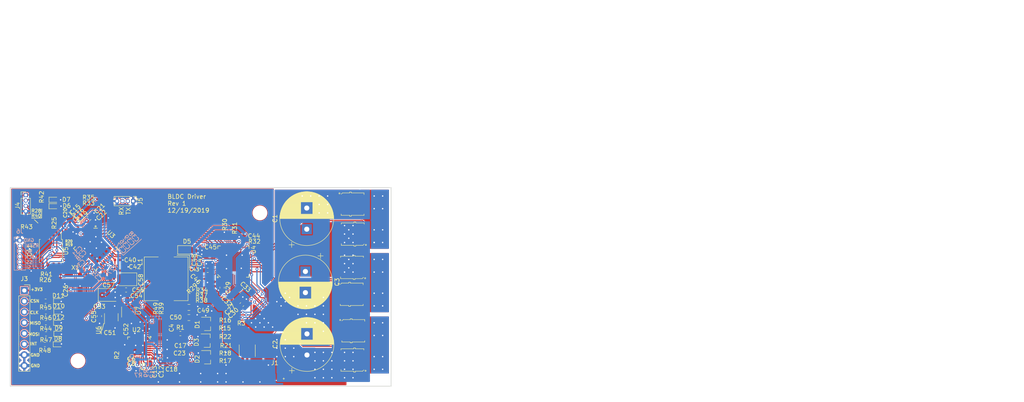
<source format=kicad_pcb>
(kicad_pcb (version 20171130) (host pcbnew 5.1.5-52549c5~84~ubuntu19.10.1)

  (general
    (thickness 1.6)
    (drawings 40)
    (tracks 1583)
    (zones 0)
    (modules 123)
    (nets 88)
  )

  (page USLetter)
  (title_block
    (title "Project Title")
  )

  (layers
    (0 F.Cu signal)
    (31 B.Cu signal)
    (34 B.Paste user)
    (35 F.Paste user)
    (36 B.SilkS user)
    (37 F.SilkS user)
    (38 B.Mask user)
    (39 F.Mask user)
    (40 Dwgs.User user)
    (44 Edge.Cuts user)
    (46 B.CrtYd user)
    (47 F.CrtYd user)
    (48 B.Fab user)
    (49 F.Fab user)
  )

  (setup
    (last_trace_width 0.254)
    (user_trace_width 0.1524)
    (user_trace_width 0.254)
    (user_trace_width 0.3302)
    (user_trace_width 0.508)
    (user_trace_width 0.762)
    (user_trace_width 1.27)
    (trace_clearance 0.1524)
    (zone_clearance 0.254)
    (zone_45_only yes)
    (trace_min 0.1524)
    (via_size 0.6858)
    (via_drill 0.3302)
    (via_min_size 0.6858)
    (via_min_drill 0.3302)
    (user_via 0.6858 0.3302)
    (user_via 0.762 0.4064)
    (user_via 0.8636 0.508)
    (uvia_size 0.6858)
    (uvia_drill 0.3302)
    (uvias_allowed no)
    (uvia_min_size 0)
    (uvia_min_drill 0)
    (edge_width 0.1524)
    (segment_width 0.1524)
    (pcb_text_width 0.1524)
    (pcb_text_size 1.016 1.016)
    (mod_edge_width 0.1524)
    (mod_text_size 1.016 1.016)
    (mod_text_width 0.1524)
    (pad_size 1.524 1.524)
    (pad_drill 0.762)
    (pad_to_mask_clearance 0.0508)
    (solder_mask_min_width 0.1016)
    (pad_to_paste_clearance -0.0762)
    (aux_axis_origin 0 0)
    (visible_elements FFFFDF7D)
    (pcbplotparams
      (layerselection 0x310fc_ffffffff)
      (usegerberextensions true)
      (usegerberattributes false)
      (usegerberadvancedattributes false)
      (creategerberjobfile false)
      (excludeedgelayer true)
      (linewidth 0.100000)
      (plotframeref false)
      (viasonmask false)
      (mode 1)
      (useauxorigin false)
      (hpglpennumber 1)
      (hpglpenspeed 20)
      (hpglpendiameter 15.000000)
      (psnegative false)
      (psa4output false)
      (plotreference true)
      (plotvalue true)
      (plotinvisibletext false)
      (padsonsilk false)
      (subtractmaskfromsilk false)
      (outputformat 1)
      (mirror false)
      (drillshape 0)
      (scaleselection 1)
      (outputdirectory "bldc-drivr-gerbers"))
  )

  (net 0 "")
  (net 1 GND)
  (net 2 /VDRAIN)
  (net 3 "Net-(C4-Pad1)")
  (net 4 /FPGA_IO_3V3)
  (net 5 /FPGA_CORE_1V2)
  (net 6 /A_ADC)
  (net 7 /C_ADC)
  (net 8 /B_ADC)
  (net 9 "Net-(C29-Pad1)")
  (net 10 "Net-(C32-Pad2)")
  (net 11 "Net-(C32-Pad1)")
  (net 12 "Net-(C33-Pad2)")
  (net 13 "Net-(C35-Pad1)")
  (net 14 "Net-(C43-Pad1)")
  (net 15 "Net-(C45-Pad1)")
  (net 16 "Net-(C46-Pad2)")
  (net 17 "Net-(C46-Pad1)")
  (net 18 "Net-(C49-Pad1)")
  (net 19 /VBUCK_5V0)
  (net 20 /FPGA_SCL)
  (net 21 /FPGA_SDA)
  (net 22 /IF_INT)
  (net 23 /IF_DIN)
  (net 24 /IF_SCK)
  (net 25 /IF_nCS)
  (net 26 /IF_DOUT)
  (net 27 /C)
  (net 28 /A)
  (net 29 /B)
  (net 30 "Net-(J3-Pad6)")
  (net 31 "Net-(J3-Pad5)")
  (net 32 "Net-(J3-Pad4)")
  (net 33 "Net-(J3-Pad3)")
  (net 34 "Net-(J3-Pad2)")
  (net 35 /DBG_RXD)
  (net 36 /DBG_TXD)
  (net 37 "Net-(L1-Pad2)")
  (net 38 /GHA)
  (net 39 /GLA)
  (net 40 /GHB)
  (net 41 /GLB)
  (net 42 /GHC)
  (net 43 /GLC)
  (net 44 /SOA)
  (net 45 /ADC_CNVSTN)
  (net 46 /SNA)
  (net 47 /SPA)
  (net 48 /ADC_SCK)
  (net 49 /ADC_CSN)
  (net 50 /ADC_DIN)
  (net 51 "Net-(R20-Pad2)")
  (net 52 /FLASH_SS)
  (net 53 /FLASH_SCK)
  (net 54 "Net-(R29-Pad1)")
  (net 55 /DRV_EN)
  (net 56 /DRV_SDO)
  (net 57 /DRV_nFAULT)
  (net 58 "Net-(R34-Pad1)")
  (net 59 /FB)
  (net 60 "Net-(R40-Pad2)")
  (net 61 "Net-(R41-Pad2)")
  (net 62 /ADC_EOCN)
  (net 63 /ADC_DOUT)
  (net 64 /DRV_nCS)
  (net 65 /INHA)
  (net 66 /INLA)
  (net 67 /INHB)
  (net 68 /INLB)
  (net 69 /INHC)
  (net 70 /INLC)
  (net 71 "Net-(U3-Pad31)")
  (net 72 /ICE40_CLK_25MHZ)
  (net 73 /FLASH_SI)
  (net 74 /FLASH_SO)
  (net 75 /DRV_SDI)
  (net 76 /DRV_SCK)
  (net 77 "Net-(U4-Pad24)")
  (net 78 "Net-(U4-Pad23)")
  (net 79 "Net-(X1-Pad1)")
  (net 80 /VSOURCE)
  (net 81 "Net-(U3-Pad12)")
  (net 82 "Net-(U3-Pad11)")
  (net 83 "Net-(U3-Pad10)")
  (net 84 "Net-(U3-Pad9)")
  (net 85 "Net-(U3-Pad6)")
  (net 86 "Net-(U3-Pad13)")
  (net 87 /FPGA_RSTN)

  (net_class Default "This is the default net class."
    (clearance 0.1524)
    (trace_width 0.1524)
    (via_dia 0.6858)
    (via_drill 0.3302)
    (uvia_dia 0.6858)
    (uvia_drill 0.3302)
    (add_net /A)
    (add_net /ADC_CNVSTN)
    (add_net /ADC_CSN)
    (add_net /ADC_DIN)
    (add_net /ADC_DOUT)
    (add_net /ADC_EOCN)
    (add_net /ADC_SCK)
    (add_net /A_ADC)
    (add_net /B)
    (add_net /B_ADC)
    (add_net /C)
    (add_net /C_ADC)
    (add_net /DBG_RXD)
    (add_net /DBG_TXD)
    (add_net /DRV_EN)
    (add_net /DRV_SCK)
    (add_net /DRV_SDI)
    (add_net /DRV_SDO)
    (add_net /DRV_nCS)
    (add_net /DRV_nFAULT)
    (add_net /FB)
    (add_net /FLASH_SCK)
    (add_net /FLASH_SI)
    (add_net /FLASH_SO)
    (add_net /FLASH_SS)
    (add_net /FPGA_CORE_1V2)
    (add_net /FPGA_IO_3V3)
    (add_net /FPGA_RSTN)
    (add_net /FPGA_SCL)
    (add_net /FPGA_SDA)
    (add_net /GHA)
    (add_net /GHB)
    (add_net /GHC)
    (add_net /GLA)
    (add_net /GLB)
    (add_net /GLC)
    (add_net /ICE40_CLK_25MHZ)
    (add_net /IF_DIN)
    (add_net /IF_DOUT)
    (add_net /IF_INT)
    (add_net /IF_SCK)
    (add_net /IF_nCS)
    (add_net /INHA)
    (add_net /INHB)
    (add_net /INHC)
    (add_net /INLA)
    (add_net /INLB)
    (add_net /INLC)
    (add_net /SNA)
    (add_net /SOA)
    (add_net /SPA)
    (add_net /VBUCK_5V0)
    (add_net /VDRAIN)
    (add_net /VSOURCE)
    (add_net GND)
    (add_net "Net-(C29-Pad1)")
    (add_net "Net-(C32-Pad1)")
    (add_net "Net-(C32-Pad2)")
    (add_net "Net-(C33-Pad2)")
    (add_net "Net-(C35-Pad1)")
    (add_net "Net-(C4-Pad1)")
    (add_net "Net-(C43-Pad1)")
    (add_net "Net-(C45-Pad1)")
    (add_net "Net-(C46-Pad1)")
    (add_net "Net-(C46-Pad2)")
    (add_net "Net-(C49-Pad1)")
    (add_net "Net-(J3-Pad2)")
    (add_net "Net-(J3-Pad3)")
    (add_net "Net-(J3-Pad4)")
    (add_net "Net-(J3-Pad5)")
    (add_net "Net-(J3-Pad6)")
    (add_net "Net-(L1-Pad2)")
    (add_net "Net-(R20-Pad2)")
    (add_net "Net-(R29-Pad1)")
    (add_net "Net-(R34-Pad1)")
    (add_net "Net-(R40-Pad2)")
    (add_net "Net-(R41-Pad2)")
    (add_net "Net-(U3-Pad10)")
    (add_net "Net-(U3-Pad11)")
    (add_net "Net-(U3-Pad12)")
    (add_net "Net-(U3-Pad13)")
    (add_net "Net-(U3-Pad31)")
    (add_net "Net-(U3-Pad6)")
    (add_net "Net-(U3-Pad9)")
    (add_net "Net-(U4-Pad23)")
    (add_net "Net-(U4-Pad24)")
    (add_net "Net-(X1-Pad1)")
  )

  (module Package_SO:SOIC-8_5.23x5.23mm_P1.27mm (layer F.Cu) (tedit 5D9F72B1) (tstamp 5DE3F8BD)
    (at 26.6 117.99 270)
    (descr "SOIC, 8 Pin (http://www.winbond.com/resource-files/w25q32jv%20revg%2003272018%20plus.pdf#page=68), generated with kicad-footprint-generator ipc_gullwing_generator.py")
    (tags "SOIC SO")
    (path /6168A299)
    (attr smd)
    (fp_text reference U5 (at 0 -3.56 90) (layer F.SilkS)
      (effects (font (size 1 1) (thickness 0.15)))
    )
    (fp_text value W25X40CLSNIG (at 0 3.56 90) (layer F.Fab)
      (effects (font (size 1 1) (thickness 0.15)))
    )
    (fp_line (start 4.65 -2.86) (end -4.65 -2.86) (layer F.CrtYd) (width 0.05))
    (fp_line (start 4.65 2.86) (end 4.65 -2.86) (layer F.CrtYd) (width 0.05))
    (fp_line (start -4.65 2.86) (end 4.65 2.86) (layer F.CrtYd) (width 0.05))
    (fp_line (start -4.65 -2.86) (end -4.65 2.86) (layer F.CrtYd) (width 0.05))
    (fp_line (start -2.615 -1.615) (end -1.615 -2.615) (layer F.Fab) (width 0.1))
    (fp_line (start -2.615 2.615) (end -2.615 -1.615) (layer F.Fab) (width 0.1))
    (fp_line (start 2.615 2.615) (end -2.615 2.615) (layer F.Fab) (width 0.1))
    (fp_line (start 2.615 -2.615) (end 2.615 2.615) (layer F.Fab) (width 0.1))
    (fp_line (start -1.615 -2.615) (end 2.615 -2.615) (layer F.Fab) (width 0.1))
    (fp_line (start -2.725 -2.465) (end -4.4 -2.465) (layer F.SilkS) (width 0.12))
    (fp_line (start -2.725 -2.725) (end -2.725 -2.465) (layer F.SilkS) (width 0.12))
    (fp_line (start 0 -2.725) (end -2.725 -2.725) (layer F.SilkS) (width 0.12))
    (fp_line (start 2.725 -2.725) (end 2.725 -2.465) (layer F.SilkS) (width 0.12))
    (fp_line (start 0 -2.725) (end 2.725 -2.725) (layer F.SilkS) (width 0.12))
    (fp_line (start -2.725 2.725) (end -2.725 2.465) (layer F.SilkS) (width 0.12))
    (fp_line (start 0 2.725) (end -2.725 2.725) (layer F.SilkS) (width 0.12))
    (fp_line (start 2.725 2.725) (end 2.725 2.465) (layer F.SilkS) (width 0.12))
    (fp_line (start 0 2.725) (end 2.725 2.725) (layer F.SilkS) (width 0.12))
    (pad 8 smd roundrect (at 3.6 -1.905 270) (size 1.6 0.6) (layers F.Cu F.Paste F.Mask) (roundrect_rratio 0.25)
      (net 4 /FPGA_IO_3V3))
    (pad 7 smd roundrect (at 3.6 -0.635 270) (size 1.6 0.6) (layers F.Cu F.Paste F.Mask) (roundrect_rratio 0.25)
      (net 61 "Net-(R41-Pad2)"))
    (pad 6 smd roundrect (at 3.6 0.635 270) (size 1.6 0.6) (layers F.Cu F.Paste F.Mask) (roundrect_rratio 0.25)
      (net 53 /FLASH_SCK))
    (pad 5 smd roundrect (at 3.6 1.905 270) (size 1.6 0.6) (layers F.Cu F.Paste F.Mask) (roundrect_rratio 0.25)
      (net 74 /FLASH_SO))
    (pad 4 smd roundrect (at -3.6 1.905 270) (size 1.6 0.6) (layers F.Cu F.Paste F.Mask) (roundrect_rratio 0.25)
      (net 1 GND))
    (pad 3 smd roundrect (at -3.6 0.635 270) (size 1.6 0.6) (layers F.Cu F.Paste F.Mask) (roundrect_rratio 0.25)
      (net 60 "Net-(R40-Pad2)"))
    (pad 2 smd roundrect (at -3.6 -0.635 270) (size 1.6 0.6) (layers F.Cu F.Paste F.Mask) (roundrect_rratio 0.25)
      (net 73 /FLASH_SI))
    (pad 1 smd roundrect (at -3.6 -1.905 270) (size 1.6 0.6) (layers F.Cu F.Paste F.Mask) (roundrect_rratio 0.25)
      (net 52 /FLASH_SS))
    (model ${KISYS3DMOD}/Package_SO.3dshapes/SOIC-8_5.23x5.23mm_P1.27mm.wrl
      (at (xyz 0 0 0))
      (scale (xyz 1 1 1))
      (rotate (xyz 0 0 0))
    )
  )

  (module Connector_PinSocket_1.27mm:PinSocket_1x06_P1.27mm_Vertical (layer B.Cu) (tedit 5A19A420) (tstamp 5DFB9F2F)
    (at 19.25 115.5 180)
    (descr "Through hole straight socket strip, 1x06, 1.27mm pitch, single row (from Kicad 4.0.7), script generated")
    (tags "Through hole socket strip THT 1x06 1.27mm single row")
    (path /5DFFFE4A)
    (fp_text reference J6 (at 0 2.135 180) (layer B.SilkS)
      (effects (font (size 1 1) (thickness 0.15)) (justify mirror))
    )
    (fp_text value Conn_01x06 (at 0 -8.485 180) (layer B.Fab)
      (effects (font (size 1 1) (thickness 0.15)) (justify mirror))
    )
    (fp_text user %R (at 0 -3.175 90) (layer B.Fab)
      (effects (font (size 1 1) (thickness 0.15)) (justify mirror))
    )
    (fp_line (start -1.8 -7.5) (end -1.8 1.15) (layer B.CrtYd) (width 0.05))
    (fp_line (start 1.75 -7.5) (end -1.8 -7.5) (layer B.CrtYd) (width 0.05))
    (fp_line (start 1.75 1.15) (end 1.75 -7.5) (layer B.CrtYd) (width 0.05))
    (fp_line (start -1.8 1.15) (end 1.75 1.15) (layer B.CrtYd) (width 0.05))
    (fp_line (start 0 0.76) (end 1.33 0.76) (layer B.SilkS) (width 0.12))
    (fp_line (start 1.33 0.76) (end 1.33 0) (layer B.SilkS) (width 0.12))
    (fp_line (start 1.33 -0.635) (end 1.33 -7.045) (layer B.SilkS) (width 0.12))
    (fp_line (start 0.30753 -7.045) (end 1.33 -7.045) (layer B.SilkS) (width 0.12))
    (fp_line (start -1.33 -7.045) (end -0.30753 -7.045) (layer B.SilkS) (width 0.12))
    (fp_line (start -1.33 -0.635) (end -1.33 -7.045) (layer B.SilkS) (width 0.12))
    (fp_line (start 0.76 -0.635) (end 1.33 -0.635) (layer B.SilkS) (width 0.12))
    (fp_line (start -1.33 -0.635) (end -0.76 -0.635) (layer B.SilkS) (width 0.12))
    (fp_line (start -1.27 -6.985) (end -1.27 0.635) (layer B.Fab) (width 0.1))
    (fp_line (start 1.27 -6.985) (end -1.27 -6.985) (layer B.Fab) (width 0.1))
    (fp_line (start 1.27 0) (end 1.27 -6.985) (layer B.Fab) (width 0.1))
    (fp_line (start 0.635 0.635) (end 1.27 0) (layer B.Fab) (width 0.1))
    (fp_line (start -1.27 0.635) (end 0.635 0.635) (layer B.Fab) (width 0.1))
    (pad 6 thru_hole oval (at 0 -6.35 180) (size 1 1) (drill 0.7) (layers *.Cu *.Mask)
      (net 73 /FLASH_SI))
    (pad 5 thru_hole oval (at 0 -5.08 180) (size 1 1) (drill 0.7) (layers *.Cu *.Mask)
      (net 52 /FLASH_SS))
    (pad 4 thru_hole oval (at 0 -3.81 180) (size 1 1) (drill 0.7) (layers *.Cu *.Mask)
      (net 53 /FLASH_SCK))
    (pad 3 thru_hole oval (at 0 -2.54 180) (size 1 1) (drill 0.7) (layers *.Cu *.Mask)
      (net 74 /FLASH_SO))
    (pad 2 thru_hole oval (at 0 -1.27 180) (size 1 1) (drill 0.7) (layers *.Cu *.Mask)
      (net 87 /FPGA_RSTN))
    (pad 1 thru_hole rect (at 0 0 180) (size 1 1) (drill 0.7) (layers *.Cu *.Mask)
      (net 1 GND))
    (model ${KISYS3DMOD}/Connector_PinSocket_1.27mm.3dshapes/PinSocket_1x06_P1.27mm_Vertical.wrl
      (at (xyz 0 0 0))
      (scale (xyz 1 1 1))
      (rotate (xyz 0 0 0))
    )
  )

  (module MountingHole:MountingHole_3.2mm_M3 (layer F.Cu) (tedit 56D1B4CB) (tstamp 5DFB9E61)
    (at 76 109)
    (descr "Mounting Hole 3.2mm, no annular, M3")
    (tags "mounting hole 3.2mm no annular m3")
    (path /5DFFE80E)
    (attr virtual)
    (fp_text reference H2 (at 0.35 -0.25) (layer F.SilkS) hide
      (effects (font (size 1 1) (thickness 0.15)))
    )
    (fp_text value MountingHole (at 0 4.2) (layer F.Fab) hide
      (effects (font (size 1 1) (thickness 0.15)))
    )
    (fp_circle (center 0 0) (end 3.45 0) (layer F.CrtYd) (width 0.05))
    (fp_circle (center 0 0) (end 3.2 0) (layer Cmts.User) (width 0.15))
    (fp_text user %R (at 0.3 0) (layer F.Fab)
      (effects (font (size 1 1) (thickness 0.15)))
    )
    (pad 1 np_thru_hole circle (at 0 0) (size 3.2 3.2) (drill 3.2) (layers *.Cu *.Mask))
  )

  (module MountingHole:MountingHole_3.2mm_M3 (layer F.Cu) (tedit 56D1B4CB) (tstamp 5DFB9E59)
    (at 33 144)
    (descr "Mounting Hole 3.2mm, no annular, M3")
    (tags "mounting hole 3.2mm no annular m3")
    (path /5DFFD63B)
    (attr virtual)
    (fp_text reference H1 (at 0 -4.2) (layer F.SilkS) hide
      (effects (font (size 1 1) (thickness 0.15)))
    )
    (fp_text value MountingHole (at 0 4.2) (layer F.Fab) hide
      (effects (font (size 1 1) (thickness 0.15)))
    )
    (fp_circle (center 0 0) (end 3.45 0) (layer F.CrtYd) (width 0.05))
    (fp_circle (center 0 0) (end 3.2 0) (layer Cmts.User) (width 0.15))
    (fp_text user %R (at 0.3 0) (layer F.Fab)
      (effects (font (size 1 1) (thickness 0.15)))
    )
    (pad 1 np_thru_hole circle (at 0 0) (size 3.2 3.2) (drill 3.2) (layers *.Cu *.Mask))
  )

  (module bldc-parts:TI_RGZ-48 (layer F.Cu) (tedit 5DFB090A) (tstamp 5DE3F89E)
    (at 69.73 120.51 90)
    (path /5DCD5043)
    (fp_text reference U4 (at 2.81 4.77 90) (layer F.SilkS)
      (effects (font (size 1 1) (thickness 0.15)))
    )
    (fp_text value DRV8353RSRGZ (at 0 -0.5 90) (layer F.Fab) hide
      (effects (font (size 1 1) (thickness 0.15)))
    )
    (fp_poly (pts (xy 0.84 1.261) (xy 0.84 2.631) (xy 2.12 2.631) (xy 2.12 1.261)) (layer F.Paste) (width 0.1))
    (fp_poly (pts (xy 0.84 -0.497) (xy 0.84 0.873) (xy 2.12 0.873) (xy 2.12 -0.497)) (layer F.Paste) (width 0.1))
    (fp_poly (pts (xy 0.84 -2.255) (xy 0.84 -0.885) (xy 2.12 -0.885) (xy 2.12 -2.255)) (layer F.Paste) (width 0.1))
    (fp_poly (pts (xy -0.64 1.261) (xy -0.64 2.631) (xy 0.64 2.631) (xy 0.64 1.261)) (layer F.Paste) (width 0.1))
    (fp_poly (pts (xy -0.64 -0.497) (xy -0.64 0.873) (xy 0.64 0.873) (xy 0.64 -0.497)) (layer F.Paste) (width 0.1))
    (fp_poly (pts (xy -0.64 -2.255) (xy -0.64 -0.885) (xy 0.64 -0.885) (xy 0.64 -2.255)) (layer F.Paste) (width 0.1))
    (fp_poly (pts (xy -2.12 1.261) (xy -2.12 2.631) (xy -0.84 2.631) (xy -0.84 1.261)) (layer F.Paste) (width 0.1))
    (fp_poly (pts (xy -2.12 -0.497) (xy -2.12 0.873) (xy -0.84 0.873) (xy -0.84 -0.497)) (layer F.Paste) (width 0.1))
    (fp_poly (pts (xy -2.12 -2.255) (xy -2.12 -0.885) (xy -0.84 -0.885) (xy -0.84 -2.255)) (layer F.Paste) (width 0.1))
    (fp_line (start -3.85 -3.02) (end -3.8 -3.02) (layer F.CrtYd) (width 0.15))
    (fp_line (start -3.85 3.02) (end -3.85 -3.02) (layer F.CrtYd) (width 0.15))
    (fp_line (start -3.8 3.02) (end -3.85 3.02) (layer F.CrtYd) (width 0.15))
    (fp_line (start -3.8 3.8) (end -3.8 3.02) (layer F.CrtYd) (width 0.15))
    (fp_line (start 3.8 3.8) (end -3.8 3.8) (layer F.CrtYd) (width 0.15))
    (fp_line (start 3.8 3.02) (end 3.8 3.8) (layer F.CrtYd) (width 0.15))
    (fp_line (start 3.85 3.02) (end 3.8 3.02) (layer F.CrtYd) (width 0.15))
    (fp_line (start 3.85 -3.02) (end 3.85 3.02) (layer F.CrtYd) (width 0.15))
    (fp_line (start 3.8 -3.02) (end 3.85 -3.02) (layer F.CrtYd) (width 0.15))
    (fp_line (start 3.8 -3.8) (end 3.8 -3.02) (layer F.CrtYd) (width 0.15))
    (fp_line (start -3.8 -3.8) (end 3.8 -3.8) (layer F.CrtYd) (width 0.15))
    (fp_line (start -3.8 -3.02) (end -3.8 -3.8) (layer F.CrtYd) (width 0.15))
    (fp_line (start -3.55 -3.25) (end -3.55 3.55) (layer F.Fab) (width 0.15))
    (fp_line (start -3.55 3.55) (end 3.55 3.55) (layer F.Fab) (width 0.15))
    (fp_line (start 3.55 3.55) (end 3.55 -3.55) (layer F.Fab) (width 0.15))
    (fp_line (start 3.55 -3.55) (end -3.25 -3.55) (layer F.Fab) (width 0.15))
    (fp_line (start -3.25 -3.55) (end -3.55 -3.25) (layer F.Fab) (width 0.15))
    (fp_circle (center -3.7 -3.7) (end -3.7 -3.85) (layer F.SilkS) (width 0.15))
    (fp_line (start 3.7 -3.7) (end 3.07 -3.7) (layer F.SilkS) (width 0.15))
    (fp_line (start 3.7 -3.07) (end 3.7 -3.7) (layer F.SilkS) (width 0.15))
    (fp_line (start 3.7 3.7) (end 3.7 3.07) (layer F.SilkS) (width 0.15))
    (fp_line (start 3.07 3.7) (end 3.7 3.7) (layer F.SilkS) (width 0.15))
    (fp_line (start -3.07 3.7) (end -3.7 3.7) (layer F.SilkS) (width 0.15))
    (fp_line (start -3.7 3.7) (end -3.7 3.07) (layer F.SilkS) (width 0.15))
    (fp_line (start -3.7 -3.07) (end -3.07 -3.7) (layer F.SilkS) (width 0.15))
    (fp_text user %R (at 0 0 90) (layer F.Fab)
      (effects (font (size 1 1) (thickness 0.15)))
    )
    (pad 0 smd roundrect (at 0 0.188 90) (size 4.6 4.975) (layers F.Cu F.Mask) (roundrect_rratio 0.011)
      (net 1 GND) (solder_mask_margin 0.1))
    (pad 48 smd roundrect (at -2.75 -3.4 90) (size 0.24 0.6) (layers F.Cu F.Paste F.Mask) (roundrect_rratio 0.2083333333333333)
      (net 59 /FB) (solder_mask_margin 0.1))
    (pad 47 smd roundrect (at -2.25 -3.4 90) (size 0.24 0.6) (layers F.Cu F.Paste F.Mask) (roundrect_rratio 0.2083333333333333)
      (net 58 "Net-(R34-Pad1)") (solder_mask_margin 0.1))
    (pad 46 smd roundrect (at -1.75 -3.4 90) (size 0.24 0.6) (layers F.Cu F.Paste F.Mask) (roundrect_rratio 0.2083333333333333)
      (net 54 "Net-(R29-Pad1)") (solder_mask_margin 0.1))
    (pad 45 smd roundrect (at -1.25 -3.4 90) (size 0.24 0.6) (layers F.Cu F.Paste F.Mask) (roundrect_rratio 0.2083333333333333)
      (net 17 "Net-(C46-Pad1)") (solder_mask_margin 0.1))
    (pad 44 smd roundrect (at -0.75 -3.4 90) (size 0.24 0.6) (layers F.Cu F.Paste F.Mask) (roundrect_rratio 0.2083333333333333)
      (net 14 "Net-(C43-Pad1)") (solder_mask_margin 0.1))
    (pad 43 smd roundrect (at -0.25 -3.4 90) (size 0.24 0.6) (layers F.Cu F.Paste F.Mask) (roundrect_rratio 0.2083333333333333)
      (net 2 /VDRAIN) (solder_mask_margin 0.1))
    (pad 42 smd roundrect (at 0.25 -3.4 90) (size 0.24 0.6) (layers F.Cu F.Paste F.Mask) (roundrect_rratio 0.2083333333333333)
      (net 16 "Net-(C46-Pad2)") (solder_mask_margin 0.1))
    (pad 41 smd roundrect (at 0.75 -3.4 90) (size 0.24 0.6) (layers F.Cu F.Paste F.Mask) (roundrect_rratio 0.2083333333333333)
      (net 1 GND) (solder_mask_margin 0.1))
    (pad 40 smd roundrect (at 1.25 -3.4 90) (size 0.24 0.6) (layers F.Cu F.Paste F.Mask) (roundrect_rratio 0.2083333333333333)
      (net 15 "Net-(C45-Pad1)") (solder_mask_margin 0.1))
    (pad 39 smd roundrect (at 1.75 -3.4 90) (size 0.24 0.6) (layers F.Cu F.Paste F.Mask) (roundrect_rratio 0.2083333333333333)
      (net 70 /INLC) (solder_mask_margin 0.1))
    (pad 38 smd roundrect (at 2.25 -3.4 90) (size 0.24 0.6) (layers F.Cu F.Paste F.Mask) (roundrect_rratio 0.2083333333333333)
      (net 69 /INHC) (solder_mask_margin 0.1))
    (pad 37 smd roundrect (at 2.75 -3.4 90) (size 0.24 0.6) (layers F.Cu F.Paste F.Mask) (roundrect_rratio 0.2083333333333333)
      (net 68 /INLB) (solder_mask_margin 0.1))
    (pad 36 smd roundrect (at 3.4 -2.75 90) (size 0.6 0.24) (layers F.Cu F.Paste F.Mask) (roundrect_rratio 0.2083333333333333)
      (net 67 /INHB) (solder_mask_margin 0.1))
    (pad 35 smd roundrect (at 3.4 -2.25 90) (size 0.6 0.24) (layers F.Cu F.Paste F.Mask) (roundrect_rratio 0.2083333333333333)
      (net 66 /INLA) (solder_mask_margin 0.1))
    (pad 34 smd roundrect (at 3.4 -1.75 90) (size 0.6 0.24) (layers F.Cu F.Paste F.Mask) (roundrect_rratio 0.2083333333333333)
      (net 65 /INHA) (solder_mask_margin 0.1))
    (pad 33 smd roundrect (at 3.4 -1.25 90) (size 0.6 0.24) (layers F.Cu F.Paste F.Mask) (roundrect_rratio 0.2083333333333333)
      (net 55 /DRV_EN) (solder_mask_margin 0.1))
    (pad 32 smd roundrect (at 3.4 -0.75 90) (size 0.6 0.24) (layers F.Cu F.Paste F.Mask) (roundrect_rratio 0.2083333333333333)
      (net 64 /DRV_nCS) (solder_mask_margin 0.1))
    (pad 31 smd roundrect (at 3.4 -0.25 90) (size 0.6 0.24) (layers F.Cu F.Paste F.Mask) (roundrect_rratio 0.2083333333333333)
      (net 76 /DRV_SCK) (solder_mask_margin 0.1))
    (pad 30 smd roundrect (at 3.4 0.25 90) (size 0.6 0.24) (layers F.Cu F.Paste F.Mask) (roundrect_rratio 0.2083333333333333)
      (net 75 /DRV_SDI) (solder_mask_margin 0.1))
    (pad 29 smd roundrect (at 3.4 0.75 90) (size 0.6 0.24) (layers F.Cu F.Paste F.Mask) (roundrect_rratio 0.2083333333333333)
      (net 56 /DRV_SDO) (solder_mask_margin 0.1))
    (pad 28 smd roundrect (at 3.4 1.25 90) (size 0.6 0.24) (layers F.Cu F.Paste F.Mask) (roundrect_rratio 0.2083333333333333)
      (net 57 /DRV_nFAULT) (solder_mask_margin 0.1))
    (pad 27 smd roundrect (at 3.4 1.75 90) (size 0.6 0.24) (layers F.Cu F.Paste F.Mask) (roundrect_rratio 0.2083333333333333)
      (net 1 GND) (solder_mask_margin 0.1))
    (pad 26 smd roundrect (at 3.4 2.25 90) (size 0.6 0.24) (layers F.Cu F.Paste F.Mask) (roundrect_rratio 0.2083333333333333)
      (net 4 /FPGA_IO_3V3) (solder_mask_margin 0.1))
    (pad 25 smd roundrect (at 3.4 2.75 90) (size 0.6 0.24) (layers F.Cu F.Paste F.Mask) (roundrect_rratio 0.2083333333333333)
      (net 44 /SOA) (solder_mask_margin 0.1))
    (pad 24 smd roundrect (at 2.75 3.4 90) (size 0.24 0.6) (layers F.Cu F.Paste F.Mask) (roundrect_rratio 0.2083333333333333)
      (net 77 "Net-(U4-Pad24)") (solder_mask_margin 0.1))
    (pad 23 smd roundrect (at 2.25 3.4 90) (size 0.24 0.6) (layers F.Cu F.Paste F.Mask) (roundrect_rratio 0.2083333333333333)
      (net 78 "Net-(U4-Pad23)") (solder_mask_margin 0.1))
    (pad 22 smd roundrect (at 1.75 3.4 90) (size 0.24 0.6) (layers F.Cu F.Paste F.Mask) (roundrect_rratio 0.2083333333333333)
      (net 1 GND) (solder_mask_margin 0.1))
    (pad 21 smd roundrect (at 1.25 3.4 90) (size 0.24 0.6) (layers F.Cu F.Paste F.Mask) (roundrect_rratio 0.2083333333333333)
      (net 47 /SPA) (solder_mask_margin 0.1))
    (pad 20 smd roundrect (at 0.75 3.4 90) (size 0.24 0.6) (layers F.Cu F.Paste F.Mask) (roundrect_rratio 0.2083333333333333)
      (net 43 /GLC) (solder_mask_margin 0.1))
    (pad 19 smd roundrect (at 0.25 3.4 90) (size 0.24 0.6) (layers F.Cu F.Paste F.Mask) (roundrect_rratio 0.2083333333333333)
      (net 27 /C) (solder_mask_margin 0.1))
    (pad 18 smd roundrect (at -0.25 3.4 90) (size 0.24 0.6) (layers F.Cu F.Paste F.Mask) (roundrect_rratio 0.2083333333333333)
      (net 42 /GHC) (solder_mask_margin 0.1))
    (pad 17 smd roundrect (at -0.75 3.4 90) (size 0.24 0.6) (layers F.Cu F.Paste F.Mask) (roundrect_rratio 0.2083333333333333)
      (net 40 /GHB) (solder_mask_margin 0.1))
    (pad 16 smd roundrect (at -1.25 3.4 90) (size 0.24 0.6) (layers F.Cu F.Paste F.Mask) (roundrect_rratio 0.2083333333333333)
      (net 29 /B) (solder_mask_margin 0.1))
    (pad 15 smd roundrect (at -1.75 3.4 90) (size 0.24 0.6) (layers F.Cu F.Paste F.Mask) (roundrect_rratio 0.2083333333333333)
      (net 41 /GLB) (solder_mask_margin 0.1))
    (pad 14 smd roundrect (at -2.25 3.4 90) (size 0.24 0.6) (layers F.Cu F.Paste F.Mask) (roundrect_rratio 0.2083333333333333)
      (net 47 /SPA) (solder_mask_margin 0.1))
    (pad 13 smd roundrect (at -2.75 3.4 90) (size 0.24 0.6) (layers F.Cu F.Paste F.Mask) (roundrect_rratio 0.2083333333333333)
      (net 1 GND) (solder_mask_margin 0.1))
    (pad 12 smd roundrect (at -3.4 2.75 90) (size 0.6 0.24) (layers F.Cu F.Paste F.Mask) (roundrect_rratio 0.2083333333333333)
      (net 46 /SNA) (solder_mask_margin 0.1))
    (pad 11 smd roundrect (at -3.4 2.25 90) (size 0.6 0.24) (layers F.Cu F.Paste F.Mask) (roundrect_rratio 0.2083333333333333)
      (net 47 /SPA) (solder_mask_margin 0.1))
    (pad 10 smd roundrect (at -3.4 1.75 90) (size 0.6 0.24) (layers F.Cu F.Paste F.Mask) (roundrect_rratio 0.2083333333333333)
      (net 39 /GLA) (solder_mask_margin 0.1))
    (pad 9 smd roundrect (at -3.4 1.25 90) (size 0.6 0.24) (layers F.Cu F.Paste F.Mask) (roundrect_rratio 0.2083333333333333)
      (net 28 /A) (solder_mask_margin 0.1))
    (pad 8 smd roundrect (at -3.4 0.75 90) (size 0.6 0.24) (layers F.Cu F.Paste F.Mask) (roundrect_rratio 0.2083333333333333)
      (net 38 /GHA) (solder_mask_margin 0.1))
    (pad 7 smd roundrect (at -3.4 0.25 90) (size 0.6 0.24) (layers F.Cu F.Paste F.Mask) (roundrect_rratio 0.2083333333333333)
      (net 12 "Net-(C33-Pad2)") (solder_mask_margin 0.1))
    (pad 6 smd roundrect (at -3.4 -0.25 90) (size 0.6 0.24) (layers F.Cu F.Paste F.Mask) (roundrect_rratio 0.2083333333333333)
      (net 2 /VDRAIN) (solder_mask_margin 0.1))
    (pad 5 smd roundrect (at -3.4 -0.75 90) (size 0.6 0.24) (layers F.Cu F.Paste F.Mask) (roundrect_rratio 0.2083333333333333)
      (net 2 /VDRAIN) (solder_mask_margin 0.1))
    (pad 4 smd roundrect (at -3.4 -1.25 90) (size 0.6 0.24) (layers F.Cu F.Paste F.Mask) (roundrect_rratio 0.2083333333333333)
      (net 11 "Net-(C32-Pad1)") (solder_mask_margin 0.1))
    (pad 3 smd roundrect (at -3.4 -1.75 90) (size 0.6 0.24) (layers F.Cu F.Paste F.Mask) (roundrect_rratio 0.2083333333333333)
      (net 10 "Net-(C32-Pad2)") (solder_mask_margin 0.1))
    (pad 2 smd roundrect (at -3.4 -2.25 90) (size 0.6 0.24) (layers F.Cu F.Paste F.Mask) (roundrect_rratio 0.2083333333333333)
      (net 9 "Net-(C29-Pad1)") (solder_mask_margin 0.1))
    (pad 1 smd roundrect (at -3.4 -2.75 90) (size 0.6 0.24) (layers F.Cu F.Paste F.Mask) (roundrect_rratio 0.2083333333333333)
      (net 1 GND) (solder_mask_margin 0.1))
  )

  (module bldc-parts:Infineon_PG-TDSON-8-33 (layer F.Cu) (tedit 5DFB0DF4) (tstamp 5DFC751D)
    (at 97.76 121.85 90)
    (path /5DE87C22)
    (fp_text reference Q3 (at 0.35 4.74 90) (layer F.SilkS) hide
      (effects (font (size 1 1) (thickness 0.15)))
    )
    (fp_text value IPC90N04S5L3R3ATMA1 (at 0 -0.5 90) (layer F.Fab)
      (effects (font (size 1 1) (thickness 0.15)))
    )
    (fp_poly (pts (xy 0.1 -2.24) (xy 0.1 -0.74) (xy 1.6 -0.74) (xy 1.6 -2.24)) (layer F.Paste) (width 0.1))
    (fp_poly (pts (xy -1.6 -2.24) (xy -1.6 -0.74) (xy -0.1 -0.74) (xy -0.1 -2.24)) (layer F.Paste) (width 0.1))
    (fp_poly (pts (xy -1.6 -0.54) (xy -1.6 0.96) (xy -0.1 0.96) (xy -0.1 -0.54)) (layer F.Paste) (width 0.1))
    (fp_poly (pts (xy 0.1 -0.54) (xy 0.1 0.96) (xy 1.6 0.96) (xy 1.6 -0.54)) (layer F.Paste) (width 0.1))
    (fp_poly (pts (xy -2.155 2.87) (xy -2.155 3.72) (xy -1.655 3.72) (xy -1.655 2.87)) (layer F.Paste) (width 0.1))
    (fp_poly (pts (xy -0.885 2.87) (xy -0.885 3.72) (xy -0.385 3.72) (xy -0.385 2.87)) (layer F.Paste) (width 0.1))
    (fp_poly (pts (xy 0.385 2.87) (xy 0.385 3.72) (xy 0.885 3.72) (xy 0.885 2.87)) (layer F.Paste) (width 0.1))
    (fp_poly (pts (xy -2.165 2.25) (xy -2.165 2.75) (xy -1.315 2.75) (xy -1.315 2.25)) (layer F.Paste) (width 0.1))
    (fp_poly (pts (xy 0.035 2.25) (xy 0.035 2.75) (xy 0.885 2.75) (xy 0.885 2.25)) (layer F.Paste) (width 0.1))
    (fp_poly (pts (xy -1.065 2.25) (xy -1.065 2.75) (xy -0.215 2.75) (xy -0.215 2.25)) (layer F.Paste) (width 0.1))
    (fp_poly (pts (xy 1.655 2.52) (xy 1.655 3.72) (xy 2.155 3.72) (xy 2.155 2.52)) (layer F.Paste) (width 0.1))
    (fp_poly (pts (xy 1.655 -3.72) (xy 1.655 -2.52) (xy 2.155 -2.52) (xy 2.155 -3.72)) (layer F.Paste) (width 0.1))
    (fp_poly (pts (xy 0.385 -3.72) (xy 0.385 -2.52) (xy 0.885 -2.52) (xy 0.885 -3.72)) (layer F.Paste) (width 0.1))
    (fp_poly (pts (xy -0.885 -3.72) (xy -0.885 -2.52) (xy -0.385 -2.52) (xy -0.385 -3.72)) (layer F.Paste) (width 0.1))
    (fp_poly (pts (xy -2.155 -3.72) (xy -2.155 -2.52) (xy -1.655 -2.52) (xy -1.655 -3.72)) (layer F.Paste) (width 0.1))
    (fp_line (start -3 4) (end -3 -4) (layer F.CrtYd) (width 0.12))
    (fp_line (start 3 4) (end -3 4) (layer F.CrtYd) (width 0.12))
    (fp_line (start 3 -4) (end 3 4) (layer F.CrtYd) (width 0.12))
    (fp_line (start -3 -4) (end 3 -4) (layer F.CrtYd) (width 0.12))
    (fp_line (start -2.9 3.3) (end -2.9 -3.9) (layer F.Fab) (width 0.12))
    (fp_line (start -2.3 3.9) (end -2.9 3.3) (layer F.Fab) (width 0.12))
    (fp_line (start 2.9 3.9) (end -2.3 3.9) (layer F.Fab) (width 0.12))
    (fp_line (start 2.9 -3.9) (end 2.9 3.9) (layer F.Fab) (width 0.12))
    (fp_line (start -2.9 -3.9) (end 2.9 -3.9) (layer F.Fab) (width 0.12))
    (fp_line (start 2.6 0.3) (end 2.6 -2.7) (layer F.SilkS) (width 0.12))
    (fp_line (start -2.7 0.3) (end -2.7 -2.7) (layer F.SilkS) (width 0.12))
    (fp_line (start -2.9 0.7) (end -2.7 0.7) (layer F.SilkS) (width 0.12))
    (fp_line (start -2.9 0.3) (end -2.9 0.7) (layer F.SilkS) (width 0.12))
    (fp_line (start -2.7 0.3) (end -2.9 0.3) (layer F.SilkS) (width 0.12))
    (fp_line (start 2.8 0.7) (end 2.6 0.7) (layer F.SilkS) (width 0.12))
    (fp_line (start 2.8 0.3) (end 2.8 0.7) (layer F.SilkS) (width 0.12))
    (fp_line (start 2.6 0.3) (end 2.8 0.3) (layer F.SilkS) (width 0.12))
    (fp_line (start 2.6 -2.7) (end 2.3 -2.7) (layer F.SilkS) (width 0.12))
    (fp_line (start 2.3 2.7) (end 2.6 2.7) (layer F.SilkS) (width 0.12))
    (fp_line (start 2.6 0.7) (end 2.6 2.7) (layer F.SilkS) (width 0.12))
    (fp_line (start -2.7 2.4) (end -2.4 2.7) (layer F.SilkS) (width 0.12))
    (fp_line (start -2.7 0.7) (end -2.7 2.4) (layer F.SilkS) (width 0.12))
    (fp_line (start -2.3 -2.7) (end -2.7 -2.7) (layer F.SilkS) (width 0.12))
    (fp_circle (center -2.6 3.1) (end -2.458579 3.1) (layer F.SilkS) (width 0.12))
    (pad 1 smd rect (at -0.635 2.5275 90) (size 3.14 0.615) (layers F.Cu F.Mask)
      (net 29 /B))
    (pad 5 smd rect (at 0 -0.6475 90) (size 4.41 3.55) (layers F.Cu F.Mask)
      (net 2 /VDRAIN))
    (pad 5 smd rect (at 1.905 -3.095 90) (size 0.6 1.35) (layers F.Cu F.Mask)
      (net 2 /VDRAIN))
    (pad 8 smd rect (at -1.905 -3.095 90) (size 0.6 1.35) (layers F.Cu F.Mask)
      (net 2 /VDRAIN))
    (pad 7 smd rect (at -0.635 -3.095 90) (size 0.6 1.35) (layers F.Cu F.Mask)
      (net 2 /VDRAIN))
    (pad 1 smd rect (at -1.905 2.995 90) (size 0.6 1.55) (layers F.Cu F.Mask)
      (net 29 /B))
    (pad 4 smd rect (at 1.905 2.995 90) (size 0.6 1.55) (layers F.Cu F.Mask)
      (net 40 /GHB))
    (pad 2 smd rect (at -0.635 2.995 90) (size 0.6 1.55) (layers F.Cu F.Mask)
      (net 29 /B))
    (pad 3 smd rect (at 0.635 2.995 90) (size 0.6 1.55) (layers F.Cu F.Mask)
      (net 29 /B))
    (pad 6 smd rect (at 0.635 -3.095 90) (size 0.6 1.35) (layers F.Cu F.Mask)
      (net 2 /VDRAIN))
  )

  (module bldc-parts:Infineon_PG-TDSON-8-33 (layer F.Cu) (tedit 5DFB0DF4) (tstamp 5DE3F55C)
    (at 97.9 106.97 270)
    (path /5DE8AE13)
    (fp_text reference Q6 (at 0 -4.1 90) (layer F.SilkS) hide
      (effects (font (size 1 1) (thickness 0.15)))
    )
    (fp_text value IPC90N04S5L3R3ATMA1 (at 0 -0.5 90) (layer F.Fab)
      (effects (font (size 1 1) (thickness 0.15)))
    )
    (fp_poly (pts (xy 0.1 -2.24) (xy 0.1 -0.74) (xy 1.6 -0.74) (xy 1.6 -2.24)) (layer F.Paste) (width 0.1))
    (fp_poly (pts (xy -1.6 -2.24) (xy -1.6 -0.74) (xy -0.1 -0.74) (xy -0.1 -2.24)) (layer F.Paste) (width 0.1))
    (fp_poly (pts (xy -1.6 -0.54) (xy -1.6 0.96) (xy -0.1 0.96) (xy -0.1 -0.54)) (layer F.Paste) (width 0.1))
    (fp_poly (pts (xy 0.1 -0.54) (xy 0.1 0.96) (xy 1.6 0.96) (xy 1.6 -0.54)) (layer F.Paste) (width 0.1))
    (fp_poly (pts (xy -2.155 2.87) (xy -2.155 3.72) (xy -1.655 3.72) (xy -1.655 2.87)) (layer F.Paste) (width 0.1))
    (fp_poly (pts (xy -0.885 2.87) (xy -0.885 3.72) (xy -0.385 3.72) (xy -0.385 2.87)) (layer F.Paste) (width 0.1))
    (fp_poly (pts (xy 0.385 2.87) (xy 0.385 3.72) (xy 0.885 3.72) (xy 0.885 2.87)) (layer F.Paste) (width 0.1))
    (fp_poly (pts (xy -2.165 2.25) (xy -2.165 2.75) (xy -1.315 2.75) (xy -1.315 2.25)) (layer F.Paste) (width 0.1))
    (fp_poly (pts (xy 0.035 2.25) (xy 0.035 2.75) (xy 0.885 2.75) (xy 0.885 2.25)) (layer F.Paste) (width 0.1))
    (fp_poly (pts (xy -1.065 2.25) (xy -1.065 2.75) (xy -0.215 2.75) (xy -0.215 2.25)) (layer F.Paste) (width 0.1))
    (fp_poly (pts (xy 1.655 2.52) (xy 1.655 3.72) (xy 2.155 3.72) (xy 2.155 2.52)) (layer F.Paste) (width 0.1))
    (fp_poly (pts (xy 1.655 -3.72) (xy 1.655 -2.52) (xy 2.155 -2.52) (xy 2.155 -3.72)) (layer F.Paste) (width 0.1))
    (fp_poly (pts (xy 0.385 -3.72) (xy 0.385 -2.52) (xy 0.885 -2.52) (xy 0.885 -3.72)) (layer F.Paste) (width 0.1))
    (fp_poly (pts (xy -0.885 -3.72) (xy -0.885 -2.52) (xy -0.385 -2.52) (xy -0.385 -3.72)) (layer F.Paste) (width 0.1))
    (fp_poly (pts (xy -2.155 -3.72) (xy -2.155 -2.52) (xy -1.655 -2.52) (xy -1.655 -3.72)) (layer F.Paste) (width 0.1))
    (fp_line (start -3 4) (end -3 -4) (layer F.CrtYd) (width 0.12))
    (fp_line (start 3 4) (end -3 4) (layer F.CrtYd) (width 0.12))
    (fp_line (start 3 -4) (end 3 4) (layer F.CrtYd) (width 0.12))
    (fp_line (start -3 -4) (end 3 -4) (layer F.CrtYd) (width 0.12))
    (fp_line (start -2.9 3.3) (end -2.9 -3.9) (layer F.Fab) (width 0.12))
    (fp_line (start -2.3 3.9) (end -2.9 3.3) (layer F.Fab) (width 0.12))
    (fp_line (start 2.9 3.9) (end -2.3 3.9) (layer F.Fab) (width 0.12))
    (fp_line (start 2.9 -3.9) (end 2.9 3.9) (layer F.Fab) (width 0.12))
    (fp_line (start -2.9 -3.9) (end 2.9 -3.9) (layer F.Fab) (width 0.12))
    (fp_line (start 2.6 0.3) (end 2.6 -2.7) (layer F.SilkS) (width 0.12))
    (fp_line (start -2.7 0.3) (end -2.7 -2.7) (layer F.SilkS) (width 0.12))
    (fp_line (start -2.9 0.7) (end -2.7 0.7) (layer F.SilkS) (width 0.12))
    (fp_line (start -2.9 0.3) (end -2.9 0.7) (layer F.SilkS) (width 0.12))
    (fp_line (start -2.7 0.3) (end -2.9 0.3) (layer F.SilkS) (width 0.12))
    (fp_line (start 2.8 0.7) (end 2.6 0.7) (layer F.SilkS) (width 0.12))
    (fp_line (start 2.8 0.3) (end 2.8 0.7) (layer F.SilkS) (width 0.12))
    (fp_line (start 2.6 0.3) (end 2.8 0.3) (layer F.SilkS) (width 0.12))
    (fp_line (start 2.6 -2.7) (end 2.3 -2.7) (layer F.SilkS) (width 0.12))
    (fp_line (start 2.3 2.7) (end 2.6 2.7) (layer F.SilkS) (width 0.12))
    (fp_line (start 2.6 0.7) (end 2.6 2.7) (layer F.SilkS) (width 0.12))
    (fp_line (start -2.7 2.4) (end -2.4 2.7) (layer F.SilkS) (width 0.12))
    (fp_line (start -2.7 0.7) (end -2.7 2.4) (layer F.SilkS) (width 0.12))
    (fp_line (start -2.3 -2.7) (end -2.7 -2.7) (layer F.SilkS) (width 0.12))
    (fp_circle (center -2.6 3.1) (end -2.458579 3.1) (layer F.SilkS) (width 0.12))
    (pad 1 smd rect (at -0.635 2.5275 270) (size 3.14 0.615) (layers F.Cu F.Mask)
      (net 80 /VSOURCE))
    (pad 5 smd rect (at 0 -0.6475 270) (size 4.41 3.55) (layers F.Cu F.Mask)
      (net 27 /C))
    (pad 5 smd rect (at 1.905 -3.095 270) (size 0.6 1.35) (layers F.Cu F.Mask)
      (net 27 /C))
    (pad 8 smd rect (at -1.905 -3.095 270) (size 0.6 1.35) (layers F.Cu F.Mask)
      (net 27 /C))
    (pad 7 smd rect (at -0.635 -3.095 270) (size 0.6 1.35) (layers F.Cu F.Mask)
      (net 27 /C))
    (pad 1 smd rect (at -1.905 2.995 270) (size 0.6 1.55) (layers F.Cu F.Mask)
      (net 80 /VSOURCE))
    (pad 4 smd rect (at 1.905 2.995 270) (size 0.6 1.55) (layers F.Cu F.Mask)
      (net 43 /GLC))
    (pad 2 smd rect (at -0.635 2.995 270) (size 0.6 1.55) (layers F.Cu F.Mask)
      (net 80 /VSOURCE))
    (pad 3 smd rect (at 0.635 2.995 270) (size 0.6 1.55) (layers F.Cu F.Mask)
      (net 80 /VSOURCE))
    (pad 6 smd rect (at 0.635 -3.095 270) (size 0.6 1.35) (layers F.Cu F.Mask)
      (net 27 /C))
  )

  (module bldc-parts:Infineon_PG-TDSON-8-33 (layer F.Cu) (tedit 5DFB0DF4) (tstamp 5DE3F531)
    (at 97.94 113.97 90)
    (path /5DE89DC8)
    (fp_text reference Q5 (at -0.53 4.56 90) (layer F.SilkS) hide
      (effects (font (size 1 1) (thickness 0.15)))
    )
    (fp_text value IPC90N04S5L3R3ATMA1 (at 0 -0.5 90) (layer F.Fab)
      (effects (font (size 1 1) (thickness 0.15)))
    )
    (fp_poly (pts (xy 0.1 -2.24) (xy 0.1 -0.74) (xy 1.6 -0.74) (xy 1.6 -2.24)) (layer F.Paste) (width 0.1))
    (fp_poly (pts (xy -1.6 -2.24) (xy -1.6 -0.74) (xy -0.1 -0.74) (xy -0.1 -2.24)) (layer F.Paste) (width 0.1))
    (fp_poly (pts (xy -1.6 -0.54) (xy -1.6 0.96) (xy -0.1 0.96) (xy -0.1 -0.54)) (layer F.Paste) (width 0.1))
    (fp_poly (pts (xy 0.1 -0.54) (xy 0.1 0.96) (xy 1.6 0.96) (xy 1.6 -0.54)) (layer F.Paste) (width 0.1))
    (fp_poly (pts (xy -2.155 2.87) (xy -2.155 3.72) (xy -1.655 3.72) (xy -1.655 2.87)) (layer F.Paste) (width 0.1))
    (fp_poly (pts (xy -0.885 2.87) (xy -0.885 3.72) (xy -0.385 3.72) (xy -0.385 2.87)) (layer F.Paste) (width 0.1))
    (fp_poly (pts (xy 0.385 2.87) (xy 0.385 3.72) (xy 0.885 3.72) (xy 0.885 2.87)) (layer F.Paste) (width 0.1))
    (fp_poly (pts (xy -2.165 2.25) (xy -2.165 2.75) (xy -1.315 2.75) (xy -1.315 2.25)) (layer F.Paste) (width 0.1))
    (fp_poly (pts (xy 0.035 2.25) (xy 0.035 2.75) (xy 0.885 2.75) (xy 0.885 2.25)) (layer F.Paste) (width 0.1))
    (fp_poly (pts (xy -1.065 2.25) (xy -1.065 2.75) (xy -0.215 2.75) (xy -0.215 2.25)) (layer F.Paste) (width 0.1))
    (fp_poly (pts (xy 1.655 2.52) (xy 1.655 3.72) (xy 2.155 3.72) (xy 2.155 2.52)) (layer F.Paste) (width 0.1))
    (fp_poly (pts (xy 1.655 -3.72) (xy 1.655 -2.52) (xy 2.155 -2.52) (xy 2.155 -3.72)) (layer F.Paste) (width 0.1))
    (fp_poly (pts (xy 0.385 -3.72) (xy 0.385 -2.52) (xy 0.885 -2.52) (xy 0.885 -3.72)) (layer F.Paste) (width 0.1))
    (fp_poly (pts (xy -0.885 -3.72) (xy -0.885 -2.52) (xy -0.385 -2.52) (xy -0.385 -3.72)) (layer F.Paste) (width 0.1))
    (fp_poly (pts (xy -2.155 -3.72) (xy -2.155 -2.52) (xy -1.655 -2.52) (xy -1.655 -3.72)) (layer F.Paste) (width 0.1))
    (fp_line (start -3 4) (end -3 -4) (layer F.CrtYd) (width 0.12))
    (fp_line (start 3 4) (end -3 4) (layer F.CrtYd) (width 0.12))
    (fp_line (start 3 -4) (end 3 4) (layer F.CrtYd) (width 0.12))
    (fp_line (start -3 -4) (end 3 -4) (layer F.CrtYd) (width 0.12))
    (fp_line (start -2.9 3.3) (end -2.9 -3.9) (layer F.Fab) (width 0.12))
    (fp_line (start -2.3 3.9) (end -2.9 3.3) (layer F.Fab) (width 0.12))
    (fp_line (start 2.9 3.9) (end -2.3 3.9) (layer F.Fab) (width 0.12))
    (fp_line (start 2.9 -3.9) (end 2.9 3.9) (layer F.Fab) (width 0.12))
    (fp_line (start -2.9 -3.9) (end 2.9 -3.9) (layer F.Fab) (width 0.12))
    (fp_line (start 2.6 0.3) (end 2.6 -2.7) (layer F.SilkS) (width 0.12))
    (fp_line (start -2.7 0.3) (end -2.7 -2.7) (layer F.SilkS) (width 0.12))
    (fp_line (start -2.9 0.7) (end -2.7 0.7) (layer F.SilkS) (width 0.12))
    (fp_line (start -2.9 0.3) (end -2.9 0.7) (layer F.SilkS) (width 0.12))
    (fp_line (start -2.7 0.3) (end -2.9 0.3) (layer F.SilkS) (width 0.12))
    (fp_line (start 2.8 0.7) (end 2.6 0.7) (layer F.SilkS) (width 0.12))
    (fp_line (start 2.8 0.3) (end 2.8 0.7) (layer F.SilkS) (width 0.12))
    (fp_line (start 2.6 0.3) (end 2.8 0.3) (layer F.SilkS) (width 0.12))
    (fp_line (start 2.6 -2.7) (end 2.3 -2.7) (layer F.SilkS) (width 0.12))
    (fp_line (start 2.3 2.7) (end 2.6 2.7) (layer F.SilkS) (width 0.12))
    (fp_line (start 2.6 0.7) (end 2.6 2.7) (layer F.SilkS) (width 0.12))
    (fp_line (start -2.7 2.4) (end -2.4 2.7) (layer F.SilkS) (width 0.12))
    (fp_line (start -2.7 0.7) (end -2.7 2.4) (layer F.SilkS) (width 0.12))
    (fp_line (start -2.3 -2.7) (end -2.7 -2.7) (layer F.SilkS) (width 0.12))
    (fp_circle (center -2.6 3.1) (end -2.458579 3.1) (layer F.SilkS) (width 0.12))
    (pad 1 smd rect (at -0.635 2.5275 90) (size 3.14 0.615) (layers F.Cu F.Mask)
      (net 27 /C))
    (pad 5 smd rect (at 0 -0.6475 90) (size 4.41 3.55) (layers F.Cu F.Mask)
      (net 2 /VDRAIN))
    (pad 5 smd rect (at 1.905 -3.095 90) (size 0.6 1.35) (layers F.Cu F.Mask)
      (net 2 /VDRAIN))
    (pad 8 smd rect (at -1.905 -3.095 90) (size 0.6 1.35) (layers F.Cu F.Mask)
      (net 2 /VDRAIN))
    (pad 7 smd rect (at -0.635 -3.095 90) (size 0.6 1.35) (layers F.Cu F.Mask)
      (net 2 /VDRAIN))
    (pad 1 smd rect (at -1.905 2.995 90) (size 0.6 1.55) (layers F.Cu F.Mask)
      (net 27 /C))
    (pad 4 smd rect (at 1.905 2.995 90) (size 0.6 1.55) (layers F.Cu F.Mask)
      (net 42 /GHC))
    (pad 2 smd rect (at -0.635 2.995 90) (size 0.6 1.55) (layers F.Cu F.Mask)
      (net 27 /C))
    (pad 3 smd rect (at 0.635 2.995 90) (size 0.6 1.55) (layers F.Cu F.Mask)
      (net 27 /C))
    (pad 6 smd rect (at 0.635 -3.095 90) (size 0.6 1.35) (layers F.Cu F.Mask)
      (net 2 /VDRAIN))
  )

  (module bldc-parts:Infineon_PG-TDSON-8-33 (layer F.Cu) (tedit 5DFB0DF4) (tstamp 5DE3F506)
    (at 97.69 128.31 270)
    (path /5DE892AF)
    (fp_text reference Q4 (at 1.19 -4.81 90) (layer F.SilkS) hide
      (effects (font (size 1 1) (thickness 0.15)))
    )
    (fp_text value IPC90N04S5L3R3ATMA1 (at 0 -0.5 90) (layer F.Fab)
      (effects (font (size 1 1) (thickness 0.15)))
    )
    (fp_poly (pts (xy 0.1 -2.24) (xy 0.1 -0.74) (xy 1.6 -0.74) (xy 1.6 -2.24)) (layer F.Paste) (width 0.1))
    (fp_poly (pts (xy -1.6 -2.24) (xy -1.6 -0.74) (xy -0.1 -0.74) (xy -0.1 -2.24)) (layer F.Paste) (width 0.1))
    (fp_poly (pts (xy -1.6 -0.54) (xy -1.6 0.96) (xy -0.1 0.96) (xy -0.1 -0.54)) (layer F.Paste) (width 0.1))
    (fp_poly (pts (xy 0.1 -0.54) (xy 0.1 0.96) (xy 1.6 0.96) (xy 1.6 -0.54)) (layer F.Paste) (width 0.1))
    (fp_poly (pts (xy -2.155 2.87) (xy -2.155 3.72) (xy -1.655 3.72) (xy -1.655 2.87)) (layer F.Paste) (width 0.1))
    (fp_poly (pts (xy -0.885 2.87) (xy -0.885 3.72) (xy -0.385 3.72) (xy -0.385 2.87)) (layer F.Paste) (width 0.1))
    (fp_poly (pts (xy 0.385 2.87) (xy 0.385 3.72) (xy 0.885 3.72) (xy 0.885 2.87)) (layer F.Paste) (width 0.1))
    (fp_poly (pts (xy -2.165 2.25) (xy -2.165 2.75) (xy -1.315 2.75) (xy -1.315 2.25)) (layer F.Paste) (width 0.1))
    (fp_poly (pts (xy 0.035 2.25) (xy 0.035 2.75) (xy 0.885 2.75) (xy 0.885 2.25)) (layer F.Paste) (width 0.1))
    (fp_poly (pts (xy -1.065 2.25) (xy -1.065 2.75) (xy -0.215 2.75) (xy -0.215 2.25)) (layer F.Paste) (width 0.1))
    (fp_poly (pts (xy 1.655 2.52) (xy 1.655 3.72) (xy 2.155 3.72) (xy 2.155 2.52)) (layer F.Paste) (width 0.1))
    (fp_poly (pts (xy 1.655 -3.72) (xy 1.655 -2.52) (xy 2.155 -2.52) (xy 2.155 -3.72)) (layer F.Paste) (width 0.1))
    (fp_poly (pts (xy 0.385 -3.72) (xy 0.385 -2.52) (xy 0.885 -2.52) (xy 0.885 -3.72)) (layer F.Paste) (width 0.1))
    (fp_poly (pts (xy -0.885 -3.72) (xy -0.885 -2.52) (xy -0.385 -2.52) (xy -0.385 -3.72)) (layer F.Paste) (width 0.1))
    (fp_poly (pts (xy -2.155 -3.72) (xy -2.155 -2.52) (xy -1.655 -2.52) (xy -1.655 -3.72)) (layer F.Paste) (width 0.1))
    (fp_line (start -3 4) (end -3 -4) (layer F.CrtYd) (width 0.12))
    (fp_line (start 3 4) (end -3 4) (layer F.CrtYd) (width 0.12))
    (fp_line (start 3 -4) (end 3 4) (layer F.CrtYd) (width 0.12))
    (fp_line (start -3 -4) (end 3 -4) (layer F.CrtYd) (width 0.12))
    (fp_line (start -2.9 3.3) (end -2.9 -3.9) (layer F.Fab) (width 0.12))
    (fp_line (start -2.3 3.9) (end -2.9 3.3) (layer F.Fab) (width 0.12))
    (fp_line (start 2.9 3.9) (end -2.3 3.9) (layer F.Fab) (width 0.12))
    (fp_line (start 2.9 -3.9) (end 2.9 3.9) (layer F.Fab) (width 0.12))
    (fp_line (start -2.9 -3.9) (end 2.9 -3.9) (layer F.Fab) (width 0.12))
    (fp_line (start 2.6 0.3) (end 2.6 -2.7) (layer F.SilkS) (width 0.12))
    (fp_line (start -2.7 0.3) (end -2.7 -2.7) (layer F.SilkS) (width 0.12))
    (fp_line (start -2.9 0.7) (end -2.7 0.7) (layer F.SilkS) (width 0.12))
    (fp_line (start -2.9 0.3) (end -2.9 0.7) (layer F.SilkS) (width 0.12))
    (fp_line (start -2.7 0.3) (end -2.9 0.3) (layer F.SilkS) (width 0.12))
    (fp_line (start 2.8 0.7) (end 2.6 0.7) (layer F.SilkS) (width 0.12))
    (fp_line (start 2.8 0.3) (end 2.8 0.7) (layer F.SilkS) (width 0.12))
    (fp_line (start 2.6 0.3) (end 2.8 0.3) (layer F.SilkS) (width 0.12))
    (fp_line (start 2.6 -2.7) (end 2.3 -2.7) (layer F.SilkS) (width 0.12))
    (fp_line (start 2.3 2.7) (end 2.6 2.7) (layer F.SilkS) (width 0.12))
    (fp_line (start 2.6 0.7) (end 2.6 2.7) (layer F.SilkS) (width 0.12))
    (fp_line (start -2.7 2.4) (end -2.4 2.7) (layer F.SilkS) (width 0.12))
    (fp_line (start -2.7 0.7) (end -2.7 2.4) (layer F.SilkS) (width 0.12))
    (fp_line (start -2.3 -2.7) (end -2.7 -2.7) (layer F.SilkS) (width 0.12))
    (fp_circle (center -2.6 3.1) (end -2.458579 3.1) (layer F.SilkS) (width 0.12))
    (pad 1 smd rect (at -0.635 2.5275 270) (size 3.14 0.615) (layers F.Cu F.Mask)
      (net 80 /VSOURCE))
    (pad 5 smd rect (at 0 -0.6475 270) (size 4.41 3.55) (layers F.Cu F.Mask)
      (net 29 /B))
    (pad 5 smd rect (at 1.905 -3.095 270) (size 0.6 1.35) (layers F.Cu F.Mask)
      (net 29 /B))
    (pad 8 smd rect (at -1.905 -3.095 270) (size 0.6 1.35) (layers F.Cu F.Mask)
      (net 29 /B))
    (pad 7 smd rect (at -0.635 -3.095 270) (size 0.6 1.35) (layers F.Cu F.Mask)
      (net 29 /B))
    (pad 1 smd rect (at -1.905 2.995 270) (size 0.6 1.55) (layers F.Cu F.Mask)
      (net 80 /VSOURCE))
    (pad 4 smd rect (at 1.905 2.995 270) (size 0.6 1.55) (layers F.Cu F.Mask)
      (net 41 /GLB))
    (pad 2 smd rect (at -0.635 2.995 270) (size 0.6 1.55) (layers F.Cu F.Mask)
      (net 80 /VSOURCE))
    (pad 3 smd rect (at 0.635 2.995 270) (size 0.6 1.55) (layers F.Cu F.Mask)
      (net 80 /VSOURCE))
    (pad 6 smd rect (at 0.635 -3.095 270) (size 0.6 1.35) (layers F.Cu F.Mask)
      (net 29 /B))
  )

  (module bldc-parts:Infineon_PG-TDSON-8-33 (layer F.Cu) (tedit 5DFB0DF4) (tstamp 5DE3F4B0)
    (at 98.07 136.94 270)
    (path /5DE86A1D)
    (fp_text reference Q2 (at 0 0.5 90) (layer F.SilkS) hide
      (effects (font (size 1 1) (thickness 0.15)))
    )
    (fp_text value IPC90N04S5L3R3ATMA1 (at 0 -0.5 90) (layer F.Fab)
      (effects (font (size 1 1) (thickness 0.15)))
    )
    (fp_poly (pts (xy 0.1 -2.24) (xy 0.1 -0.74) (xy 1.6 -0.74) (xy 1.6 -2.24)) (layer F.Paste) (width 0.1))
    (fp_poly (pts (xy -1.6 -2.24) (xy -1.6 -0.74) (xy -0.1 -0.74) (xy -0.1 -2.24)) (layer F.Paste) (width 0.1))
    (fp_poly (pts (xy -1.6 -0.54) (xy -1.6 0.96) (xy -0.1 0.96) (xy -0.1 -0.54)) (layer F.Paste) (width 0.1))
    (fp_poly (pts (xy 0.1 -0.54) (xy 0.1 0.96) (xy 1.6 0.96) (xy 1.6 -0.54)) (layer F.Paste) (width 0.1))
    (fp_poly (pts (xy -2.155 2.87) (xy -2.155 3.72) (xy -1.655 3.72) (xy -1.655 2.87)) (layer F.Paste) (width 0.1))
    (fp_poly (pts (xy -0.885 2.87) (xy -0.885 3.72) (xy -0.385 3.72) (xy -0.385 2.87)) (layer F.Paste) (width 0.1))
    (fp_poly (pts (xy 0.385 2.87) (xy 0.385 3.72) (xy 0.885 3.72) (xy 0.885 2.87)) (layer F.Paste) (width 0.1))
    (fp_poly (pts (xy -2.165 2.25) (xy -2.165 2.75) (xy -1.315 2.75) (xy -1.315 2.25)) (layer F.Paste) (width 0.1))
    (fp_poly (pts (xy 0.035 2.25) (xy 0.035 2.75) (xy 0.885 2.75) (xy 0.885 2.25)) (layer F.Paste) (width 0.1))
    (fp_poly (pts (xy -1.065 2.25) (xy -1.065 2.75) (xy -0.215 2.75) (xy -0.215 2.25)) (layer F.Paste) (width 0.1))
    (fp_poly (pts (xy 1.655 2.52) (xy 1.655 3.72) (xy 2.155 3.72) (xy 2.155 2.52)) (layer F.Paste) (width 0.1))
    (fp_poly (pts (xy 1.655 -3.72) (xy 1.655 -2.52) (xy 2.155 -2.52) (xy 2.155 -3.72)) (layer F.Paste) (width 0.1))
    (fp_poly (pts (xy 0.385 -3.72) (xy 0.385 -2.52) (xy 0.885 -2.52) (xy 0.885 -3.72)) (layer F.Paste) (width 0.1))
    (fp_poly (pts (xy -0.885 -3.72) (xy -0.885 -2.52) (xy -0.385 -2.52) (xy -0.385 -3.72)) (layer F.Paste) (width 0.1))
    (fp_poly (pts (xy -2.155 -3.72) (xy -2.155 -2.52) (xy -1.655 -2.52) (xy -1.655 -3.72)) (layer F.Paste) (width 0.1))
    (fp_line (start -3 4) (end -3 -4) (layer F.CrtYd) (width 0.12))
    (fp_line (start 3 4) (end -3 4) (layer F.CrtYd) (width 0.12))
    (fp_line (start 3 -4) (end 3 4) (layer F.CrtYd) (width 0.12))
    (fp_line (start -3 -4) (end 3 -4) (layer F.CrtYd) (width 0.12))
    (fp_line (start -2.9 3.3) (end -2.9 -3.9) (layer F.Fab) (width 0.12))
    (fp_line (start -2.3 3.9) (end -2.9 3.3) (layer F.Fab) (width 0.12))
    (fp_line (start 2.9 3.9) (end -2.3 3.9) (layer F.Fab) (width 0.12))
    (fp_line (start 2.9 -3.9) (end 2.9 3.9) (layer F.Fab) (width 0.12))
    (fp_line (start -2.9 -3.9) (end 2.9 -3.9) (layer F.Fab) (width 0.12))
    (fp_line (start 2.6 0.3) (end 2.6 -2.7) (layer F.SilkS) (width 0.12))
    (fp_line (start -2.7 0.3) (end -2.7 -2.7) (layer F.SilkS) (width 0.12))
    (fp_line (start -2.9 0.7) (end -2.7 0.7) (layer F.SilkS) (width 0.12))
    (fp_line (start -2.9 0.3) (end -2.9 0.7) (layer F.SilkS) (width 0.12))
    (fp_line (start -2.7 0.3) (end -2.9 0.3) (layer F.SilkS) (width 0.12))
    (fp_line (start 2.8 0.7) (end 2.6 0.7) (layer F.SilkS) (width 0.12))
    (fp_line (start 2.8 0.3) (end 2.8 0.7) (layer F.SilkS) (width 0.12))
    (fp_line (start 2.6 0.3) (end 2.8 0.3) (layer F.SilkS) (width 0.12))
    (fp_line (start 2.6 -2.7) (end 2.3 -2.7) (layer F.SilkS) (width 0.12))
    (fp_line (start 2.3 2.7) (end 2.6 2.7) (layer F.SilkS) (width 0.12))
    (fp_line (start 2.6 0.7) (end 2.6 2.7) (layer F.SilkS) (width 0.12))
    (fp_line (start -2.7 2.4) (end -2.4 2.7) (layer F.SilkS) (width 0.12))
    (fp_line (start -2.7 0.7) (end -2.7 2.4) (layer F.SilkS) (width 0.12))
    (fp_line (start -2.3 -2.7) (end -2.7 -2.7) (layer F.SilkS) (width 0.12))
    (fp_circle (center -2.6 3.1) (end -2.458579 3.1) (layer F.SilkS) (width 0.12))
    (pad 1 smd rect (at -0.635 2.5275 270) (size 3.14 0.615) (layers F.Cu F.Mask)
      (net 80 /VSOURCE))
    (pad 5 smd rect (at 0 -0.6475 270) (size 4.41 3.55) (layers F.Cu F.Mask)
      (net 28 /A))
    (pad 5 smd rect (at 1.905 -3.095 270) (size 0.6 1.35) (layers F.Cu F.Mask)
      (net 28 /A))
    (pad 8 smd rect (at -1.905 -3.095 270) (size 0.6 1.35) (layers F.Cu F.Mask)
      (net 28 /A))
    (pad 7 smd rect (at -0.635 -3.095 270) (size 0.6 1.35) (layers F.Cu F.Mask)
      (net 28 /A))
    (pad 1 smd rect (at -1.905 2.995 270) (size 0.6 1.55) (layers F.Cu F.Mask)
      (net 80 /VSOURCE))
    (pad 4 smd rect (at 1.905 2.995 270) (size 0.6 1.55) (layers F.Cu F.Mask)
      (net 39 /GLA))
    (pad 2 smd rect (at -0.635 2.995 270) (size 0.6 1.55) (layers F.Cu F.Mask)
      (net 80 /VSOURCE))
    (pad 3 smd rect (at 0.635 2.995 270) (size 0.6 1.55) (layers F.Cu F.Mask)
      (net 80 /VSOURCE))
    (pad 6 smd rect (at 0.635 -3.095 270) (size 0.6 1.35) (layers F.Cu F.Mask)
      (net 28 /A))
  )

  (module bldc-parts:Infineon_PG-TDSON-8-33 (layer F.Cu) (tedit 5DFB0DF4) (tstamp 5DE3F485)
    (at 97.86 143.75 90)
    (path /5DE85513)
    (fp_text reference Q1 (at 0 0.5 90) (layer F.SilkS) hide
      (effects (font (size 1 1) (thickness 0.15)))
    )
    (fp_text value IPC90N04S5L3R3ATMA1 (at 0 -0.5 90) (layer F.Fab)
      (effects (font (size 1 1) (thickness 0.15)))
    )
    (fp_poly (pts (xy 0.1 -2.24) (xy 0.1 -0.74) (xy 1.6 -0.74) (xy 1.6 -2.24)) (layer F.Paste) (width 0.1))
    (fp_poly (pts (xy -1.6 -2.24) (xy -1.6 -0.74) (xy -0.1 -0.74) (xy -0.1 -2.24)) (layer F.Paste) (width 0.1))
    (fp_poly (pts (xy -1.6 -0.54) (xy -1.6 0.96) (xy -0.1 0.96) (xy -0.1 -0.54)) (layer F.Paste) (width 0.1))
    (fp_poly (pts (xy 0.1 -0.54) (xy 0.1 0.96) (xy 1.6 0.96) (xy 1.6 -0.54)) (layer F.Paste) (width 0.1))
    (fp_poly (pts (xy -2.155 2.87) (xy -2.155 3.72) (xy -1.655 3.72) (xy -1.655 2.87)) (layer F.Paste) (width 0.1))
    (fp_poly (pts (xy -0.885 2.87) (xy -0.885 3.72) (xy -0.385 3.72) (xy -0.385 2.87)) (layer F.Paste) (width 0.1))
    (fp_poly (pts (xy 0.385 2.87) (xy 0.385 3.72) (xy 0.885 3.72) (xy 0.885 2.87)) (layer F.Paste) (width 0.1))
    (fp_poly (pts (xy -2.165 2.25) (xy -2.165 2.75) (xy -1.315 2.75) (xy -1.315 2.25)) (layer F.Paste) (width 0.1))
    (fp_poly (pts (xy 0.035 2.25) (xy 0.035 2.75) (xy 0.885 2.75) (xy 0.885 2.25)) (layer F.Paste) (width 0.1))
    (fp_poly (pts (xy -1.065 2.25) (xy -1.065 2.75) (xy -0.215 2.75) (xy -0.215 2.25)) (layer F.Paste) (width 0.1))
    (fp_poly (pts (xy 1.655 2.52) (xy 1.655 3.72) (xy 2.155 3.72) (xy 2.155 2.52)) (layer F.Paste) (width 0.1))
    (fp_poly (pts (xy 1.655 -3.72) (xy 1.655 -2.52) (xy 2.155 -2.52) (xy 2.155 -3.72)) (layer F.Paste) (width 0.1))
    (fp_poly (pts (xy 0.385 -3.72) (xy 0.385 -2.52) (xy 0.885 -2.52) (xy 0.885 -3.72)) (layer F.Paste) (width 0.1))
    (fp_poly (pts (xy -0.885 -3.72) (xy -0.885 -2.52) (xy -0.385 -2.52) (xy -0.385 -3.72)) (layer F.Paste) (width 0.1))
    (fp_poly (pts (xy -2.155 -3.72) (xy -2.155 -2.52) (xy -1.655 -2.52) (xy -1.655 -3.72)) (layer F.Paste) (width 0.1))
    (fp_line (start -3 4) (end -3 -4) (layer F.CrtYd) (width 0.12))
    (fp_line (start 3 4) (end -3 4) (layer F.CrtYd) (width 0.12))
    (fp_line (start 3 -4) (end 3 4) (layer F.CrtYd) (width 0.12))
    (fp_line (start -3 -4) (end 3 -4) (layer F.CrtYd) (width 0.12))
    (fp_line (start -2.9 3.3) (end -2.9 -3.9) (layer F.Fab) (width 0.12))
    (fp_line (start -2.3 3.9) (end -2.9 3.3) (layer F.Fab) (width 0.12))
    (fp_line (start 2.9 3.9) (end -2.3 3.9) (layer F.Fab) (width 0.12))
    (fp_line (start 2.9 -3.9) (end 2.9 3.9) (layer F.Fab) (width 0.12))
    (fp_line (start -2.9 -3.9) (end 2.9 -3.9) (layer F.Fab) (width 0.12))
    (fp_line (start 2.6 0.3) (end 2.6 -2.7) (layer F.SilkS) (width 0.12))
    (fp_line (start -2.7 0.3) (end -2.7 -2.7) (layer F.SilkS) (width 0.12))
    (fp_line (start -2.9 0.7) (end -2.7 0.7) (layer F.SilkS) (width 0.12))
    (fp_line (start -2.9 0.3) (end -2.9 0.7) (layer F.SilkS) (width 0.12))
    (fp_line (start -2.7 0.3) (end -2.9 0.3) (layer F.SilkS) (width 0.12))
    (fp_line (start 2.8 0.7) (end 2.6 0.7) (layer F.SilkS) (width 0.12))
    (fp_line (start 2.8 0.3) (end 2.8 0.7) (layer F.SilkS) (width 0.12))
    (fp_line (start 2.6 0.3) (end 2.8 0.3) (layer F.SilkS) (width 0.12))
    (fp_line (start 2.6 -2.7) (end 2.3 -2.7) (layer F.SilkS) (width 0.12))
    (fp_line (start 2.3 2.7) (end 2.6 2.7) (layer F.SilkS) (width 0.12))
    (fp_line (start 2.6 0.7) (end 2.6 2.7) (layer F.SilkS) (width 0.12))
    (fp_line (start -2.7 2.4) (end -2.4 2.7) (layer F.SilkS) (width 0.12))
    (fp_line (start -2.7 0.7) (end -2.7 2.4) (layer F.SilkS) (width 0.12))
    (fp_line (start -2.3 -2.7) (end -2.7 -2.7) (layer F.SilkS) (width 0.12))
    (fp_circle (center -2.6 3.1) (end -2.458579 3.1) (layer F.SilkS) (width 0.12))
    (pad 1 smd rect (at -0.635 2.5275 90) (size 3.14 0.615) (layers F.Cu F.Mask)
      (net 28 /A))
    (pad 5 smd rect (at 0 -0.6475 90) (size 4.41 3.55) (layers F.Cu F.Mask)
      (net 2 /VDRAIN))
    (pad 5 smd rect (at 1.905 -3.095 90) (size 0.6 1.35) (layers F.Cu F.Mask)
      (net 2 /VDRAIN))
    (pad 8 smd rect (at -1.905 -3.095 90) (size 0.6 1.35) (layers F.Cu F.Mask)
      (net 2 /VDRAIN))
    (pad 7 smd rect (at -0.635 -3.095 90) (size 0.6 1.35) (layers F.Cu F.Mask)
      (net 2 /VDRAIN))
    (pad 1 smd rect (at -1.905 2.995 90) (size 0.6 1.55) (layers F.Cu F.Mask)
      (net 28 /A))
    (pad 4 smd rect (at 1.905 2.995 90) (size 0.6 1.55) (layers F.Cu F.Mask)
      (net 38 /GHA))
    (pad 2 smd rect (at -0.635 2.995 90) (size 0.6 1.55) (layers F.Cu F.Mask)
      (net 28 /A))
    (pad 3 smd rect (at 0.635 2.995 90) (size 0.6 1.55) (layers F.Cu F.Mask)
      (net 28 /A))
    (pad 6 smd rect (at 0.635 -3.095 90) (size 0.6 1.35) (layers F.Cu F.Mask)
      (net 2 /VDRAIN))
  )

  (module Capacitor_THT:CP_Radial_D12.5mm_P5.00mm (layer F.Cu) (tedit 5AE50EF1) (tstamp 5DE3EFD5)
    (at 86.75 122.86 270)
    (descr "CP, Radial series, Radial, pin pitch=5.00mm, , diameter=12.5mm, Electrolytic Capacitor")
    (tags "CP Radial series Radial pin pitch 5.00mm  diameter 12.5mm Electrolytic Capacitor")
    (path /5DCAFF60)
    (fp_text reference C3 (at 2.5 -7.5 90) (layer F.SilkS)
      (effects (font (size 1 1) (thickness 0.15)))
    )
    (fp_text value "470 uF 63V" (at 2.5 7.5 90) (layer F.Fab)
      (effects (font (size 1 1) (thickness 0.15)))
    )
    (fp_text user %R (at 2.5 0 90) (layer F.Fab)
      (effects (font (size 1 1) (thickness 0.15)))
    )
    (fp_line (start -3.692082 -4.2) (end -3.692082 -2.95) (layer F.SilkS) (width 0.12))
    (fp_line (start -4.317082 -3.575) (end -3.067082 -3.575) (layer F.SilkS) (width 0.12))
    (fp_line (start 8.861 -0.317) (end 8.861 0.317) (layer F.SilkS) (width 0.12))
    (fp_line (start 8.821 -0.757) (end 8.821 0.757) (layer F.SilkS) (width 0.12))
    (fp_line (start 8.781 -1.028) (end 8.781 1.028) (layer F.SilkS) (width 0.12))
    (fp_line (start 8.741 -1.241) (end 8.741 1.241) (layer F.SilkS) (width 0.12))
    (fp_line (start 8.701 -1.422) (end 8.701 1.422) (layer F.SilkS) (width 0.12))
    (fp_line (start 8.661 -1.583) (end 8.661 1.583) (layer F.SilkS) (width 0.12))
    (fp_line (start 8.621 -1.728) (end 8.621 1.728) (layer F.SilkS) (width 0.12))
    (fp_line (start 8.581 -1.861) (end 8.581 1.861) (layer F.SilkS) (width 0.12))
    (fp_line (start 8.541 -1.984) (end 8.541 1.984) (layer F.SilkS) (width 0.12))
    (fp_line (start 8.501 -2.1) (end 8.501 2.1) (layer F.SilkS) (width 0.12))
    (fp_line (start 8.461 -2.209) (end 8.461 2.209) (layer F.SilkS) (width 0.12))
    (fp_line (start 8.421 -2.312) (end 8.421 2.312) (layer F.SilkS) (width 0.12))
    (fp_line (start 8.381 -2.41) (end 8.381 2.41) (layer F.SilkS) (width 0.12))
    (fp_line (start 8.341 -2.504) (end 8.341 2.504) (layer F.SilkS) (width 0.12))
    (fp_line (start 8.301 -2.594) (end 8.301 2.594) (layer F.SilkS) (width 0.12))
    (fp_line (start 8.261 -2.681) (end 8.261 2.681) (layer F.SilkS) (width 0.12))
    (fp_line (start 8.221 -2.764) (end 8.221 2.764) (layer F.SilkS) (width 0.12))
    (fp_line (start 8.181 -2.844) (end 8.181 2.844) (layer F.SilkS) (width 0.12))
    (fp_line (start 8.141 -2.921) (end 8.141 2.921) (layer F.SilkS) (width 0.12))
    (fp_line (start 8.101 -2.996) (end 8.101 2.996) (layer F.SilkS) (width 0.12))
    (fp_line (start 8.061 -3.069) (end 8.061 3.069) (layer F.SilkS) (width 0.12))
    (fp_line (start 8.021 -3.14) (end 8.021 3.14) (layer F.SilkS) (width 0.12))
    (fp_line (start 7.981 -3.208) (end 7.981 3.208) (layer F.SilkS) (width 0.12))
    (fp_line (start 7.941 -3.275) (end 7.941 3.275) (layer F.SilkS) (width 0.12))
    (fp_line (start 7.901 -3.339) (end 7.901 3.339) (layer F.SilkS) (width 0.12))
    (fp_line (start 7.861 -3.402) (end 7.861 3.402) (layer F.SilkS) (width 0.12))
    (fp_line (start 7.821 -3.464) (end 7.821 3.464) (layer F.SilkS) (width 0.12))
    (fp_line (start 7.781 -3.524) (end 7.781 3.524) (layer F.SilkS) (width 0.12))
    (fp_line (start 7.741 -3.583) (end 7.741 3.583) (layer F.SilkS) (width 0.12))
    (fp_line (start 7.701 -3.64) (end 7.701 3.64) (layer F.SilkS) (width 0.12))
    (fp_line (start 7.661 -3.696) (end 7.661 3.696) (layer F.SilkS) (width 0.12))
    (fp_line (start 7.621 -3.75) (end 7.621 3.75) (layer F.SilkS) (width 0.12))
    (fp_line (start 7.581 -3.804) (end 7.581 3.804) (layer F.SilkS) (width 0.12))
    (fp_line (start 7.541 -3.856) (end 7.541 3.856) (layer F.SilkS) (width 0.12))
    (fp_line (start 7.501 -3.907) (end 7.501 3.907) (layer F.SilkS) (width 0.12))
    (fp_line (start 7.461 -3.957) (end 7.461 3.957) (layer F.SilkS) (width 0.12))
    (fp_line (start 7.421 -4.007) (end 7.421 4.007) (layer F.SilkS) (width 0.12))
    (fp_line (start 7.381 -4.055) (end 7.381 4.055) (layer F.SilkS) (width 0.12))
    (fp_line (start 7.341 -4.102) (end 7.341 4.102) (layer F.SilkS) (width 0.12))
    (fp_line (start 7.301 -4.148) (end 7.301 4.148) (layer F.SilkS) (width 0.12))
    (fp_line (start 7.261 -4.194) (end 7.261 4.194) (layer F.SilkS) (width 0.12))
    (fp_line (start 7.221 -4.238) (end 7.221 4.238) (layer F.SilkS) (width 0.12))
    (fp_line (start 7.181 -4.282) (end 7.181 4.282) (layer F.SilkS) (width 0.12))
    (fp_line (start 7.141 -4.325) (end 7.141 4.325) (layer F.SilkS) (width 0.12))
    (fp_line (start 7.101 -4.367) (end 7.101 4.367) (layer F.SilkS) (width 0.12))
    (fp_line (start 7.061 -4.408) (end 7.061 4.408) (layer F.SilkS) (width 0.12))
    (fp_line (start 7.021 -4.449) (end 7.021 4.449) (layer F.SilkS) (width 0.12))
    (fp_line (start 6.981 -4.489) (end 6.981 4.489) (layer F.SilkS) (width 0.12))
    (fp_line (start 6.941 -4.528) (end 6.941 4.528) (layer F.SilkS) (width 0.12))
    (fp_line (start 6.901 -4.567) (end 6.901 4.567) (layer F.SilkS) (width 0.12))
    (fp_line (start 6.861 -4.605) (end 6.861 4.605) (layer F.SilkS) (width 0.12))
    (fp_line (start 6.821 -4.642) (end 6.821 4.642) (layer F.SilkS) (width 0.12))
    (fp_line (start 6.781 -4.678) (end 6.781 4.678) (layer F.SilkS) (width 0.12))
    (fp_line (start 6.741 -4.714) (end 6.741 4.714) (layer F.SilkS) (width 0.12))
    (fp_line (start 6.701 -4.75) (end 6.701 4.75) (layer F.SilkS) (width 0.12))
    (fp_line (start 6.661 -4.785) (end 6.661 4.785) (layer F.SilkS) (width 0.12))
    (fp_line (start 6.621 -4.819) (end 6.621 4.819) (layer F.SilkS) (width 0.12))
    (fp_line (start 6.581 -4.852) (end 6.581 4.852) (layer F.SilkS) (width 0.12))
    (fp_line (start 6.541 -4.885) (end 6.541 4.885) (layer F.SilkS) (width 0.12))
    (fp_line (start 6.501 -4.918) (end 6.501 4.918) (layer F.SilkS) (width 0.12))
    (fp_line (start 6.461 -4.95) (end 6.461 4.95) (layer F.SilkS) (width 0.12))
    (fp_line (start 6.421 1.44) (end 6.421 4.982) (layer F.SilkS) (width 0.12))
    (fp_line (start 6.421 -4.982) (end 6.421 -1.44) (layer F.SilkS) (width 0.12))
    (fp_line (start 6.381 1.44) (end 6.381 5.012) (layer F.SilkS) (width 0.12))
    (fp_line (start 6.381 -5.012) (end 6.381 -1.44) (layer F.SilkS) (width 0.12))
    (fp_line (start 6.341 1.44) (end 6.341 5.043) (layer F.SilkS) (width 0.12))
    (fp_line (start 6.341 -5.043) (end 6.341 -1.44) (layer F.SilkS) (width 0.12))
    (fp_line (start 6.301 1.44) (end 6.301 5.073) (layer F.SilkS) (width 0.12))
    (fp_line (start 6.301 -5.073) (end 6.301 -1.44) (layer F.SilkS) (width 0.12))
    (fp_line (start 6.261 1.44) (end 6.261 5.102) (layer F.SilkS) (width 0.12))
    (fp_line (start 6.261 -5.102) (end 6.261 -1.44) (layer F.SilkS) (width 0.12))
    (fp_line (start 6.221 1.44) (end 6.221 5.131) (layer F.SilkS) (width 0.12))
    (fp_line (start 6.221 -5.131) (end 6.221 -1.44) (layer F.SilkS) (width 0.12))
    (fp_line (start 6.181 1.44) (end 6.181 5.16) (layer F.SilkS) (width 0.12))
    (fp_line (start 6.181 -5.16) (end 6.181 -1.44) (layer F.SilkS) (width 0.12))
    (fp_line (start 6.141 1.44) (end 6.141 5.188) (layer F.SilkS) (width 0.12))
    (fp_line (start 6.141 -5.188) (end 6.141 -1.44) (layer F.SilkS) (width 0.12))
    (fp_line (start 6.101 1.44) (end 6.101 5.216) (layer F.SilkS) (width 0.12))
    (fp_line (start 6.101 -5.216) (end 6.101 -1.44) (layer F.SilkS) (width 0.12))
    (fp_line (start 6.061 1.44) (end 6.061 5.243) (layer F.SilkS) (width 0.12))
    (fp_line (start 6.061 -5.243) (end 6.061 -1.44) (layer F.SilkS) (width 0.12))
    (fp_line (start 6.021 1.44) (end 6.021 5.27) (layer F.SilkS) (width 0.12))
    (fp_line (start 6.021 -5.27) (end 6.021 -1.44) (layer F.SilkS) (width 0.12))
    (fp_line (start 5.981 1.44) (end 5.981 5.296) (layer F.SilkS) (width 0.12))
    (fp_line (start 5.981 -5.296) (end 5.981 -1.44) (layer F.SilkS) (width 0.12))
    (fp_line (start 5.941 1.44) (end 5.941 5.322) (layer F.SilkS) (width 0.12))
    (fp_line (start 5.941 -5.322) (end 5.941 -1.44) (layer F.SilkS) (width 0.12))
    (fp_line (start 5.901 1.44) (end 5.901 5.347) (layer F.SilkS) (width 0.12))
    (fp_line (start 5.901 -5.347) (end 5.901 -1.44) (layer F.SilkS) (width 0.12))
    (fp_line (start 5.861 1.44) (end 5.861 5.372) (layer F.SilkS) (width 0.12))
    (fp_line (start 5.861 -5.372) (end 5.861 -1.44) (layer F.SilkS) (width 0.12))
    (fp_line (start 5.821 1.44) (end 5.821 5.397) (layer F.SilkS) (width 0.12))
    (fp_line (start 5.821 -5.397) (end 5.821 -1.44) (layer F.SilkS) (width 0.12))
    (fp_line (start 5.781 1.44) (end 5.781 5.421) (layer F.SilkS) (width 0.12))
    (fp_line (start 5.781 -5.421) (end 5.781 -1.44) (layer F.SilkS) (width 0.12))
    (fp_line (start 5.741 1.44) (end 5.741 5.445) (layer F.SilkS) (width 0.12))
    (fp_line (start 5.741 -5.445) (end 5.741 -1.44) (layer F.SilkS) (width 0.12))
    (fp_line (start 5.701 1.44) (end 5.701 5.468) (layer F.SilkS) (width 0.12))
    (fp_line (start 5.701 -5.468) (end 5.701 -1.44) (layer F.SilkS) (width 0.12))
    (fp_line (start 5.661 1.44) (end 5.661 5.491) (layer F.SilkS) (width 0.12))
    (fp_line (start 5.661 -5.491) (end 5.661 -1.44) (layer F.SilkS) (width 0.12))
    (fp_line (start 5.621 1.44) (end 5.621 5.514) (layer F.SilkS) (width 0.12))
    (fp_line (start 5.621 -5.514) (end 5.621 -1.44) (layer F.SilkS) (width 0.12))
    (fp_line (start 5.581 1.44) (end 5.581 5.536) (layer F.SilkS) (width 0.12))
    (fp_line (start 5.581 -5.536) (end 5.581 -1.44) (layer F.SilkS) (width 0.12))
    (fp_line (start 5.541 1.44) (end 5.541 5.558) (layer F.SilkS) (width 0.12))
    (fp_line (start 5.541 -5.558) (end 5.541 -1.44) (layer F.SilkS) (width 0.12))
    (fp_line (start 5.501 1.44) (end 5.501 5.58) (layer F.SilkS) (width 0.12))
    (fp_line (start 5.501 -5.58) (end 5.501 -1.44) (layer F.SilkS) (width 0.12))
    (fp_line (start 5.461 1.44) (end 5.461 5.601) (layer F.SilkS) (width 0.12))
    (fp_line (start 5.461 -5.601) (end 5.461 -1.44) (layer F.SilkS) (width 0.12))
    (fp_line (start 5.421 1.44) (end 5.421 5.622) (layer F.SilkS) (width 0.12))
    (fp_line (start 5.421 -5.622) (end 5.421 -1.44) (layer F.SilkS) (width 0.12))
    (fp_line (start 5.381 1.44) (end 5.381 5.642) (layer F.SilkS) (width 0.12))
    (fp_line (start 5.381 -5.642) (end 5.381 -1.44) (layer F.SilkS) (width 0.12))
    (fp_line (start 5.341 1.44) (end 5.341 5.662) (layer F.SilkS) (width 0.12))
    (fp_line (start 5.341 -5.662) (end 5.341 -1.44) (layer F.SilkS) (width 0.12))
    (fp_line (start 5.301 1.44) (end 5.301 5.682) (layer F.SilkS) (width 0.12))
    (fp_line (start 5.301 -5.682) (end 5.301 -1.44) (layer F.SilkS) (width 0.12))
    (fp_line (start 5.261 1.44) (end 5.261 5.702) (layer F.SilkS) (width 0.12))
    (fp_line (start 5.261 -5.702) (end 5.261 -1.44) (layer F.SilkS) (width 0.12))
    (fp_line (start 5.221 1.44) (end 5.221 5.721) (layer F.SilkS) (width 0.12))
    (fp_line (start 5.221 -5.721) (end 5.221 -1.44) (layer F.SilkS) (width 0.12))
    (fp_line (start 5.181 1.44) (end 5.181 5.739) (layer F.SilkS) (width 0.12))
    (fp_line (start 5.181 -5.739) (end 5.181 -1.44) (layer F.SilkS) (width 0.12))
    (fp_line (start 5.141 1.44) (end 5.141 5.758) (layer F.SilkS) (width 0.12))
    (fp_line (start 5.141 -5.758) (end 5.141 -1.44) (layer F.SilkS) (width 0.12))
    (fp_line (start 5.101 1.44) (end 5.101 5.776) (layer F.SilkS) (width 0.12))
    (fp_line (start 5.101 -5.776) (end 5.101 -1.44) (layer F.SilkS) (width 0.12))
    (fp_line (start 5.061 1.44) (end 5.061 5.793) (layer F.SilkS) (width 0.12))
    (fp_line (start 5.061 -5.793) (end 5.061 -1.44) (layer F.SilkS) (width 0.12))
    (fp_line (start 5.021 1.44) (end 5.021 5.811) (layer F.SilkS) (width 0.12))
    (fp_line (start 5.021 -5.811) (end 5.021 -1.44) (layer F.SilkS) (width 0.12))
    (fp_line (start 4.981 1.44) (end 4.981 5.828) (layer F.SilkS) (width 0.12))
    (fp_line (start 4.981 -5.828) (end 4.981 -1.44) (layer F.SilkS) (width 0.12))
    (fp_line (start 4.941 1.44) (end 4.941 5.845) (layer F.SilkS) (width 0.12))
    (fp_line (start 4.941 -5.845) (end 4.941 -1.44) (layer F.SilkS) (width 0.12))
    (fp_line (start 4.901 1.44) (end 4.901 5.861) (layer F.SilkS) (width 0.12))
    (fp_line (start 4.901 -5.861) (end 4.901 -1.44) (layer F.SilkS) (width 0.12))
    (fp_line (start 4.861 1.44) (end 4.861 5.877) (layer F.SilkS) (width 0.12))
    (fp_line (start 4.861 -5.877) (end 4.861 -1.44) (layer F.SilkS) (width 0.12))
    (fp_line (start 4.821 1.44) (end 4.821 5.893) (layer F.SilkS) (width 0.12))
    (fp_line (start 4.821 -5.893) (end 4.821 -1.44) (layer F.SilkS) (width 0.12))
    (fp_line (start 4.781 1.44) (end 4.781 5.908) (layer F.SilkS) (width 0.12))
    (fp_line (start 4.781 -5.908) (end 4.781 -1.44) (layer F.SilkS) (width 0.12))
    (fp_line (start 4.741 1.44) (end 4.741 5.924) (layer F.SilkS) (width 0.12))
    (fp_line (start 4.741 -5.924) (end 4.741 -1.44) (layer F.SilkS) (width 0.12))
    (fp_line (start 4.701 1.44) (end 4.701 5.939) (layer F.SilkS) (width 0.12))
    (fp_line (start 4.701 -5.939) (end 4.701 -1.44) (layer F.SilkS) (width 0.12))
    (fp_line (start 4.661 1.44) (end 4.661 5.953) (layer F.SilkS) (width 0.12))
    (fp_line (start 4.661 -5.953) (end 4.661 -1.44) (layer F.SilkS) (width 0.12))
    (fp_line (start 4.621 1.44) (end 4.621 5.967) (layer F.SilkS) (width 0.12))
    (fp_line (start 4.621 -5.967) (end 4.621 -1.44) (layer F.SilkS) (width 0.12))
    (fp_line (start 4.581 1.44) (end 4.581 5.981) (layer F.SilkS) (width 0.12))
    (fp_line (start 4.581 -5.981) (end 4.581 -1.44) (layer F.SilkS) (width 0.12))
    (fp_line (start 4.541 1.44) (end 4.541 5.995) (layer F.SilkS) (width 0.12))
    (fp_line (start 4.541 -5.995) (end 4.541 -1.44) (layer F.SilkS) (width 0.12))
    (fp_line (start 4.501 1.44) (end 4.501 6.008) (layer F.SilkS) (width 0.12))
    (fp_line (start 4.501 -6.008) (end 4.501 -1.44) (layer F.SilkS) (width 0.12))
    (fp_line (start 4.461 1.44) (end 4.461 6.021) (layer F.SilkS) (width 0.12))
    (fp_line (start 4.461 -6.021) (end 4.461 -1.44) (layer F.SilkS) (width 0.12))
    (fp_line (start 4.421 1.44) (end 4.421 6.034) (layer F.SilkS) (width 0.12))
    (fp_line (start 4.421 -6.034) (end 4.421 -1.44) (layer F.SilkS) (width 0.12))
    (fp_line (start 4.381 1.44) (end 4.381 6.047) (layer F.SilkS) (width 0.12))
    (fp_line (start 4.381 -6.047) (end 4.381 -1.44) (layer F.SilkS) (width 0.12))
    (fp_line (start 4.341 1.44) (end 4.341 6.059) (layer F.SilkS) (width 0.12))
    (fp_line (start 4.341 -6.059) (end 4.341 -1.44) (layer F.SilkS) (width 0.12))
    (fp_line (start 4.301 1.44) (end 4.301 6.071) (layer F.SilkS) (width 0.12))
    (fp_line (start 4.301 -6.071) (end 4.301 -1.44) (layer F.SilkS) (width 0.12))
    (fp_line (start 4.261 1.44) (end 4.261 6.083) (layer F.SilkS) (width 0.12))
    (fp_line (start 4.261 -6.083) (end 4.261 -1.44) (layer F.SilkS) (width 0.12))
    (fp_line (start 4.221 1.44) (end 4.221 6.094) (layer F.SilkS) (width 0.12))
    (fp_line (start 4.221 -6.094) (end 4.221 -1.44) (layer F.SilkS) (width 0.12))
    (fp_line (start 4.181 1.44) (end 4.181 6.105) (layer F.SilkS) (width 0.12))
    (fp_line (start 4.181 -6.105) (end 4.181 -1.44) (layer F.SilkS) (width 0.12))
    (fp_line (start 4.141 1.44) (end 4.141 6.116) (layer F.SilkS) (width 0.12))
    (fp_line (start 4.141 -6.116) (end 4.141 -1.44) (layer F.SilkS) (width 0.12))
    (fp_line (start 4.101 1.44) (end 4.101 6.126) (layer F.SilkS) (width 0.12))
    (fp_line (start 4.101 -6.126) (end 4.101 -1.44) (layer F.SilkS) (width 0.12))
    (fp_line (start 4.061 1.44) (end 4.061 6.137) (layer F.SilkS) (width 0.12))
    (fp_line (start 4.061 -6.137) (end 4.061 -1.44) (layer F.SilkS) (width 0.12))
    (fp_line (start 4.021 1.44) (end 4.021 6.146) (layer F.SilkS) (width 0.12))
    (fp_line (start 4.021 -6.146) (end 4.021 -1.44) (layer F.SilkS) (width 0.12))
    (fp_line (start 3.981 1.44) (end 3.981 6.156) (layer F.SilkS) (width 0.12))
    (fp_line (start 3.981 -6.156) (end 3.981 -1.44) (layer F.SilkS) (width 0.12))
    (fp_line (start 3.941 1.44) (end 3.941 6.166) (layer F.SilkS) (width 0.12))
    (fp_line (start 3.941 -6.166) (end 3.941 -1.44) (layer F.SilkS) (width 0.12))
    (fp_line (start 3.901 1.44) (end 3.901 6.175) (layer F.SilkS) (width 0.12))
    (fp_line (start 3.901 -6.175) (end 3.901 -1.44) (layer F.SilkS) (width 0.12))
    (fp_line (start 3.861 1.44) (end 3.861 6.184) (layer F.SilkS) (width 0.12))
    (fp_line (start 3.861 -6.184) (end 3.861 -1.44) (layer F.SilkS) (width 0.12))
    (fp_line (start 3.821 1.44) (end 3.821 6.192) (layer F.SilkS) (width 0.12))
    (fp_line (start 3.821 -6.192) (end 3.821 -1.44) (layer F.SilkS) (width 0.12))
    (fp_line (start 3.781 1.44) (end 3.781 6.201) (layer F.SilkS) (width 0.12))
    (fp_line (start 3.781 -6.201) (end 3.781 -1.44) (layer F.SilkS) (width 0.12))
    (fp_line (start 3.741 1.44) (end 3.741 6.209) (layer F.SilkS) (width 0.12))
    (fp_line (start 3.741 -6.209) (end 3.741 -1.44) (layer F.SilkS) (width 0.12))
    (fp_line (start 3.701 1.44) (end 3.701 6.216) (layer F.SilkS) (width 0.12))
    (fp_line (start 3.701 -6.216) (end 3.701 -1.44) (layer F.SilkS) (width 0.12))
    (fp_line (start 3.661 1.44) (end 3.661 6.224) (layer F.SilkS) (width 0.12))
    (fp_line (start 3.661 -6.224) (end 3.661 -1.44) (layer F.SilkS) (width 0.12))
    (fp_line (start 3.621 1.44) (end 3.621 6.231) (layer F.SilkS) (width 0.12))
    (fp_line (start 3.621 -6.231) (end 3.621 -1.44) (layer F.SilkS) (width 0.12))
    (fp_line (start 3.581 1.44) (end 3.581 6.238) (layer F.SilkS) (width 0.12))
    (fp_line (start 3.581 -6.238) (end 3.581 -1.44) (layer F.SilkS) (width 0.12))
    (fp_line (start 3.541 -6.245) (end 3.541 6.245) (layer F.SilkS) (width 0.12))
    (fp_line (start 3.501 -6.252) (end 3.501 6.252) (layer F.SilkS) (width 0.12))
    (fp_line (start 3.461 -6.258) (end 3.461 6.258) (layer F.SilkS) (width 0.12))
    (fp_line (start 3.421 -6.264) (end 3.421 6.264) (layer F.SilkS) (width 0.12))
    (fp_line (start 3.381 -6.269) (end 3.381 6.269) (layer F.SilkS) (width 0.12))
    (fp_line (start 3.341 -6.275) (end 3.341 6.275) (layer F.SilkS) (width 0.12))
    (fp_line (start 3.301 -6.28) (end 3.301 6.28) (layer F.SilkS) (width 0.12))
    (fp_line (start 3.261 -6.285) (end 3.261 6.285) (layer F.SilkS) (width 0.12))
    (fp_line (start 3.221 -6.29) (end 3.221 6.29) (layer F.SilkS) (width 0.12))
    (fp_line (start 3.18 -6.294) (end 3.18 6.294) (layer F.SilkS) (width 0.12))
    (fp_line (start 3.14 -6.298) (end 3.14 6.298) (layer F.SilkS) (width 0.12))
    (fp_line (start 3.1 -6.302) (end 3.1 6.302) (layer F.SilkS) (width 0.12))
    (fp_line (start 3.06 -6.306) (end 3.06 6.306) (layer F.SilkS) (width 0.12))
    (fp_line (start 3.02 -6.309) (end 3.02 6.309) (layer F.SilkS) (width 0.12))
    (fp_line (start 2.98 -6.312) (end 2.98 6.312) (layer F.SilkS) (width 0.12))
    (fp_line (start 2.94 -6.315) (end 2.94 6.315) (layer F.SilkS) (width 0.12))
    (fp_line (start 2.9 -6.318) (end 2.9 6.318) (layer F.SilkS) (width 0.12))
    (fp_line (start 2.86 -6.32) (end 2.86 6.32) (layer F.SilkS) (width 0.12))
    (fp_line (start 2.82 -6.322) (end 2.82 6.322) (layer F.SilkS) (width 0.12))
    (fp_line (start 2.78 -6.324) (end 2.78 6.324) (layer F.SilkS) (width 0.12))
    (fp_line (start 2.74 -6.326) (end 2.74 6.326) (layer F.SilkS) (width 0.12))
    (fp_line (start 2.7 -6.327) (end 2.7 6.327) (layer F.SilkS) (width 0.12))
    (fp_line (start 2.66 -6.328) (end 2.66 6.328) (layer F.SilkS) (width 0.12))
    (fp_line (start 2.62 -6.329) (end 2.62 6.329) (layer F.SilkS) (width 0.12))
    (fp_line (start 2.58 -6.33) (end 2.58 6.33) (layer F.SilkS) (width 0.12))
    (fp_line (start 2.54 -6.33) (end 2.54 6.33) (layer F.SilkS) (width 0.12))
    (fp_line (start 2.5 -6.33) (end 2.5 6.33) (layer F.SilkS) (width 0.12))
    (fp_line (start -2.241489 -3.3625) (end -2.241489 -2.1125) (layer F.Fab) (width 0.1))
    (fp_line (start -2.866489 -2.7375) (end -1.616489 -2.7375) (layer F.Fab) (width 0.1))
    (fp_circle (center 2.5 0) (end 9 0) (layer F.CrtYd) (width 0.05))
    (fp_circle (center 2.5 0) (end 8.87 0) (layer F.SilkS) (width 0.12))
    (fp_circle (center 2.5 0) (end 8.75 0) (layer F.Fab) (width 0.1))
    (pad 2 thru_hole circle (at 5 0 270) (size 2.4 2.4) (drill 1.2) (layers *.Cu *.Mask)
      (net 80 /VSOURCE))
    (pad 1 thru_hole rect (at 0 0 270) (size 2.4 2.4) (drill 1.2) (layers *.Cu *.Mask)
      (net 2 /VDRAIN))
    (model ${KISYS3DMOD}/Capacitor_THT.3dshapes/CP_Radial_D12.5mm_P5.00mm.wrl
      (at (xyz 0 0 0))
      (scale (xyz 1 1 1))
      (rotate (xyz 0 0 0))
    )
  )

  (module Oscillator:Oscillator_SMD_EuroQuartz_XO32-4Pin_3.2x2.5mm (layer F.Cu) (tedit 58CD3344) (tstamp 5DE3F901)
    (at 32.39 124.39)
    (descr "Miniature Crystal Clock Oscillator EuroQuartz XO32 series, http://cdn-reichelt.de/documents/datenblatt/B400/XO32.pdf, 3.2x2.5mm^2 package")
    (tags "SMD SMT crystal oscillator")
    (path /6138DA17)
    (attr smd)
    (fp_text reference X1 (at 0 -2.45) (layer F.SilkS)
      (effects (font (size 1 1) (thickness 0.15)))
    )
    (fp_text value ECS-3225MV-250-BN-TR (at 0 2.45) (layer F.Fab)
      (effects (font (size 1 1) (thickness 0.15)))
    )
    (fp_circle (center 0 0) (end 0.058333 0) (layer F.Adhes) (width 0.116667))
    (fp_circle (center 0 0) (end 0.133333 0) (layer F.Adhes) (width 0.083333))
    (fp_circle (center 0 0) (end 0.208333 0) (layer F.Adhes) (width 0.083333))
    (fp_circle (center 0 0) (end 0.25 0) (layer F.Adhes) (width 0.1))
    (fp_line (start 1.9 -1.5) (end -1.9 -1.5) (layer F.CrtYd) (width 0.05))
    (fp_line (start 1.9 1.5) (end 1.9 -1.5) (layer F.CrtYd) (width 0.05))
    (fp_line (start -1.9 1.5) (end 1.9 1.5) (layer F.CrtYd) (width 0.05))
    (fp_line (start -1.9 -1.5) (end -1.9 1.5) (layer F.CrtYd) (width 0.05))
    (fp_line (start -1.6 0.25) (end -0.6 1.25) (layer F.Fab) (width 0.1))
    (fp_line (start -1.6 -1.15) (end -1.5 -1.25) (layer F.Fab) (width 0.1))
    (fp_line (start -1.6 1.15) (end -1.6 -1.15) (layer F.Fab) (width 0.1))
    (fp_line (start -1.5 1.25) (end -1.6 1.15) (layer F.Fab) (width 0.1))
    (fp_line (start 1.5 1.25) (end -1.5 1.25) (layer F.Fab) (width 0.1))
    (fp_line (start 1.6 1.15) (end 1.5 1.25) (layer F.Fab) (width 0.1))
    (fp_line (start 1.6 -1.15) (end 1.6 1.15) (layer F.Fab) (width 0.1))
    (fp_line (start 1.5 -1.25) (end 1.6 -1.15) (layer F.Fab) (width 0.1))
    (fp_line (start -1.5 -1.25) (end 1.5 -1.25) (layer F.Fab) (width 0.1))
    (fp_text user %R (at 0 0) (layer F.Fab)
      (effects (font (size 0.7 0.7) (thickness 0.105)))
    )
    (pad 4 smd rect (at -1.075 -0.775) (size 1 0.9) (layers F.Cu F.Paste F.Mask)
      (net 4 /FPGA_IO_3V3))
    (pad 3 smd rect (at 1.075 -0.775) (size 1 0.9) (layers F.Cu F.Paste F.Mask)
      (net 72 /ICE40_CLK_25MHZ))
    (pad 2 smd rect (at 1.075 0.775) (size 1 0.9) (layers F.Cu F.Paste F.Mask)
      (net 1 GND))
    (pad 1 smd rect (at -1.075 0.775) (size 1 0.9) (layers F.Cu F.Paste F.Mask)
      (net 79 "Net-(X1-Pad1)"))
    (model ${KISYS3DMOD}/Oscillator.3dshapes/Oscillator_SMD_EuroQuartz_XO32-4Pin_3.2x2.5mm.wrl
      (at (xyz 0 0 0))
      (scale (xyz 1 1 1))
      (rotate (xyz 0 0 0))
    )
  )

  (module Package_TO_SOT_SMD:SOT-23-5 (layer F.Cu) (tedit 5A02FF57) (tstamp 5DE3F8E7)
    (at 44.92 132.13 90)
    (descr "5-pin SOT23 package")
    (tags SOT-23-5)
    (path /60A063D7)
    (attr smd)
    (fp_text reference U7 (at -0.02 2.43 90) (layer F.SilkS)
      (effects (font (size 1 1) (thickness 0.15)))
    )
    (fp_text value RP111N331D-TR-FE (at 0 2.9 90) (layer F.Fab)
      (effects (font (size 1 1) (thickness 0.15)))
    )
    (fp_line (start 0.9 -1.55) (end 0.9 1.55) (layer F.Fab) (width 0.1))
    (fp_line (start 0.9 1.55) (end -0.9 1.55) (layer F.Fab) (width 0.1))
    (fp_line (start -0.9 -0.9) (end -0.9 1.55) (layer F.Fab) (width 0.1))
    (fp_line (start 0.9 -1.55) (end -0.25 -1.55) (layer F.Fab) (width 0.1))
    (fp_line (start -0.9 -0.9) (end -0.25 -1.55) (layer F.Fab) (width 0.1))
    (fp_line (start -1.9 1.8) (end -1.9 -1.8) (layer F.CrtYd) (width 0.05))
    (fp_line (start 1.9 1.8) (end -1.9 1.8) (layer F.CrtYd) (width 0.05))
    (fp_line (start 1.9 -1.8) (end 1.9 1.8) (layer F.CrtYd) (width 0.05))
    (fp_line (start -1.9 -1.8) (end 1.9 -1.8) (layer F.CrtYd) (width 0.05))
    (fp_line (start 0.9 -1.61) (end -1.55 -1.61) (layer F.SilkS) (width 0.12))
    (fp_line (start -0.9 1.61) (end 0.9 1.61) (layer F.SilkS) (width 0.12))
    (fp_text user %R (at 0 0) (layer F.Fab)
      (effects (font (size 0.5 0.5) (thickness 0.075)))
    )
    (pad 5 smd rect (at 1.1 -0.95 90) (size 1.06 0.65) (layers F.Cu F.Paste F.Mask)
      (net 4 /FPGA_IO_3V3))
    (pad 4 smd rect (at 1.1 0.95 90) (size 1.06 0.65) (layers F.Cu F.Paste F.Mask)
      (net 4 /FPGA_IO_3V3))
    (pad 3 smd rect (at -1.1 0.95 90) (size 1.06 0.65) (layers F.Cu F.Paste F.Mask)
      (net 5 /FPGA_CORE_1V2))
    (pad 2 smd rect (at -1.1 0 90) (size 1.06 0.65) (layers F.Cu F.Paste F.Mask)
      (net 1 GND))
    (pad 1 smd rect (at -1.1 -0.95 90) (size 1.06 0.65) (layers F.Cu F.Paste F.Mask)
      (net 19 /VBUCK_5V0))
    (model ${KISYS3DMOD}/Package_TO_SOT_SMD.3dshapes/SOT-23-5.wrl
      (at (xyz 0 0 0))
      (scale (xyz 1 1 1))
      (rotate (xyz 0 0 0))
    )
  )

  (module Package_TO_SOT_SMD:SOT-23-5 (layer F.Cu) (tedit 5A02FF57) (tstamp 5DE3F8D2)
    (at 40.88 133.69 90)
    (descr "5-pin SOT23 package")
    (tags SOT-23-5)
    (path /608AF23E)
    (attr smd)
    (fp_text reference U6 (at -3.06 -3.03 90) (layer F.SilkS)
      (effects (font (size 1 1) (thickness 0.15)))
    )
    (fp_text value RP111N121D-TR-FE (at 0 2.9 90) (layer F.Fab)
      (effects (font (size 1 1) (thickness 0.15)))
    )
    (fp_line (start 0.9 -1.55) (end 0.9 1.55) (layer F.Fab) (width 0.1))
    (fp_line (start 0.9 1.55) (end -0.9 1.55) (layer F.Fab) (width 0.1))
    (fp_line (start -0.9 -0.9) (end -0.9 1.55) (layer F.Fab) (width 0.1))
    (fp_line (start 0.9 -1.55) (end -0.25 -1.55) (layer F.Fab) (width 0.1))
    (fp_line (start -0.9 -0.9) (end -0.25 -1.55) (layer F.Fab) (width 0.1))
    (fp_line (start -1.9 1.8) (end -1.9 -1.8) (layer F.CrtYd) (width 0.05))
    (fp_line (start 1.9 1.8) (end -1.9 1.8) (layer F.CrtYd) (width 0.05))
    (fp_line (start 1.9 -1.8) (end 1.9 1.8) (layer F.CrtYd) (width 0.05))
    (fp_line (start -1.9 -1.8) (end 1.9 -1.8) (layer F.CrtYd) (width 0.05))
    (fp_line (start 0.9 -1.61) (end -1.55 -1.61) (layer F.SilkS) (width 0.12))
    (fp_line (start -0.9 1.61) (end 0.9 1.61) (layer F.SilkS) (width 0.12))
    (fp_text user %R (at 0 0) (layer F.Fab)
      (effects (font (size 0.5 0.5) (thickness 0.075)))
    )
    (pad 5 smd rect (at 1.1 -0.95 90) (size 1.06 0.65) (layers F.Cu F.Paste F.Mask)
      (net 5 /FPGA_CORE_1V2))
    (pad 4 smd rect (at 1.1 0.95 90) (size 1.06 0.65) (layers F.Cu F.Paste F.Mask)
      (net 5 /FPGA_CORE_1V2))
    (pad 3 smd rect (at -1.1 0.95 90) (size 1.06 0.65) (layers F.Cu F.Paste F.Mask)
      (net 19 /VBUCK_5V0))
    (pad 2 smd rect (at -1.1 0 90) (size 1.06 0.65) (layers F.Cu F.Paste F.Mask)
      (net 1 GND))
    (pad 1 smd rect (at -1.1 -0.95 90) (size 1.06 0.65) (layers F.Cu F.Paste F.Mask)
      (net 19 /VBUCK_5V0))
    (model ${KISYS3DMOD}/Package_TO_SOT_SMD.3dshapes/SOT-23-5.wrl
      (at (xyz 0 0 0))
      (scale (xyz 1 1 1))
      (rotate (xyz 0 0 0))
    )
  )

  (module bldc-parts:Lattice_QFN-48UP (layer F.Cu) (tedit 5DE35271) (tstamp 5DE3F846)
    (at 37.17 117.41 315)
    (path /5DCF9670)
    (fp_text reference U3 (at 0.190919 -4.942676 135) (layer F.SilkS)
      (effects (font (size 1 1) (thickness 0.15)))
    )
    (fp_text value ICE40UP5K-SG48 (at 0 -0.499999 135) (layer F.Fab) hide
      (effects (font (size 1 1) (thickness 0.15)))
    )
    (fp_poly (pts (xy 0.15 0.15) (xy 0.15 2.65) (xy 2.65 2.65) (xy 2.65 0.15)) (layer F.Paste) (width 0.1))
    (fp_poly (pts (xy -2.65 0.15) (xy -2.65 2.65) (xy -0.15 2.65) (xy -0.15 0.15)) (layer F.Paste) (width 0.1))
    (fp_poly (pts (xy -2.65 -2.65) (xy -2.65 -0.15) (xy -0.15 -0.15) (xy -0.15 -2.65)) (layer F.Paste) (width 0.1))
    (fp_poly (pts (xy 0.15 -2.65) (xy 0.15 -0.15) (xy 2.65 -0.15) (xy 2.65 -2.65)) (layer F.Paste) (width 0.1))
    (fp_line (start -4.05 -3.02) (end -3.8 -3.02) (layer F.CrtYd) (width 0.15))
    (fp_line (start -4.05 3.02) (end -4.05 -3.02) (layer F.CrtYd) (width 0.15))
    (fp_line (start -3.8 3.02) (end -4.05 3.02) (layer F.CrtYd) (width 0.15))
    (fp_line (start -3.8 3.8) (end -3.8 3.02) (layer F.CrtYd) (width 0.15))
    (fp_line (start 3.8 3.8) (end -3.8 3.8) (layer F.CrtYd) (width 0.15))
    (fp_line (start 3.8 3.02) (end 3.8 3.8) (layer F.CrtYd) (width 0.15))
    (fp_line (start 4.05 3.02) (end 3.8 3.02) (layer F.CrtYd) (width 0.15))
    (fp_line (start 4.05 -3.02) (end 4.05 3.02) (layer F.CrtYd) (width 0.15))
    (fp_line (start 3.8 -3.02) (end 4.05 -3.02) (layer F.CrtYd) (width 0.15))
    (fp_line (start 3.8 -3.8) (end 3.8 -3.02) (layer F.CrtYd) (width 0.15))
    (fp_line (start -3.8 -3.8) (end 3.8 -3.8) (layer F.CrtYd) (width 0.15))
    (fp_line (start -3.8 -3.02) (end -3.8 -3.8) (layer F.CrtYd) (width 0.15))
    (fp_line (start -3.55 -3.25) (end -3.55 3.55) (layer F.Fab) (width 0.15))
    (fp_line (start -3.55 3.55) (end 3.55 3.55) (layer F.Fab) (width 0.15))
    (fp_line (start 3.55 3.55) (end 3.55 -3.55) (layer F.Fab) (width 0.15))
    (fp_line (start 3.55 -3.55) (end -3.25 -3.55) (layer F.Fab) (width 0.15))
    (fp_line (start -3.25 -3.55) (end -3.55 -3.25) (layer F.Fab) (width 0.15))
    (fp_circle (center -3.7 -3.7) (end -3.7 -3.85) (layer F.SilkS) (width 0.15))
    (fp_line (start 3.7 -3.7) (end 3.07 -3.7) (layer F.SilkS) (width 0.15))
    (fp_line (start 3.7 -3.07) (end 3.7 -3.7) (layer F.SilkS) (width 0.15))
    (fp_line (start 3.7 3.7) (end 3.7 3.07) (layer F.SilkS) (width 0.15))
    (fp_line (start 3.07 3.7) (end 3.7 3.7) (layer F.SilkS) (width 0.15))
    (fp_line (start -3.07 3.7) (end -3.7 3.7) (layer F.SilkS) (width 0.15))
    (fp_line (start -3.7 3.7) (end -3.7 3.07) (layer F.SilkS) (width 0.15))
    (fp_line (start -3.7 -3.07) (end -3.07 -3.7) (layer F.SilkS) (width 0.15))
    (fp_text user %R (at 0 0 135) (layer F.Fab)
      (effects (font (size 1 1) (thickness 0.15)))
    )
    (pad 0 smd rect (at 0 0 315) (size 5.5 5.5) (layers F.Cu F.Mask)
      (net 1 GND) (solder_mask_margin 0.07))
    (pad 48 smd roundrect (at -2.75 -3.5 315) (size 0.24 0.8) (layers F.Cu F.Paste F.Mask) (roundrect_rratio 0.5)
      (net 36 /DBG_TXD) (solder_mask_margin 0.07))
    (pad 47 smd roundrect (at -2.25 -3.5 315) (size 0.24 0.8) (layers F.Cu F.Paste F.Mask) (roundrect_rratio 0.5)
      (net 56 /DRV_SDO) (solder_mask_margin 0.07))
    (pad 46 smd roundrect (at -1.75 -3.5 315) (size 0.24 0.8) (layers F.Cu F.Paste F.Mask) (roundrect_rratio 0.5)
      (net 75 /DRV_SDI) (solder_mask_margin 0.07))
    (pad 45 smd roundrect (at -1.25 -3.5 315) (size 0.24 0.8) (layers F.Cu F.Paste F.Mask) (roundrect_rratio 0.5)
      (net 76 /DRV_SCK) (solder_mask_margin 0.07))
    (pad 44 smd roundrect (at -0.75 -3.5 315) (size 0.24 0.8) (layers F.Cu F.Paste F.Mask) (roundrect_rratio 0.5)
      (net 64 /DRV_nCS) (solder_mask_margin 0.07))
    (pad 43 smd roundrect (at -0.25 -3.5 315) (size 0.24 0.8) (layers F.Cu F.Paste F.Mask) (roundrect_rratio 0.5)
      (net 55 /DRV_EN) (solder_mask_margin 0.07))
    (pad 42 smd roundrect (at 0.25 -3.5 315) (size 0.24 0.8) (layers F.Cu F.Paste F.Mask) (roundrect_rratio 0.5)
      (net 65 /INHA) (solder_mask_margin 0.07))
    (pad 41 smd roundrect (at 0.75 -3.5 315) (size 0.24 0.8) (layers F.Cu F.Paste F.Mask) (roundrect_rratio 0.5)
      (net 66 /INLA) (solder_mask_margin 0.07))
    (pad 40 smd roundrect (at 1.25 -3.5 315) (size 0.24 0.8) (layers F.Cu F.Paste F.Mask) (roundrect_rratio 0.5)
      (net 67 /INHB) (solder_mask_margin 0.07))
    (pad 39 smd roundrect (at 1.75 -3.5 315) (size 0.24 0.8) (layers F.Cu F.Paste F.Mask) (roundrect_rratio 0.5)
      (net 68 /INLB) (solder_mask_margin 0.07))
    (pad 38 smd roundrect (at 2.25 -3.5 315) (size 0.24 0.8) (layers F.Cu F.Paste F.Mask) (roundrect_rratio 0.5)
      (net 69 /INHC) (solder_mask_margin 0.07))
    (pad 37 smd roundrect (at 2.75 -3.5 315) (size 0.24 0.8) (layers F.Cu F.Paste F.Mask) (roundrect_rratio 0.5)
      (net 70 /INLC) (solder_mask_margin 0.07))
    (pad 36 smd roundrect (at 3.5 -2.75 315) (size 0.8 0.24) (layers F.Cu F.Paste F.Mask) (roundrect_rratio 0.5)
      (net 57 /DRV_nFAULT) (solder_mask_margin 0.07))
    (pad 35 smd roundrect (at 3.5 -2.25 315) (size 0.8 0.24) (layers F.Cu F.Paste F.Mask) (roundrect_rratio 0.5)
      (net 45 /ADC_CNVSTN) (solder_mask_margin 0.07))
    (pad 34 smd roundrect (at 3.5 -1.75 315) (size 0.8 0.24) (layers F.Cu F.Paste F.Mask) (roundrect_rratio 0.5)
      (net 62 /ADC_EOCN) (solder_mask_margin 0.07))
    (pad 33 smd roundrect (at 3.5 -1.25 315) (size 0.8 0.24) (layers F.Cu F.Paste F.Mask) (roundrect_rratio 0.5)
      (net 4 /FPGA_IO_3V3) (solder_mask_margin 0.07))
    (pad 32 smd roundrect (at 3.5 -0.75 315) (size 0.8 0.24) (layers F.Cu F.Paste F.Mask) (roundrect_rratio 0.5)
      (net 22 /IF_INT) (solder_mask_margin 0.07))
    (pad 31 smd roundrect (at 3.5 -0.25 315) (size 0.8 0.24) (layers F.Cu F.Paste F.Mask) (roundrect_rratio 0.5)
      (net 71 "Net-(U3-Pad31)") (solder_mask_margin 0.07))
    (pad 30 smd roundrect (at 3.5 0.25 315) (size 0.8 0.24) (layers F.Cu F.Paste F.Mask) (roundrect_rratio 0.5)
      (net 5 /FPGA_CORE_1V2) (solder_mask_margin 0.07))
    (pad 29 smd roundrect (at 3.5 0.75 315) (size 0.8 0.24) (layers F.Cu F.Paste F.Mask) (roundrect_rratio 0.5)
      (net 13 "Net-(C35-Pad1)") (solder_mask_margin 0.07))
    (pad 28 smd roundrect (at 3.5 1.25 315) (size 0.8 0.24) (layers F.Cu F.Paste F.Mask) (roundrect_rratio 0.5)
      (net 48 /ADC_SCK) (solder_mask_margin 0.07))
    (pad 27 smd roundrect (at 3.5 1.75 315) (size 0.8 0.24) (layers F.Cu F.Paste F.Mask) (roundrect_rratio 0.5)
      (net 49 /ADC_CSN) (solder_mask_margin 0.07))
    (pad 26 smd roundrect (at 3.5 2.25 315) (size 0.8 0.24) (layers F.Cu F.Paste F.Mask) (roundrect_rratio 0.5)
      (net 50 /ADC_DIN) (solder_mask_margin 0.07))
    (pad 25 smd roundrect (at 3.5 2.75 315) (size 0.8 0.24) (layers F.Cu F.Paste F.Mask) (roundrect_rratio 0.5)
      (net 63 /ADC_DOUT) (solder_mask_margin 0.07))
    (pad 24 smd roundrect (at 2.75 3.5 315) (size 0.24 0.8) (layers F.Cu F.Paste F.Mask) (roundrect_rratio 0.5)
      (net 4 /FPGA_IO_3V3) (solder_mask_margin 0.07))
    (pad 23 smd roundrect (at 2.25 3.5 315) (size 0.24 0.8) (layers F.Cu F.Paste F.Mask) (roundrect_rratio 0.5)
      (net 23 /IF_DIN) (solder_mask_margin 0.07))
    (pad 22 smd roundrect (at 1.75 3.5 315) (size 0.24 0.8) (layers F.Cu F.Paste F.Mask) (roundrect_rratio 0.5)
      (net 4 /FPGA_IO_3V3) (solder_mask_margin 0.07))
    (pad 21 smd roundrect (at 1.25 3.5 315) (size 0.24 0.8) (layers F.Cu F.Paste F.Mask) (roundrect_rratio 0.5)
      (net 26 /IF_DOUT) (solder_mask_margin 0.07))
    (pad 20 smd roundrect (at 0.75 3.5 315) (size 0.24 0.8) (layers F.Cu F.Paste F.Mask) (roundrect_rratio 0.5)
      (net 72 /ICE40_CLK_25MHZ) (solder_mask_margin 0.07))
    (pad 19 smd roundrect (at 0.25 3.5 315) (size 0.24 0.8) (layers F.Cu F.Paste F.Mask) (roundrect_rratio 0.5)
      (net 24 /IF_SCK) (solder_mask_margin 0.07))
    (pad 18 smd roundrect (at -0.25 3.5 315) (size 0.24 0.8) (layers F.Cu F.Paste F.Mask) (roundrect_rratio 0.5)
      (net 25 /IF_nCS) (solder_mask_margin 0.07))
    (pad 17 smd roundrect (at -0.75 3.5 315) (size 0.24 0.8) (layers F.Cu F.Paste F.Mask) (roundrect_rratio 0.5)
      (net 73 /FLASH_SI) (solder_mask_margin 0.07))
    (pad 16 smd roundrect (at -1.25 3.5 315) (size 0.24 0.8) (layers F.Cu F.Paste F.Mask) (roundrect_rratio 0.5)
      (net 52 /FLASH_SS) (solder_mask_margin 0.07))
    (pad 15 smd roundrect (at -1.75 3.5 315) (size 0.24 0.8) (layers F.Cu F.Paste F.Mask) (roundrect_rratio 0.5)
      (net 53 /FLASH_SCK) (solder_mask_margin 0.07))
    (pad 14 smd roundrect (at -2.25 3.5 315) (size 0.24 0.8) (layers F.Cu F.Paste F.Mask) (roundrect_rratio 0.5)
      (net 74 /FLASH_SO) (solder_mask_margin 0.07))
    (pad 13 smd roundrect (at -2.75 3.5 315) (size 0.24 0.8) (layers F.Cu F.Paste F.Mask) (roundrect_rratio 0.5)
      (net 86 "Net-(U3-Pad13)") (solder_mask_margin 0.07))
    (pad 12 smd roundrect (at -3.5 2.75 315) (size 0.8 0.24) (layers F.Cu F.Paste F.Mask) (roundrect_rratio 0.5)
      (net 81 "Net-(U3-Pad12)") (solder_mask_margin 0.07))
    (pad 11 smd roundrect (at -3.5 2.25 315) (size 0.8 0.24) (layers F.Cu F.Paste F.Mask) (roundrect_rratio 0.5)
      (net 82 "Net-(U3-Pad11)") (solder_mask_margin 0.07))
    (pad 10 smd roundrect (at -3.5 1.75 315) (size 0.8 0.24) (layers F.Cu F.Paste F.Mask) (roundrect_rratio 0.5)
      (net 83 "Net-(U3-Pad10)") (solder_mask_margin 0.07))
    (pad 9 smd roundrect (at -3.5 1.25 315) (size 0.8 0.24) (layers F.Cu F.Paste F.Mask) (roundrect_rratio 0.5)
      (net 84 "Net-(U3-Pad9)") (solder_mask_margin 0.07))
    (pad 8 smd roundrect (at -3.5 0.75 315) (size 0.8 0.24) (layers F.Cu F.Paste F.Mask) (roundrect_rratio 0.5)
      (net 87 /FPGA_RSTN) (solder_mask_margin 0.07))
    (pad 7 smd roundrect (at -3.5 0.25 315) (size 0.8 0.24) (layers F.Cu F.Paste F.Mask) (roundrect_rratio 0.5)
      (net 51 "Net-(R20-Pad2)") (solder_mask_margin 0.07))
    (pad 6 smd roundrect (at -3.5 -0.25 315) (size 0.8 0.24) (layers F.Cu F.Paste F.Mask) (roundrect_rratio 0.5)
      (net 85 "Net-(U3-Pad6)") (solder_mask_margin 0.07))
    (pad 5 smd roundrect (at -3.5 -0.75 315) (size 0.8 0.24) (layers F.Cu F.Paste F.Mask) (roundrect_rratio 0.5)
      (net 5 /FPGA_CORE_1V2) (solder_mask_margin 0.07))
    (pad 4 smd roundrect (at -3.5 -1.25 315) (size 0.8 0.24) (layers F.Cu F.Paste F.Mask) (roundrect_rratio 0.5)
      (net 20 /FPGA_SCL) (solder_mask_margin 0.07))
    (pad 3 smd roundrect (at -3.5 -1.75 315) (size 0.8 0.24) (layers F.Cu F.Paste F.Mask) (roundrect_rratio 0.5)
      (net 21 /FPGA_SDA) (solder_mask_margin 0.07))
    (pad 2 smd roundrect (at -3.5 -2.25 315) (size 0.8 0.24) (layers F.Cu F.Paste F.Mask) (roundrect_rratio 0.5)
      (net 35 /DBG_RXD) (solder_mask_margin 0.07))
    (pad 1 smd roundrect (at -3.5 -2.75 315) (size 0.8 0.24) (layers F.Cu F.Paste F.Mask) (roundrect_rratio 0.5)
      (net 4 /FPGA_IO_3V3) (solder_mask_margin 0.07))
  )

  (module bldc-parts:Maxim_TQFN-28 (layer F.Cu) (tedit 5DE34D78) (tstamp 5DE3F7F3)
    (at 47.45 141.05 180)
    (path /5E20E584)
    (fp_text reference U2 (at 0.625 4.4) (layer F.SilkS)
      (effects (font (size 1 1) (thickness 0.15)))
    )
    (fp_text value MAX11138 (at 0 -0.5) (layer F.Fab) hide
      (effects (font (size 1 1) (thickness 0.15)))
    )
    (fp_line (start -1.8 2.64) (end -1.8 2.8) (layer F.CrtYd) (width 0.15))
    (fp_line (start 1.8 2.64) (end -1.8 2.64) (layer F.CrtYd) (width 0.15))
    (fp_line (start 1.8 2.8) (end 1.8 2.64) (layer F.CrtYd) (width 0.15))
    (fp_line (start 2.8 2.8) (end 1.8 2.8) (layer F.CrtYd) (width 0.15))
    (fp_line (start 2.8 -2.8) (end 2.8 2.8) (layer F.CrtYd) (width 0.15))
    (fp_line (start 1.8 -2.8) (end 2.8 -2.8) (layer F.CrtYd) (width 0.15))
    (fp_line (start 1.8 -2.64) (end 1.8 -2.8) (layer F.CrtYd) (width 0.15))
    (fp_line (start -1.8 -2.64) (end 1.8 -2.64) (layer F.CrtYd) (width 0.15))
    (fp_line (start -1.8 -2.8) (end -1.8 -2.64) (layer F.CrtYd) (width 0.15))
    (fp_line (start -2.8 -2.8) (end -1.8 -2.8) (layer F.CrtYd) (width 0.15))
    (fp_line (start -2.8 2.8) (end -2.8 -2.8) (layer F.CrtYd) (width 0.15))
    (fp_line (start -1.8 2.8) (end -2.8 2.8) (layer F.CrtYd) (width 0.15))
    (fp_line (start -2.25 2.55) (end 2.55 2.55) (layer F.Fab) (width 0.15))
    (fp_line (start 2.55 2.55) (end 2.55 -2.55) (layer F.Fab) (width 0.15))
    (fp_line (start 2.55 -2.55) (end -2.55 -2.55) (layer F.Fab) (width 0.15))
    (fp_line (start -2.55 -2.55) (end -2.55 2.25) (layer F.Fab) (width 0.15))
    (fp_line (start -2.55 2.25) (end -2.25 2.55) (layer F.Fab) (width 0.15))
    (fp_circle (center -2.7 2.7) (end -2.85 2.7) (layer F.SilkS) (width 0.15))
    (fp_line (start -2.7 -2.7) (end -2.7 -2.175) (layer F.SilkS) (width 0.15))
    (fp_line (start -2.175 -2.7) (end -2.7 -2.7) (layer F.SilkS) (width 0.15))
    (fp_line (start 2.7 -2.7) (end 2.175 -2.7) (layer F.SilkS) (width 0.15))
    (fp_line (start 2.7 -2.175) (end 2.7 -2.7) (layer F.SilkS) (width 0.15))
    (fp_line (start 2.7 2.175) (end 2.7 2.7) (layer F.SilkS) (width 0.15))
    (fp_line (start 2.7 2.7) (end 2.175 2.7) (layer F.SilkS) (width 0.15))
    (fp_line (start -2.175 2.7) (end -2.7 2.175) (layer F.SilkS) (width 0.15))
    (fp_text user %R (at 0 0) (layer F.Fab)
      (effects (font (size 1 1) (thickness 0.15)))
    )
    (pad 0 smd rect (at 0 0 180) (size 3.25 3.25) (layers F.Cu F.Paste F.Mask)
      (net 1 GND) (solder_mask_margin 0.1))
    (pad 28 smd rect (at -2.34 1.5 180) (size 0.95 0.3) (layers F.Cu F.Paste F.Mask)
      (net 6 /A_ADC) (solder_mask_margin 0.1))
    (pad 27 smd rect (at -2.34 1 180) (size 0.95 0.3) (layers F.Cu F.Paste F.Mask)
      (net 8 /B_ADC) (solder_mask_margin 0.1))
    (pad 26 smd rect (at -2.34 0.5 180) (size 0.95 0.3) (layers F.Cu F.Paste F.Mask)
      (net 7 /C_ADC) (solder_mask_margin 0.1))
    (pad 25 smd rect (at -2.34 0 180) (size 0.95 0.3) (layers F.Cu F.Paste F.Mask)
      (net 62 /ADC_EOCN) (solder_mask_margin 0.1))
    (pad 24 smd rect (at -2.34 -0.5 180) (size 0.95 0.3) (layers F.Cu F.Paste F.Mask)
      (net 63 /ADC_DOUT) (solder_mask_margin 0.1))
    (pad 23 smd rect (at -2.34 -1 180) (size 0.95 0.3) (layers F.Cu F.Paste F.Mask)
      (net 4 /FPGA_IO_3V3) (solder_mask_margin 0.1))
    (pad 22 smd rect (at -2.34 -1.5 180) (size 0.95 0.3) (layers F.Cu F.Paste F.Mask)
      (net 1 GND) (solder_mask_margin 0.1))
    (pad 21 smd rect (at -1.5 -2.34 180) (size 0.3 0.95) (layers F.Cu F.Paste F.Mask)
      (net 50 /ADC_DIN) (solder_mask_margin 0.1))
    (pad 20 smd rect (at -1 -2.34 180) (size 0.3 0.95) (layers F.Cu F.Paste F.Mask)
      (net 49 /ADC_CSN) (solder_mask_margin 0.1))
    (pad 19 smd rect (at -0.5 -2.34 180) (size 0.3 0.95) (layers F.Cu F.Paste F.Mask)
      (net 48 /ADC_SCK) (solder_mask_margin 0.1))
    (pad 18 smd rect (at 0 -2.34 180) (size 0.3 0.95) (layers F.Cu F.Paste F.Mask)
      (net 4 /FPGA_IO_3V3) (solder_mask_margin 0.1))
    (pad 17 smd rect (at 0.5 -2.34 180) (size 0.3 0.95) (layers F.Cu F.Paste F.Mask)
      (net 4 /FPGA_IO_3V3) (solder_mask_margin 0.1))
    (pad 16 smd rect (at 1 -2.34 180) (size 0.3 0.95) (layers F.Cu F.Paste F.Mask)
      (net 1 GND) (solder_mask_margin 0.1))
    (pad 15 smd rect (at 1.5 -2.34 180) (size 0.3 0.95) (layers F.Cu F.Paste F.Mask)
      (net 4 /FPGA_IO_3V3) (solder_mask_margin 0.1))
    (pad 14 smd rect (at 2.34 -1.5 180) (size 0.95 0.3) (layers F.Cu F.Paste F.Mask)
      (net 1 GND) (solder_mask_margin 0.1))
    (pad 13 smd rect (at 2.34 -1 180) (size 0.95 0.3) (layers F.Cu F.Paste F.Mask)
      (net 1 GND) (solder_mask_margin 0.1))
    (pad 12 smd rect (at 2.34 -0.5 180) (size 0.95 0.3) (layers F.Cu F.Paste F.Mask)
      (net 45 /ADC_CNVSTN) (solder_mask_margin 0.1))
    (pad 11 smd rect (at 2.34 0 180) (size 0.95 0.3) (layers F.Cu F.Paste F.Mask)
      (net 1 GND) (solder_mask_margin 0.1))
    (pad 10 smd rect (at 2.34 0.5 180) (size 0.95 0.3) (layers F.Cu F.Paste F.Mask)
      (net 1 GND) (solder_mask_margin 0.1))
    (pad 9 smd rect (at 2.34 1 180) (size 0.95 0.3) (layers F.Cu F.Paste F.Mask)
      (net 1 GND) (solder_mask_margin 0.1))
    (pad 8 smd rect (at 2.34 1.5 180) (size 0.95 0.3) (layers F.Cu F.Paste F.Mask)
      (net 1 GND) (solder_mask_margin 0.1))
    (pad 7 smd rect (at 1.5 2.34 180) (size 0.3 0.95) (layers F.Cu F.Paste F.Mask)
      (net 1 GND) (solder_mask_margin 0.1))
    (pad 6 smd rect (at 1 2.34 180) (size 0.3 0.95) (layers F.Cu F.Paste F.Mask)
      (net 1 GND) (solder_mask_margin 0.1))
    (pad 5 smd rect (at 0.5 2.34 180) (size 0.3 0.95) (layers F.Cu F.Paste F.Mask)
      (net 1 GND) (solder_mask_margin 0.1))
    (pad 4 smd rect (at 0 2.34 180) (size 0.3 0.95) (layers F.Cu F.Paste F.Mask)
      (net 1 GND) (solder_mask_margin 0.1))
    (pad 3 smd rect (at -0.5 2.34 180) (size 0.3 0.95) (layers F.Cu F.Paste F.Mask)
      (net 1 GND) (solder_mask_margin 0.1))
    (pad 2 smd rect (at -1 2.34 180) (size 0.3 0.95) (layers F.Cu F.Paste F.Mask)
      (net 1 GND) (solder_mask_margin 0.1))
    (pad 1 smd rect (at -1.5 2.34 180) (size 0.3 0.95) (layers F.Cu F.Paste F.Mask)
      (net 3 "Net-(C4-Pad1)") (solder_mask_margin 0.1))
  )

  (module Resistor_SMD:R_0402_1005Metric (layer F.Cu) (tedit 5B301BBD) (tstamp 5DE3F7B8)
    (at 53.83 131.37 270)
    (descr "Resistor SMD 0402 (1005 Metric), square (rectangular) end terminal, IPC_7351 nominal, (Body size source: http://www.tortai-tech.com/upload/download/2011102023233369053.pdf), generated with kicad-footprint-generator")
    (tags resistor)
    (path /63B240CC)
    (attr smd)
    (fp_text reference R49 (at 0.23 2.43 90) (layer F.SilkS)
      (effects (font (size 1 1) (thickness 0.15)))
    )
    (fp_text value 3R0 (at 0 1.17 90) (layer F.Fab)
      (effects (font (size 1 1) (thickness 0.15)))
    )
    (fp_text user %R (at 0 0 90) (layer F.Fab)
      (effects (font (size 0.25 0.25) (thickness 0.04)))
    )
    (fp_line (start 0.93 0.47) (end -0.93 0.47) (layer F.CrtYd) (width 0.05))
    (fp_line (start 0.93 -0.47) (end 0.93 0.47) (layer F.CrtYd) (width 0.05))
    (fp_line (start -0.93 -0.47) (end 0.93 -0.47) (layer F.CrtYd) (width 0.05))
    (fp_line (start -0.93 0.47) (end -0.93 -0.47) (layer F.CrtYd) (width 0.05))
    (fp_line (start 0.5 0.25) (end -0.5 0.25) (layer F.Fab) (width 0.1))
    (fp_line (start 0.5 -0.25) (end 0.5 0.25) (layer F.Fab) (width 0.1))
    (fp_line (start -0.5 -0.25) (end 0.5 -0.25) (layer F.Fab) (width 0.1))
    (fp_line (start -0.5 0.25) (end -0.5 -0.25) (layer F.Fab) (width 0.1))
    (pad 2 smd roundrect (at 0.485 0 270) (size 0.59 0.64) (layers F.Cu F.Paste F.Mask) (roundrect_rratio 0.25)
      (net 19 /VBUCK_5V0))
    (pad 1 smd roundrect (at -0.485 0 270) (size 0.59 0.64) (layers F.Cu F.Paste F.Mask) (roundrect_rratio 0.25)
      (net 37 "Net-(L1-Pad2)"))
    (model ${KISYS3DMOD}/Resistor_SMD.3dshapes/R_0402_1005Metric.wrl
      (at (xyz 0 0 0))
      (scale (xyz 1 1 1))
      (rotate (xyz 0 0 0))
    )
  )

  (module Resistor_SMD:R_0603_1608Metric (layer F.Cu) (tedit 5B301BBD) (tstamp 5DE3F7A9)
    (at 25.18 140.12 180)
    (descr "Resistor SMD 0603 (1608 Metric), square (rectangular) end terminal, IPC_7351 nominal, (Body size source: http://www.tortai-tech.com/upload/download/2011102023233369053.pdf), generated with kicad-footprint-generator")
    (tags resistor)
    (path /6284A0DE)
    (attr smd)
    (fp_text reference R48 (at 0 -1.43) (layer F.SilkS)
      (effects (font (size 1 1) (thickness 0.15)))
    )
    (fp_text value 100R (at 0 1.43) (layer F.Fab)
      (effects (font (size 1 1) (thickness 0.15)))
    )
    (fp_text user %R (at 0 0) (layer F.Fab)
      (effects (font (size 0.4 0.4) (thickness 0.06)))
    )
    (fp_line (start 1.48 0.73) (end -1.48 0.73) (layer F.CrtYd) (width 0.05))
    (fp_line (start 1.48 -0.73) (end 1.48 0.73) (layer F.CrtYd) (width 0.05))
    (fp_line (start -1.48 -0.73) (end 1.48 -0.73) (layer F.CrtYd) (width 0.05))
    (fp_line (start -1.48 0.73) (end -1.48 -0.73) (layer F.CrtYd) (width 0.05))
    (fp_line (start -0.162779 0.51) (end 0.162779 0.51) (layer F.SilkS) (width 0.12))
    (fp_line (start -0.162779 -0.51) (end 0.162779 -0.51) (layer F.SilkS) (width 0.12))
    (fp_line (start 0.8 0.4) (end -0.8 0.4) (layer F.Fab) (width 0.1))
    (fp_line (start 0.8 -0.4) (end 0.8 0.4) (layer F.Fab) (width 0.1))
    (fp_line (start -0.8 -0.4) (end 0.8 -0.4) (layer F.Fab) (width 0.1))
    (fp_line (start -0.8 0.4) (end -0.8 -0.4) (layer F.Fab) (width 0.1))
    (pad 2 smd roundrect (at 0.7875 0 180) (size 0.875 0.95) (layers F.Cu F.Paste F.Mask) (roundrect_rratio 0.25)
      (net 30 "Net-(J3-Pad6)"))
    (pad 1 smd roundrect (at -0.7875 0 180) (size 0.875 0.95) (layers F.Cu F.Paste F.Mask) (roundrect_rratio 0.25)
      (net 22 /IF_INT))
    (model ${KISYS3DMOD}/Resistor_SMD.3dshapes/R_0603_1608Metric.wrl
      (at (xyz 0 0 0))
      (scale (xyz 1 1 1))
      (rotate (xyz 0 0 0))
    )
  )

  (module Resistor_SMD:R_0603_1608Metric (layer F.Cu) (tedit 5B301BBD) (tstamp 5DE3F798)
    (at 25.45 137.62 180)
    (descr "Resistor SMD 0603 (1608 Metric), square (rectangular) end terminal, IPC_7351 nominal, (Body size source: http://www.tortai-tech.com/upload/download/2011102023233369053.pdf), generated with kicad-footprint-generator")
    (tags resistor)
    (path /62849EEA)
    (attr smd)
    (fp_text reference R47 (at 0 -1.43) (layer F.SilkS)
      (effects (font (size 1 1) (thickness 0.15)))
    )
    (fp_text value 100R (at 0 1.43) (layer F.Fab)
      (effects (font (size 1 1) (thickness 0.15)))
    )
    (fp_text user %R (at 0 0) (layer F.Fab)
      (effects (font (size 0.4 0.4) (thickness 0.06)))
    )
    (fp_line (start 1.48 0.73) (end -1.48 0.73) (layer F.CrtYd) (width 0.05))
    (fp_line (start 1.48 -0.73) (end 1.48 0.73) (layer F.CrtYd) (width 0.05))
    (fp_line (start -1.48 -0.73) (end 1.48 -0.73) (layer F.CrtYd) (width 0.05))
    (fp_line (start -1.48 0.73) (end -1.48 -0.73) (layer F.CrtYd) (width 0.05))
    (fp_line (start -0.162779 0.51) (end 0.162779 0.51) (layer F.SilkS) (width 0.12))
    (fp_line (start -0.162779 -0.51) (end 0.162779 -0.51) (layer F.SilkS) (width 0.12))
    (fp_line (start 0.8 0.4) (end -0.8 0.4) (layer F.Fab) (width 0.1))
    (fp_line (start 0.8 -0.4) (end 0.8 0.4) (layer F.Fab) (width 0.1))
    (fp_line (start -0.8 -0.4) (end 0.8 -0.4) (layer F.Fab) (width 0.1))
    (fp_line (start -0.8 0.4) (end -0.8 -0.4) (layer F.Fab) (width 0.1))
    (pad 2 smd roundrect (at 0.7875 0 180) (size 0.875 0.95) (layers F.Cu F.Paste F.Mask) (roundrect_rratio 0.25)
      (net 31 "Net-(J3-Pad5)"))
    (pad 1 smd roundrect (at -0.7875 0 180) (size 0.875 0.95) (layers F.Cu F.Paste F.Mask) (roundrect_rratio 0.25)
      (net 23 /IF_DIN))
    (model ${KISYS3DMOD}/Resistor_SMD.3dshapes/R_0603_1608Metric.wrl
      (at (xyz 0 0 0))
      (scale (xyz 1 1 1))
      (rotate (xyz 0 0 0))
    )
  )

  (module Resistor_SMD:R_0603_1608Metric (layer F.Cu) (tedit 5B301BBD) (tstamp 5DE3F787)
    (at 25.41 132.41 180)
    (descr "Resistor SMD 0603 (1608 Metric), square (rectangular) end terminal, IPC_7351 nominal, (Body size source: http://www.tortai-tech.com/upload/download/2011102023233369053.pdf), generated with kicad-footprint-generator")
    (tags resistor)
    (path /62849CFD)
    (attr smd)
    (fp_text reference R46 (at 0 -1.43) (layer F.SilkS)
      (effects (font (size 1 1) (thickness 0.15)))
    )
    (fp_text value 100R (at 0 1.43) (layer F.Fab)
      (effects (font (size 1 1) (thickness 0.15)))
    )
    (fp_text user %R (at 0 0) (layer F.Fab)
      (effects (font (size 0.4 0.4) (thickness 0.06)))
    )
    (fp_line (start 1.48 0.73) (end -1.48 0.73) (layer F.CrtYd) (width 0.05))
    (fp_line (start 1.48 -0.73) (end 1.48 0.73) (layer F.CrtYd) (width 0.05))
    (fp_line (start -1.48 -0.73) (end 1.48 -0.73) (layer F.CrtYd) (width 0.05))
    (fp_line (start -1.48 0.73) (end -1.48 -0.73) (layer F.CrtYd) (width 0.05))
    (fp_line (start -0.162779 0.51) (end 0.162779 0.51) (layer F.SilkS) (width 0.12))
    (fp_line (start -0.162779 -0.51) (end 0.162779 -0.51) (layer F.SilkS) (width 0.12))
    (fp_line (start 0.8 0.4) (end -0.8 0.4) (layer F.Fab) (width 0.1))
    (fp_line (start 0.8 -0.4) (end 0.8 0.4) (layer F.Fab) (width 0.1))
    (fp_line (start -0.8 -0.4) (end 0.8 -0.4) (layer F.Fab) (width 0.1))
    (fp_line (start -0.8 0.4) (end -0.8 -0.4) (layer F.Fab) (width 0.1))
    (pad 2 smd roundrect (at 0.7875 0 180) (size 0.875 0.95) (layers F.Cu F.Paste F.Mask) (roundrect_rratio 0.25)
      (net 33 "Net-(J3-Pad3)"))
    (pad 1 smd roundrect (at -0.7875 0 180) (size 0.875 0.95) (layers F.Cu F.Paste F.Mask) (roundrect_rratio 0.25)
      (net 24 /IF_SCK))
    (model ${KISYS3DMOD}/Resistor_SMD.3dshapes/R_0603_1608Metric.wrl
      (at (xyz 0 0 0))
      (scale (xyz 1 1 1))
      (rotate (xyz 0 0 0))
    )
  )

  (module Resistor_SMD:R_0603_1608Metric (layer F.Cu) (tedit 5B301BBD) (tstamp 5DE3F776)
    (at 25.3575 129.88 180)
    (descr "Resistor SMD 0603 (1608 Metric), square (rectangular) end terminal, IPC_7351 nominal, (Body size source: http://www.tortai-tech.com/upload/download/2011102023233369053.pdf), generated with kicad-footprint-generator")
    (tags resistor)
    (path /62849A19)
    (attr smd)
    (fp_text reference R45 (at 0 -1.43) (layer F.SilkS)
      (effects (font (size 1 1) (thickness 0.15)))
    )
    (fp_text value 100R (at 0 1.43) (layer F.Fab)
      (effects (font (size 1 1) (thickness 0.15)))
    )
    (fp_text user %R (at 0 0) (layer F.Fab)
      (effects (font (size 0.4 0.4) (thickness 0.06)))
    )
    (fp_line (start 1.48 0.73) (end -1.48 0.73) (layer F.CrtYd) (width 0.05))
    (fp_line (start 1.48 -0.73) (end 1.48 0.73) (layer F.CrtYd) (width 0.05))
    (fp_line (start -1.48 -0.73) (end 1.48 -0.73) (layer F.CrtYd) (width 0.05))
    (fp_line (start -1.48 0.73) (end -1.48 -0.73) (layer F.CrtYd) (width 0.05))
    (fp_line (start -0.162779 0.51) (end 0.162779 0.51) (layer F.SilkS) (width 0.12))
    (fp_line (start -0.162779 -0.51) (end 0.162779 -0.51) (layer F.SilkS) (width 0.12))
    (fp_line (start 0.8 0.4) (end -0.8 0.4) (layer F.Fab) (width 0.1))
    (fp_line (start 0.8 -0.4) (end 0.8 0.4) (layer F.Fab) (width 0.1))
    (fp_line (start -0.8 -0.4) (end 0.8 -0.4) (layer F.Fab) (width 0.1))
    (fp_line (start -0.8 0.4) (end -0.8 -0.4) (layer F.Fab) (width 0.1))
    (pad 2 smd roundrect (at 0.7875 0 180) (size 0.875 0.95) (layers F.Cu F.Paste F.Mask) (roundrect_rratio 0.25)
      (net 34 "Net-(J3-Pad2)"))
    (pad 1 smd roundrect (at -0.7875 0 180) (size 0.875 0.95) (layers F.Cu F.Paste F.Mask) (roundrect_rratio 0.25)
      (net 25 /IF_nCS))
    (model ${KISYS3DMOD}/Resistor_SMD.3dshapes/R_0603_1608Metric.wrl
      (at (xyz 0 0 0))
      (scale (xyz 1 1 1))
      (rotate (xyz 0 0 0))
    )
  )

  (module Resistor_SMD:R_0603_1608Metric (layer F.Cu) (tedit 5B301BBD) (tstamp 5DE3F765)
    (at 25.41 134.97 180)
    (descr "Resistor SMD 0603 (1608 Metric), square (rectangular) end terminal, IPC_7351 nominal, (Body size source: http://www.tortai-tech.com/upload/download/2011102023233369053.pdf), generated with kicad-footprint-generator")
    (tags resistor)
    (path /62845FE9)
    (attr smd)
    (fp_text reference R44 (at 0 -1.43) (layer F.SilkS)
      (effects (font (size 1 1) (thickness 0.15)))
    )
    (fp_text value 100R (at 0 1.43) (layer F.Fab)
      (effects (font (size 1 1) (thickness 0.15)))
    )
    (fp_text user %R (at 0 0) (layer F.Fab)
      (effects (font (size 0.4 0.4) (thickness 0.06)))
    )
    (fp_line (start 1.48 0.73) (end -1.48 0.73) (layer F.CrtYd) (width 0.05))
    (fp_line (start 1.48 -0.73) (end 1.48 0.73) (layer F.CrtYd) (width 0.05))
    (fp_line (start -1.48 -0.73) (end 1.48 -0.73) (layer F.CrtYd) (width 0.05))
    (fp_line (start -1.48 0.73) (end -1.48 -0.73) (layer F.CrtYd) (width 0.05))
    (fp_line (start -0.162779 0.51) (end 0.162779 0.51) (layer F.SilkS) (width 0.12))
    (fp_line (start -0.162779 -0.51) (end 0.162779 -0.51) (layer F.SilkS) (width 0.12))
    (fp_line (start 0.8 0.4) (end -0.8 0.4) (layer F.Fab) (width 0.1))
    (fp_line (start 0.8 -0.4) (end 0.8 0.4) (layer F.Fab) (width 0.1))
    (fp_line (start -0.8 -0.4) (end 0.8 -0.4) (layer F.Fab) (width 0.1))
    (fp_line (start -0.8 0.4) (end -0.8 -0.4) (layer F.Fab) (width 0.1))
    (pad 2 smd roundrect (at 0.7875 0 180) (size 0.875 0.95) (layers F.Cu F.Paste F.Mask) (roundrect_rratio 0.25)
      (net 32 "Net-(J3-Pad4)"))
    (pad 1 smd roundrect (at -0.7875 0 180) (size 0.875 0.95) (layers F.Cu F.Paste F.Mask) (roundrect_rratio 0.25)
      (net 26 /IF_DOUT))
    (model ${KISYS3DMOD}/Resistor_SMD.3dshapes/R_0603_1608Metric.wrl
      (at (xyz 0 0 0))
      (scale (xyz 1 1 1))
      (rotate (xyz 0 0 0))
    )
  )

  (module Resistor_SMD:R_0402_1005Metric (layer F.Cu) (tedit 5B301BBD) (tstamp 5DE3F754)
    (at 20.81 111.03)
    (descr "Resistor SMD 0402 (1005 Metric), square (rectangular) end terminal, IPC_7351 nominal, (Body size source: http://www.tortai-tech.com/upload/download/2011102023233369053.pdf), generated with kicad-footprint-generator")
    (tags resistor)
    (path /62411A94)
    (attr smd)
    (fp_text reference R43 (at 0.04 1.27) (layer F.SilkS)
      (effects (font (size 1 1) (thickness 0.15)))
    )
    (fp_text value 10kR (at 0 1.17) (layer F.Fab)
      (effects (font (size 1 1) (thickness 0.15)))
    )
    (fp_text user %R (at 0 0) (layer F.Fab)
      (effects (font (size 0.25 0.25) (thickness 0.04)))
    )
    (fp_line (start 0.93 0.47) (end -0.93 0.47) (layer F.CrtYd) (width 0.05))
    (fp_line (start 0.93 -0.47) (end 0.93 0.47) (layer F.CrtYd) (width 0.05))
    (fp_line (start -0.93 -0.47) (end 0.93 -0.47) (layer F.CrtYd) (width 0.05))
    (fp_line (start -0.93 0.47) (end -0.93 -0.47) (layer F.CrtYd) (width 0.05))
    (fp_line (start 0.5 0.25) (end -0.5 0.25) (layer F.Fab) (width 0.1))
    (fp_line (start 0.5 -0.25) (end 0.5 0.25) (layer F.Fab) (width 0.1))
    (fp_line (start -0.5 -0.25) (end 0.5 -0.25) (layer F.Fab) (width 0.1))
    (fp_line (start -0.5 0.25) (end -0.5 -0.25) (layer F.Fab) (width 0.1))
    (pad 2 smd roundrect (at 0.485 0) (size 0.59 0.64) (layers F.Cu F.Paste F.Mask) (roundrect_rratio 0.25)
      (net 20 /FPGA_SCL))
    (pad 1 smd roundrect (at -0.485 0) (size 0.59 0.64) (layers F.Cu F.Paste F.Mask) (roundrect_rratio 0.25)
      (net 4 /FPGA_IO_3V3))
    (model ${KISYS3DMOD}/Resistor_SMD.3dshapes/R_0402_1005Metric.wrl
      (at (xyz 0 0 0))
      (scale (xyz 1 1 1))
      (rotate (xyz 0 0 0))
    )
  )

  (module Resistor_SMD:R_0402_1005Metric (layer F.Cu) (tedit 5B301BBD) (tstamp 5DE3F745)
    (at 23.25 105.23 270)
    (descr "Resistor SMD 0402 (1005 Metric), square (rectangular) end terminal, IPC_7351 nominal, (Body size source: http://www.tortai-tech.com/upload/download/2011102023233369053.pdf), generated with kicad-footprint-generator")
    (tags resistor)
    (path /6241A308)
    (attr smd)
    (fp_text reference R42 (at 0 -1.17 90) (layer F.SilkS)
      (effects (font (size 1 1) (thickness 0.15)))
    )
    (fp_text value 10kR (at 0 1.17 90) (layer F.Fab)
      (effects (font (size 1 1) (thickness 0.15)))
    )
    (fp_text user %R (at 0 0 90) (layer F.Fab)
      (effects (font (size 0.25 0.25) (thickness 0.04)))
    )
    (fp_line (start 0.93 0.47) (end -0.93 0.47) (layer F.CrtYd) (width 0.05))
    (fp_line (start 0.93 -0.47) (end 0.93 0.47) (layer F.CrtYd) (width 0.05))
    (fp_line (start -0.93 -0.47) (end 0.93 -0.47) (layer F.CrtYd) (width 0.05))
    (fp_line (start -0.93 0.47) (end -0.93 -0.47) (layer F.CrtYd) (width 0.05))
    (fp_line (start 0.5 0.25) (end -0.5 0.25) (layer F.Fab) (width 0.1))
    (fp_line (start 0.5 -0.25) (end 0.5 0.25) (layer F.Fab) (width 0.1))
    (fp_line (start -0.5 -0.25) (end 0.5 -0.25) (layer F.Fab) (width 0.1))
    (fp_line (start -0.5 0.25) (end -0.5 -0.25) (layer F.Fab) (width 0.1))
    (pad 2 smd roundrect (at 0.485 0 270) (size 0.59 0.64) (layers F.Cu F.Paste F.Mask) (roundrect_rratio 0.25)
      (net 21 /FPGA_SDA))
    (pad 1 smd roundrect (at -0.485 0 270) (size 0.59 0.64) (layers F.Cu F.Paste F.Mask) (roundrect_rratio 0.25)
      (net 4 /FPGA_IO_3V3))
    (model ${KISYS3DMOD}/Resistor_SMD.3dshapes/R_0402_1005Metric.wrl
      (at (xyz 0 0 0))
      (scale (xyz 1 1 1))
      (rotate (xyz 0 0 0))
    )
  )

  (module Resistor_SMD:R_0402_1005Metric (layer F.Cu) (tedit 5B301BBD) (tstamp 5DE3F736)
    (at 27.99 123.44 180)
    (descr "Resistor SMD 0402 (1005 Metric), square (rectangular) end terminal, IPC_7351 nominal, (Body size source: http://www.tortai-tech.com/upload/download/2011102023233369053.pdf), generated with kicad-footprint-generator")
    (tags resistor)
    (path /61A0AF3E)
    (attr smd)
    (fp_text reference R41 (at 2.44 -0.06) (layer F.SilkS)
      (effects (font (size 1 1) (thickness 0.15)))
    )
    (fp_text value 10kR (at 0 1.17) (layer F.Fab)
      (effects (font (size 1 1) (thickness 0.15)))
    )
    (fp_text user %R (at 0 0) (layer F.Fab)
      (effects (font (size 0.25 0.25) (thickness 0.04)))
    )
    (fp_line (start 0.93 0.47) (end -0.93 0.47) (layer F.CrtYd) (width 0.05))
    (fp_line (start 0.93 -0.47) (end 0.93 0.47) (layer F.CrtYd) (width 0.05))
    (fp_line (start -0.93 -0.47) (end 0.93 -0.47) (layer F.CrtYd) (width 0.05))
    (fp_line (start -0.93 0.47) (end -0.93 -0.47) (layer F.CrtYd) (width 0.05))
    (fp_line (start 0.5 0.25) (end -0.5 0.25) (layer F.Fab) (width 0.1))
    (fp_line (start 0.5 -0.25) (end 0.5 0.25) (layer F.Fab) (width 0.1))
    (fp_line (start -0.5 -0.25) (end 0.5 -0.25) (layer F.Fab) (width 0.1))
    (fp_line (start -0.5 0.25) (end -0.5 -0.25) (layer F.Fab) (width 0.1))
    (pad 2 smd roundrect (at 0.485 0 180) (size 0.59 0.64) (layers F.Cu F.Paste F.Mask) (roundrect_rratio 0.25)
      (net 61 "Net-(R41-Pad2)"))
    (pad 1 smd roundrect (at -0.485 0 180) (size 0.59 0.64) (layers F.Cu F.Paste F.Mask) (roundrect_rratio 0.25)
      (net 4 /FPGA_IO_3V3))
    (model ${KISYS3DMOD}/Resistor_SMD.3dshapes/R_0402_1005Metric.wrl
      (at (xyz 0 0 0))
      (scale (xyz 1 1 1))
      (rotate (xyz 0 0 0))
    )
  )

  (module Resistor_SMD:R_0402_1005Metric (layer F.Cu) (tedit 5B301BBD) (tstamp 5DE3F727)
    (at 24.638 112.05)
    (descr "Resistor SMD 0402 (1005 Metric), square (rectangular) end terminal, IPC_7351 nominal, (Body size source: http://www.tortai-tech.com/upload/download/2011102023233369053.pdf), generated with kicad-footprint-generator")
    (tags resistor)
    (path /61A0AC4D)
    (attr smd)
    (fp_text reference R40 (at -1.488 -2.4) (layer F.SilkS)
      (effects (font (size 0.8 0.8) (thickness 0.15)))
    )
    (fp_text value 10kR (at 0 1.17) (layer F.Fab)
      (effects (font (size 1 1) (thickness 0.15)))
    )
    (fp_text user %R (at 0 0) (layer F.Fab)
      (effects (font (size 0.25 0.25) (thickness 0.04)))
    )
    (fp_line (start 0.93 0.47) (end -0.93 0.47) (layer F.CrtYd) (width 0.05))
    (fp_line (start 0.93 -0.47) (end 0.93 0.47) (layer F.CrtYd) (width 0.05))
    (fp_line (start -0.93 -0.47) (end 0.93 -0.47) (layer F.CrtYd) (width 0.05))
    (fp_line (start -0.93 0.47) (end -0.93 -0.47) (layer F.CrtYd) (width 0.05))
    (fp_line (start 0.5 0.25) (end -0.5 0.25) (layer F.Fab) (width 0.1))
    (fp_line (start 0.5 -0.25) (end 0.5 0.25) (layer F.Fab) (width 0.1))
    (fp_line (start -0.5 -0.25) (end 0.5 -0.25) (layer F.Fab) (width 0.1))
    (fp_line (start -0.5 0.25) (end -0.5 -0.25) (layer F.Fab) (width 0.1))
    (pad 2 smd roundrect (at 0.485 0) (size 0.59 0.64) (layers F.Cu F.Paste F.Mask) (roundrect_rratio 0.25)
      (net 60 "Net-(R40-Pad2)"))
    (pad 1 smd roundrect (at -0.485 0) (size 0.59 0.64) (layers F.Cu F.Paste F.Mask) (roundrect_rratio 0.25)
      (net 4 /FPGA_IO_3V3))
    (model ${KISYS3DMOD}/Resistor_SMD.3dshapes/R_0402_1005Metric.wrl
      (at (xyz 0 0 0))
      (scale (xyz 1 1 1))
      (rotate (xyz 0 0 0))
    )
  )

  (module Resistor_SMD:R_0402_1005Metric (layer F.Cu) (tedit 5B301BBD) (tstamp 5DE3F718)
    (at 55.11 131.44 270)
    (descr "Resistor SMD 0402 (1005 Metric), square (rectangular) end terminal, IPC_7351 nominal, (Body size source: http://www.tortai-tech.com/upload/download/2011102023233369053.pdf), generated with kicad-footprint-generator")
    (tags resistor)
    (path /5DD6C08A)
    (attr smd)
    (fp_text reference R39 (at 0.16 2.41 90) (layer F.SilkS)
      (effects (font (size 1 1) (thickness 0.15)))
    )
    (fp_text value 3R0 (at 0 1.17 90) (layer F.Fab)
      (effects (font (size 1 1) (thickness 0.15)))
    )
    (fp_text user %R (at 0 0 90) (layer F.Fab)
      (effects (font (size 0.25 0.25) (thickness 0.04)))
    )
    (fp_line (start 0.93 0.47) (end -0.93 0.47) (layer F.CrtYd) (width 0.05))
    (fp_line (start 0.93 -0.47) (end 0.93 0.47) (layer F.CrtYd) (width 0.05))
    (fp_line (start -0.93 -0.47) (end 0.93 -0.47) (layer F.CrtYd) (width 0.05))
    (fp_line (start -0.93 0.47) (end -0.93 -0.47) (layer F.CrtYd) (width 0.05))
    (fp_line (start 0.5 0.25) (end -0.5 0.25) (layer F.Fab) (width 0.1))
    (fp_line (start 0.5 -0.25) (end 0.5 0.25) (layer F.Fab) (width 0.1))
    (fp_line (start -0.5 -0.25) (end 0.5 -0.25) (layer F.Fab) (width 0.1))
    (fp_line (start -0.5 0.25) (end -0.5 -0.25) (layer F.Fab) (width 0.1))
    (pad 2 smd roundrect (at 0.485 0 270) (size 0.59 0.64) (layers F.Cu F.Paste F.Mask) (roundrect_rratio 0.25)
      (net 18 "Net-(C49-Pad1)"))
    (pad 1 smd roundrect (at -0.485 0 270) (size 0.59 0.64) (layers F.Cu F.Paste F.Mask) (roundrect_rratio 0.25)
      (net 37 "Net-(L1-Pad2)"))
    (model ${KISYS3DMOD}/Resistor_SMD.3dshapes/R_0402_1005Metric.wrl
      (at (xyz 0 0 0))
      (scale (xyz 1 1 1))
      (rotate (xyz 0 0 0))
    )
  )

  (module Resistor_SMD:R_0402_1005Metric (layer F.Cu) (tedit 5B301BBD) (tstamp 5DE3F709)
    (at 64.71 127.45)
    (descr "Resistor SMD 0402 (1005 Metric), square (rectangular) end terminal, IPC_7351 nominal, (Body size source: http://www.tortai-tech.com/upload/download/2011102023233369053.pdf), generated with kicad-footprint-generator")
    (tags resistor)
    (path /5DD64801)
    (attr smd)
    (fp_text reference R38 (at -2.51 2.25) (layer F.SilkS)
      (effects (font (size 1 1) (thickness 0.15)))
    )
    (fp_text value 10kR (at 0 1.17) (layer F.Fab)
      (effects (font (size 1 1) (thickness 0.15)))
    )
    (fp_text user %R (at 0 0) (layer F.Fab)
      (effects (font (size 0.25 0.25) (thickness 0.04)))
    )
    (fp_line (start 0.93 0.47) (end -0.93 0.47) (layer F.CrtYd) (width 0.05))
    (fp_line (start 0.93 -0.47) (end 0.93 0.47) (layer F.CrtYd) (width 0.05))
    (fp_line (start -0.93 -0.47) (end 0.93 -0.47) (layer F.CrtYd) (width 0.05))
    (fp_line (start -0.93 0.47) (end -0.93 -0.47) (layer F.CrtYd) (width 0.05))
    (fp_line (start 0.5 0.25) (end -0.5 0.25) (layer F.Fab) (width 0.1))
    (fp_line (start 0.5 -0.25) (end 0.5 0.25) (layer F.Fab) (width 0.1))
    (fp_line (start -0.5 -0.25) (end 0.5 -0.25) (layer F.Fab) (width 0.1))
    (fp_line (start -0.5 0.25) (end -0.5 -0.25) (layer F.Fab) (width 0.1))
    (pad 2 smd roundrect (at 0.485 0) (size 0.59 0.64) (layers F.Cu F.Paste F.Mask) (roundrect_rratio 0.25)
      (net 1 GND))
    (pad 1 smd roundrect (at -0.485 0) (size 0.59 0.64) (layers F.Cu F.Paste F.Mask) (roundrect_rratio 0.25)
      (net 59 /FB))
    (model ${KISYS3DMOD}/Resistor_SMD.3dshapes/R_0402_1005Metric.wrl
      (at (xyz 0 0 0))
      (scale (xyz 1 1 1))
      (rotate (xyz 0 0 0))
    )
  )

  (module Resistor_SMD:R_0402_1005Metric (layer F.Cu) (tedit 5B301BBD) (tstamp 5DE3F6FA)
    (at 64.72 126.36)
    (descr "Resistor SMD 0402 (1005 Metric), square (rectangular) end terminal, IPC_7351 nominal, (Body size source: http://www.tortai-tech.com/upload/download/2011102023233369053.pdf), generated with kicad-footprint-generator")
    (tags resistor)
    (path /5DD643DB)
    (attr smd)
    (fp_text reference R37 (at -2.52 2.14) (layer F.SilkS)
      (effects (font (size 1 1) (thickness 0.15)))
    )
    (fp_text value 10kR (at 0 1.17) (layer F.Fab)
      (effects (font (size 1 1) (thickness 0.15)))
    )
    (fp_text user %R (at 0 0) (layer F.Fab)
      (effects (font (size 0.25 0.25) (thickness 0.04)))
    )
    (fp_line (start 0.93 0.47) (end -0.93 0.47) (layer F.CrtYd) (width 0.05))
    (fp_line (start 0.93 -0.47) (end 0.93 0.47) (layer F.CrtYd) (width 0.05))
    (fp_line (start -0.93 -0.47) (end 0.93 -0.47) (layer F.CrtYd) (width 0.05))
    (fp_line (start -0.93 0.47) (end -0.93 -0.47) (layer F.CrtYd) (width 0.05))
    (fp_line (start 0.5 0.25) (end -0.5 0.25) (layer F.Fab) (width 0.1))
    (fp_line (start 0.5 -0.25) (end 0.5 0.25) (layer F.Fab) (width 0.1))
    (fp_line (start -0.5 -0.25) (end 0.5 -0.25) (layer F.Fab) (width 0.1))
    (fp_line (start -0.5 0.25) (end -0.5 -0.25) (layer F.Fab) (width 0.1))
    (pad 2 smd roundrect (at 0.485 0) (size 0.59 0.64) (layers F.Cu F.Paste F.Mask) (roundrect_rratio 0.25)
      (net 59 /FB))
    (pad 1 smd roundrect (at -0.485 0) (size 0.59 0.64) (layers F.Cu F.Paste F.Mask) (roundrect_rratio 0.25)
      (net 37 "Net-(L1-Pad2)"))
    (model ${KISYS3DMOD}/Resistor_SMD.3dshapes/R_0402_1005Metric.wrl
      (at (xyz 0 0 0))
      (scale (xyz 1 1 1))
      (rotate (xyz 0 0 0))
    )
  )

  (module Resistor_SMD:R_0402_1005Metric (layer F.Cu) (tedit 5B301BBD) (tstamp 5DE3F6DC)
    (at 38.6 105.2)
    (descr "Resistor SMD 0402 (1005 Metric), square (rectangular) end terminal, IPC_7351 nominal, (Body size source: http://www.tortai-tech.com/upload/download/2011102023233369053.pdf), generated with kicad-footprint-generator")
    (tags resistor)
    (path /5E657E86)
    (attr smd)
    (fp_text reference R35 (at -3.1 0.15) (layer F.SilkS)
      (effects (font (size 1 1) (thickness 0.15)))
    )
    (fp_text value 100kR (at 0 1.17) (layer F.Fab)
      (effects (font (size 1 1) (thickness 0.15)))
    )
    (fp_text user %R (at 0 0) (layer F.Fab)
      (effects (font (size 0.25 0.25) (thickness 0.04)))
    )
    (fp_line (start 0.93 0.47) (end -0.93 0.47) (layer F.CrtYd) (width 0.05))
    (fp_line (start 0.93 -0.47) (end 0.93 0.47) (layer F.CrtYd) (width 0.05))
    (fp_line (start -0.93 -0.47) (end 0.93 -0.47) (layer F.CrtYd) (width 0.05))
    (fp_line (start -0.93 0.47) (end -0.93 -0.47) (layer F.CrtYd) (width 0.05))
    (fp_line (start 0.5 0.25) (end -0.5 0.25) (layer F.Fab) (width 0.1))
    (fp_line (start 0.5 -0.25) (end 0.5 0.25) (layer F.Fab) (width 0.1))
    (fp_line (start -0.5 -0.25) (end 0.5 -0.25) (layer F.Fab) (width 0.1))
    (fp_line (start -0.5 0.25) (end -0.5 -0.25) (layer F.Fab) (width 0.1))
    (pad 2 smd roundrect (at 0.485 0) (size 0.59 0.64) (layers F.Cu F.Paste F.Mask) (roundrect_rratio 0.25)
      (net 36 /DBG_TXD))
    (pad 1 smd roundrect (at -0.485 0) (size 0.59 0.64) (layers F.Cu F.Paste F.Mask) (roundrect_rratio 0.25)
      (net 4 /FPGA_IO_3V3))
    (model ${KISYS3DMOD}/Resistor_SMD.3dshapes/R_0402_1005Metric.wrl
      (at (xyz 0 0 0))
      (scale (xyz 1 1 1))
      (rotate (xyz 0 0 0))
    )
  )

  (module Resistor_SMD:R_0402_1005Metric (layer F.Cu) (tedit 5B301BBD) (tstamp 5DE3F6CD)
    (at 64.71 125.31 180)
    (descr "Resistor SMD 0402 (1005 Metric), square (rectangular) end terminal, IPC_7351 nominal, (Body size source: http://www.tortai-tech.com/upload/download/2011102023233369053.pdf), generated with kicad-footprint-generator")
    (tags resistor)
    (path /5DD5022D)
    (attr smd)
    (fp_text reference R34 (at 2.41 -1.99) (layer F.SilkS)
      (effects (font (size 1 1) (thickness 0.15)))
    )
    (fp_text value 100kR (at 0 1.17) (layer F.Fab)
      (effects (font (size 1 1) (thickness 0.15)))
    )
    (fp_text user %R (at 0 0) (layer F.Fab)
      (effects (font (size 0.25 0.25) (thickness 0.04)))
    )
    (fp_line (start 0.93 0.47) (end -0.93 0.47) (layer F.CrtYd) (width 0.05))
    (fp_line (start 0.93 -0.47) (end 0.93 0.47) (layer F.CrtYd) (width 0.05))
    (fp_line (start -0.93 -0.47) (end 0.93 -0.47) (layer F.CrtYd) (width 0.05))
    (fp_line (start -0.93 0.47) (end -0.93 -0.47) (layer F.CrtYd) (width 0.05))
    (fp_line (start 0.5 0.25) (end -0.5 0.25) (layer F.Fab) (width 0.1))
    (fp_line (start 0.5 -0.25) (end 0.5 0.25) (layer F.Fab) (width 0.1))
    (fp_line (start -0.5 -0.25) (end 0.5 -0.25) (layer F.Fab) (width 0.1))
    (fp_line (start -0.5 0.25) (end -0.5 -0.25) (layer F.Fab) (width 0.1))
    (pad 2 smd roundrect (at 0.485 0 180) (size 0.59 0.64) (layers F.Cu F.Paste F.Mask) (roundrect_rratio 0.25)
      (net 2 /VDRAIN))
    (pad 1 smd roundrect (at -0.485 0 180) (size 0.59 0.64) (layers F.Cu F.Paste F.Mask) (roundrect_rratio 0.25)
      (net 58 "Net-(R34-Pad1)"))
    (model ${KISYS3DMOD}/Resistor_SMD.3dshapes/R_0402_1005Metric.wrl
      (at (xyz 0 0 0))
      (scale (xyz 1 1 1))
      (rotate (xyz 0 0 0))
    )
  )

  (module Resistor_SMD:R_0402_1005Metric (layer F.Cu) (tedit 5B301BBD) (tstamp 5DE3F6BE)
    (at 38.6 106.4)
    (descr "Resistor SMD 0402 (1005 Metric), square (rectangular) end terminal, IPC_7351 nominal, (Body size source: http://www.tortai-tech.com/upload/download/2011102023233369053.pdf), generated with kicad-footprint-generator")
    (tags resistor)
    (path /5E658CA1)
    (attr smd)
    (fp_text reference R33 (at -3.1 0.3) (layer F.SilkS)
      (effects (font (size 1 1) (thickness 0.15)))
    )
    (fp_text value 100kR (at 0 1.17) (layer F.Fab)
      (effects (font (size 1 1) (thickness 0.15)))
    )
    (fp_text user %R (at 0 0) (layer F.Fab)
      (effects (font (size 0.25 0.25) (thickness 0.04)))
    )
    (fp_line (start 0.93 0.47) (end -0.93 0.47) (layer F.CrtYd) (width 0.05))
    (fp_line (start 0.93 -0.47) (end 0.93 0.47) (layer F.CrtYd) (width 0.05))
    (fp_line (start -0.93 -0.47) (end 0.93 -0.47) (layer F.CrtYd) (width 0.05))
    (fp_line (start -0.93 0.47) (end -0.93 -0.47) (layer F.CrtYd) (width 0.05))
    (fp_line (start 0.5 0.25) (end -0.5 0.25) (layer F.Fab) (width 0.1))
    (fp_line (start 0.5 -0.25) (end 0.5 0.25) (layer F.Fab) (width 0.1))
    (fp_line (start -0.5 -0.25) (end 0.5 -0.25) (layer F.Fab) (width 0.1))
    (fp_line (start -0.5 0.25) (end -0.5 -0.25) (layer F.Fab) (width 0.1))
    (pad 2 smd roundrect (at 0.485 0) (size 0.59 0.64) (layers F.Cu F.Paste F.Mask) (roundrect_rratio 0.25)
      (net 35 /DBG_RXD))
    (pad 1 smd roundrect (at -0.485 0) (size 0.59 0.64) (layers F.Cu F.Paste F.Mask) (roundrect_rratio 0.25)
      (net 4 /FPGA_IO_3V3))
    (model ${KISYS3DMOD}/Resistor_SMD.3dshapes/R_0402_1005Metric.wrl
      (at (xyz 0 0 0))
      (scale (xyz 1 1 1))
      (rotate (xyz 0 0 0))
    )
  )

  (module Resistor_SMD:R_0402_1005Metric (layer F.Cu) (tedit 5B301BBD) (tstamp 5DE3F6AF)
    (at 71.54 115.78)
    (descr "Resistor SMD 0402 (1005 Metric), square (rectangular) end terminal, IPC_7351 nominal, (Body size source: http://www.tortai-tech.com/upload/download/2011102023233369053.pdf), generated with kicad-footprint-generator")
    (tags resistor)
    (path /5DDB175C)
    (attr smd)
    (fp_text reference R32 (at 3.16 -0.03) (layer F.SilkS)
      (effects (font (size 1 1) (thickness 0.15)))
    )
    (fp_text value 10kR (at 0 1.17) (layer F.Fab)
      (effects (font (size 1 1) (thickness 0.15)))
    )
    (fp_text user %R (at 0 0) (layer F.Fab)
      (effects (font (size 0.25 0.25) (thickness 0.04)))
    )
    (fp_line (start 0.93 0.47) (end -0.93 0.47) (layer F.CrtYd) (width 0.05))
    (fp_line (start 0.93 -0.47) (end 0.93 0.47) (layer F.CrtYd) (width 0.05))
    (fp_line (start -0.93 -0.47) (end 0.93 -0.47) (layer F.CrtYd) (width 0.05))
    (fp_line (start -0.93 0.47) (end -0.93 -0.47) (layer F.CrtYd) (width 0.05))
    (fp_line (start 0.5 0.25) (end -0.5 0.25) (layer F.Fab) (width 0.1))
    (fp_line (start 0.5 -0.25) (end 0.5 0.25) (layer F.Fab) (width 0.1))
    (fp_line (start -0.5 -0.25) (end 0.5 -0.25) (layer F.Fab) (width 0.1))
    (fp_line (start -0.5 0.25) (end -0.5 -0.25) (layer F.Fab) (width 0.1))
    (pad 2 smd roundrect (at 0.485 0) (size 0.59 0.64) (layers F.Cu F.Paste F.Mask) (roundrect_rratio 0.25)
      (net 4 /FPGA_IO_3V3))
    (pad 1 smd roundrect (at -0.485 0) (size 0.59 0.64) (layers F.Cu F.Paste F.Mask) (roundrect_rratio 0.25)
      (net 57 /DRV_nFAULT))
    (model ${KISYS3DMOD}/Resistor_SMD.3dshapes/R_0402_1005Metric.wrl
      (at (xyz 0 0 0))
      (scale (xyz 1 1 1))
      (rotate (xyz 0 0 0))
    )
  )

  (module Resistor_SMD:R_0402_1005Metric (layer F.Cu) (tedit 5B301BBD) (tstamp 5DE3F6A0)
    (at 69.98 115.18 90)
    (descr "Resistor SMD 0402 (1005 Metric), square (rectangular) end terminal, IPC_7351 nominal, (Body size source: http://www.tortai-tech.com/upload/download/2011102023233369053.pdf), generated with kicad-footprint-generator")
    (tags resistor)
    (path /5DDB1151)
    (attr smd)
    (fp_text reference R31 (at 2.58 0.07 90) (layer F.SilkS)
      (effects (font (size 1 1) (thickness 0.15)))
    )
    (fp_text value 10kR (at 0 1.17 90) (layer F.Fab)
      (effects (font (size 1 1) (thickness 0.15)))
    )
    (fp_text user %R (at 0 0 90) (layer F.Fab)
      (effects (font (size 0.25 0.25) (thickness 0.04)))
    )
    (fp_line (start 0.93 0.47) (end -0.93 0.47) (layer F.CrtYd) (width 0.05))
    (fp_line (start 0.93 -0.47) (end 0.93 0.47) (layer F.CrtYd) (width 0.05))
    (fp_line (start -0.93 -0.47) (end 0.93 -0.47) (layer F.CrtYd) (width 0.05))
    (fp_line (start -0.93 0.47) (end -0.93 -0.47) (layer F.CrtYd) (width 0.05))
    (fp_line (start 0.5 0.25) (end -0.5 0.25) (layer F.Fab) (width 0.1))
    (fp_line (start 0.5 -0.25) (end 0.5 0.25) (layer F.Fab) (width 0.1))
    (fp_line (start -0.5 -0.25) (end 0.5 -0.25) (layer F.Fab) (width 0.1))
    (fp_line (start -0.5 0.25) (end -0.5 -0.25) (layer F.Fab) (width 0.1))
    (pad 2 smd roundrect (at 0.485 0 90) (size 0.59 0.64) (layers F.Cu F.Paste F.Mask) (roundrect_rratio 0.25)
      (net 4 /FPGA_IO_3V3))
    (pad 1 smd roundrect (at -0.485 0 90) (size 0.59 0.64) (layers F.Cu F.Paste F.Mask) (roundrect_rratio 0.25)
      (net 56 /DRV_SDO))
    (model ${KISYS3DMOD}/Resistor_SMD.3dshapes/R_0402_1005Metric.wrl
      (at (xyz 0 0 0))
      (scale (xyz 1 1 1))
      (rotate (xyz 0 0 0))
    )
  )

  (module Resistor_SMD:R_0402_1005Metric (layer F.Cu) (tedit 5B301BBD) (tstamp 5DE3F691)
    (at 67.55 114.465 90)
    (descr "Resistor SMD 0402 (1005 Metric), square (rectangular) end terminal, IPC_7351 nominal, (Body size source: http://www.tortai-tech.com/upload/download/2011102023233369053.pdf), generated with kicad-footprint-generator")
    (tags resistor)
    (path /5ED43F9D)
    (attr smd)
    (fp_text reference R30 (at 2.715 0.15 90) (layer F.SilkS)
      (effects (font (size 1 1) (thickness 0.15)))
    )
    (fp_text value 100kR (at 0 1.17 90) (layer F.Fab)
      (effects (font (size 1 1) (thickness 0.15)))
    )
    (fp_text user %R (at 0 0 90) (layer F.Fab)
      (effects (font (size 0.25 0.25) (thickness 0.04)))
    )
    (fp_line (start 0.93 0.47) (end -0.93 0.47) (layer F.CrtYd) (width 0.05))
    (fp_line (start 0.93 -0.47) (end 0.93 0.47) (layer F.CrtYd) (width 0.05))
    (fp_line (start -0.93 -0.47) (end 0.93 -0.47) (layer F.CrtYd) (width 0.05))
    (fp_line (start -0.93 0.47) (end -0.93 -0.47) (layer F.CrtYd) (width 0.05))
    (fp_line (start 0.5 0.25) (end -0.5 0.25) (layer F.Fab) (width 0.1))
    (fp_line (start 0.5 -0.25) (end 0.5 0.25) (layer F.Fab) (width 0.1))
    (fp_line (start -0.5 -0.25) (end 0.5 -0.25) (layer F.Fab) (width 0.1))
    (fp_line (start -0.5 0.25) (end -0.5 -0.25) (layer F.Fab) (width 0.1))
    (pad 2 smd roundrect (at 0.485 0 90) (size 0.59 0.64) (layers F.Cu F.Paste F.Mask) (roundrect_rratio 0.25)
      (net 1 GND))
    (pad 1 smd roundrect (at -0.485 0 90) (size 0.59 0.64) (layers F.Cu F.Paste F.Mask) (roundrect_rratio 0.25)
      (net 55 /DRV_EN))
    (model ${KISYS3DMOD}/Resistor_SMD.3dshapes/R_0402_1005Metric.wrl
      (at (xyz 0 0 0))
      (scale (xyz 1 1 1))
      (rotate (xyz 0 0 0))
    )
  )

  (module Resistor_SMD:R_0402_1005Metric (layer F.Cu) (tedit 5B301BBD) (tstamp 5DE3F682)
    (at 62.677053 124.972947 225)
    (descr "Resistor SMD 0402 (1005 Metric), square (rectangular) end terminal, IPC_7351 nominal, (Body size source: http://www.tortai-tech.com/upload/download/2011102023233369053.pdf), generated with kicad-footprint-generator")
    (tags resistor)
    (path /5DD50553)
    (attr smd)
    (fp_text reference R29 (at 3.255595 0.53033 45) (layer F.SilkS)
      (effects (font (size 1 1) (thickness 0.15)))
    )
    (fp_text value 100kR (at 0 1.17 45) (layer F.Fab)
      (effects (font (size 1 1) (thickness 0.15)))
    )
    (fp_text user %R (at 0 0 45) (layer F.Fab)
      (effects (font (size 0.25 0.25) (thickness 0.04)))
    )
    (fp_line (start 0.93 0.47) (end -0.93 0.47) (layer F.CrtYd) (width 0.05))
    (fp_line (start 0.93 -0.47) (end 0.93 0.47) (layer F.CrtYd) (width 0.05))
    (fp_line (start -0.93 -0.47) (end 0.93 -0.47) (layer F.CrtYd) (width 0.05))
    (fp_line (start -0.93 0.47) (end -0.93 -0.47) (layer F.CrtYd) (width 0.05))
    (fp_line (start 0.5 0.25) (end -0.5 0.25) (layer F.Fab) (width 0.1))
    (fp_line (start 0.5 -0.25) (end 0.5 0.25) (layer F.Fab) (width 0.1))
    (fp_line (start -0.5 -0.25) (end 0.5 -0.25) (layer F.Fab) (width 0.1))
    (fp_line (start -0.5 0.25) (end -0.5 -0.25) (layer F.Fab) (width 0.1))
    (pad 2 smd roundrect (at 0.485 0 225) (size 0.59 0.64) (layers F.Cu F.Paste F.Mask) (roundrect_rratio 0.25)
      (net 1 GND))
    (pad 1 smd roundrect (at -0.485 0 225) (size 0.59 0.64) (layers F.Cu F.Paste F.Mask) (roundrect_rratio 0.25)
      (net 54 "Net-(R29-Pad1)"))
    (model ${KISYS3DMOD}/Resistor_SMD.3dshapes/R_0402_1005Metric.wrl
      (at (xyz 0 0 0))
      (scale (xyz 1 1 1))
      (rotate (xyz 0 0 0))
    )
  )

  (module Resistor_SMD:R_0402_1005Metric (layer F.Cu) (tedit 5B301BBD) (tstamp 5DE3F673)
    (at 24.638 110.998)
    (descr "Resistor SMD 0402 (1005 Metric), square (rectangular) end terminal, IPC_7351 nominal, (Body size source: http://www.tortai-tech.com/upload/download/2011102023233369053.pdf), generated with kicad-footprint-generator")
    (tags resistor)
    (path /61977BE7)
    (attr smd)
    (fp_text reference R28 (at -1.488 -2.498) (layer F.SilkS)
      (effects (font (size 0.8 0.8) (thickness 0.15)))
    )
    (fp_text value 10kR (at 0 1.17) (layer F.Fab)
      (effects (font (size 1 1) (thickness 0.15)))
    )
    (fp_text user %R (at 0 0) (layer F.Fab)
      (effects (font (size 0.25 0.25) (thickness 0.04)))
    )
    (fp_line (start 0.93 0.47) (end -0.93 0.47) (layer F.CrtYd) (width 0.05))
    (fp_line (start 0.93 -0.47) (end 0.93 0.47) (layer F.CrtYd) (width 0.05))
    (fp_line (start -0.93 -0.47) (end 0.93 -0.47) (layer F.CrtYd) (width 0.05))
    (fp_line (start -0.93 0.47) (end -0.93 -0.47) (layer F.CrtYd) (width 0.05))
    (fp_line (start 0.5 0.25) (end -0.5 0.25) (layer F.Fab) (width 0.1))
    (fp_line (start 0.5 -0.25) (end 0.5 0.25) (layer F.Fab) (width 0.1))
    (fp_line (start -0.5 -0.25) (end 0.5 -0.25) (layer F.Fab) (width 0.1))
    (fp_line (start -0.5 0.25) (end -0.5 -0.25) (layer F.Fab) (width 0.1))
    (pad 2 smd roundrect (at 0.485 0) (size 0.59 0.64) (layers F.Cu F.Paste F.Mask) (roundrect_rratio 0.25)
      (net 52 /FLASH_SS))
    (pad 1 smd roundrect (at -0.485 0) (size 0.59 0.64) (layers F.Cu F.Paste F.Mask) (roundrect_rratio 0.25)
      (net 4 /FPGA_IO_3V3))
    (model ${KISYS3DMOD}/Resistor_SMD.3dshapes/R_0402_1005Metric.wrl
      (at (xyz 0 0 0))
      (scale (xyz 1 1 1))
      (rotate (xyz 0 0 0))
    )
  )

  (module Resistor_SMD:R_0603_1608Metric (layer B.Cu) (tedit 5B301BBD) (tstamp 5DE3F664)
    (at 40.21 121.35 45)
    (descr "Resistor SMD 0603 (1608 Metric), square (rectangular) end terminal, IPC_7351 nominal, (Body size source: http://www.tortai-tech.com/upload/download/2011102023233369053.pdf), generated with kicad-footprint-generator")
    (tags resistor)
    (path /5EF995EB)
    (attr smd)
    (fp_text reference R27 (at 0 1.43 45) (layer B.SilkS)
      (effects (font (size 1 1) (thickness 0.15)) (justify mirror))
    )
    (fp_text value 100R (at 0 -1.43 45) (layer B.Fab)
      (effects (font (size 1 1) (thickness 0.15)) (justify mirror))
    )
    (fp_text user %R (at 0 0 45) (layer B.Fab)
      (effects (font (size 0.4 0.4) (thickness 0.06)) (justify mirror))
    )
    (fp_line (start 1.48 -0.73) (end -1.48 -0.73) (layer B.CrtYd) (width 0.05))
    (fp_line (start 1.48 0.73) (end 1.48 -0.73) (layer B.CrtYd) (width 0.05))
    (fp_line (start -1.48 0.73) (end 1.48 0.73) (layer B.CrtYd) (width 0.05))
    (fp_line (start -1.48 -0.73) (end -1.48 0.73) (layer B.CrtYd) (width 0.05))
    (fp_line (start -0.162779 -0.51) (end 0.162779 -0.51) (layer B.SilkS) (width 0.12))
    (fp_line (start -0.162779 0.51) (end 0.162779 0.51) (layer B.SilkS) (width 0.12))
    (fp_line (start 0.8 -0.4) (end -0.8 -0.4) (layer B.Fab) (width 0.1))
    (fp_line (start 0.8 0.4) (end 0.8 -0.4) (layer B.Fab) (width 0.1))
    (fp_line (start -0.8 0.4) (end 0.8 0.4) (layer B.Fab) (width 0.1))
    (fp_line (start -0.8 -0.4) (end -0.8 0.4) (layer B.Fab) (width 0.1))
    (pad 2 smd roundrect (at 0.7875 0 45) (size 0.875 0.95) (layers B.Cu B.Paste B.Mask) (roundrect_rratio 0.25)
      (net 5 /FPGA_CORE_1V2))
    (pad 1 smd roundrect (at -0.7875 0 45) (size 0.875 0.95) (layers B.Cu B.Paste B.Mask) (roundrect_rratio 0.25)
      (net 13 "Net-(C35-Pad1)"))
    (model ${KISYS3DMOD}/Resistor_SMD.3dshapes/R_0603_1608Metric.wrl
      (at (xyz 0 0 0))
      (scale (xyz 1 1 1))
      (rotate (xyz 0 0 0))
    )
  )

  (module Resistor_SMD:R_0402_1005Metric (layer F.Cu) (tedit 5B301BBD) (tstamp 5DE3F653)
    (at 28 124.6 180)
    (descr "Resistor SMD 0402 (1005 Metric), square (rectangular) end terminal, IPC_7351 nominal, (Body size source: http://www.tortai-tech.com/upload/download/2011102023233369053.pdf), generated with kicad-footprint-generator")
    (tags resistor)
    (path /5F65F099)
    (attr smd)
    (fp_text reference R26 (at 2.7 -0.25) (layer F.SilkS)
      (effects (font (size 1 1) (thickness 0.15)))
    )
    (fp_text value 10kR (at 0 1.17) (layer F.Fab)
      (effects (font (size 1 1) (thickness 0.15)))
    )
    (fp_text user %R (at 0 0) (layer F.Fab)
      (effects (font (size 0.25 0.25) (thickness 0.04)))
    )
    (fp_line (start 0.93 0.47) (end -0.93 0.47) (layer F.CrtYd) (width 0.05))
    (fp_line (start 0.93 -0.47) (end 0.93 0.47) (layer F.CrtYd) (width 0.05))
    (fp_line (start -0.93 -0.47) (end 0.93 -0.47) (layer F.CrtYd) (width 0.05))
    (fp_line (start -0.93 0.47) (end -0.93 -0.47) (layer F.CrtYd) (width 0.05))
    (fp_line (start 0.5 0.25) (end -0.5 0.25) (layer F.Fab) (width 0.1))
    (fp_line (start 0.5 -0.25) (end 0.5 0.25) (layer F.Fab) (width 0.1))
    (fp_line (start -0.5 -0.25) (end 0.5 -0.25) (layer F.Fab) (width 0.1))
    (fp_line (start -0.5 0.25) (end -0.5 -0.25) (layer F.Fab) (width 0.1))
    (pad 2 smd roundrect (at 0.485 0 180) (size 0.59 0.64) (layers F.Cu F.Paste F.Mask) (roundrect_rratio 0.25)
      (net 53 /FLASH_SCK))
    (pad 1 smd roundrect (at -0.485 0 180) (size 0.59 0.64) (layers F.Cu F.Paste F.Mask) (roundrect_rratio 0.25)
      (net 4 /FPGA_IO_3V3))
    (model ${KISYS3DMOD}/Resistor_SMD.3dshapes/R_0402_1005Metric.wrl
      (at (xyz 0 0 0))
      (scale (xyz 1 1 1))
      (rotate (xyz 0 0 0))
    )
  )

  (module Resistor_SMD:R_0402_1005Metric (layer F.Cu) (tedit 5B301BBD) (tstamp 5DE3F644)
    (at 28.6 111.48 270)
    (descr "Resistor SMD 0402 (1005 Metric), square (rectangular) end terminal, IPC_7351 nominal, (Body size source: http://www.tortai-tech.com/upload/download/2011102023233369053.pdf), generated with kicad-footprint-generator")
    (tags resistor)
    (path /5F65E73B)
    (attr smd)
    (fp_text reference R25 (at -0.08 1.2 90) (layer F.SilkS)
      (effects (font (size 1 1) (thickness 0.15)))
    )
    (fp_text value 10kR (at 0 1.17 90) (layer F.Fab)
      (effects (font (size 1 1) (thickness 0.15)))
    )
    (fp_text user %R (at 0 0 90) (layer F.Fab)
      (effects (font (size 0.25 0.25) (thickness 0.04)))
    )
    (fp_line (start 0.93 0.47) (end -0.93 0.47) (layer F.CrtYd) (width 0.05))
    (fp_line (start 0.93 -0.47) (end 0.93 0.47) (layer F.CrtYd) (width 0.05))
    (fp_line (start -0.93 -0.47) (end 0.93 -0.47) (layer F.CrtYd) (width 0.05))
    (fp_line (start -0.93 0.47) (end -0.93 -0.47) (layer F.CrtYd) (width 0.05))
    (fp_line (start 0.5 0.25) (end -0.5 0.25) (layer F.Fab) (width 0.1))
    (fp_line (start 0.5 -0.25) (end 0.5 0.25) (layer F.Fab) (width 0.1))
    (fp_line (start -0.5 -0.25) (end 0.5 -0.25) (layer F.Fab) (width 0.1))
    (fp_line (start -0.5 0.25) (end -0.5 -0.25) (layer F.Fab) (width 0.1))
    (pad 2 smd roundrect (at 0.485 0 270) (size 0.59 0.64) (layers F.Cu F.Paste F.Mask) (roundrect_rratio 0.25)
      (net 52 /FLASH_SS))
    (pad 1 smd roundrect (at -0.485 0 270) (size 0.59 0.64) (layers F.Cu F.Paste F.Mask) (roundrect_rratio 0.25)
      (net 4 /FPGA_IO_3V3))
    (model ${KISYS3DMOD}/Resistor_SMD.3dshapes/R_0402_1005Metric.wrl
      (at (xyz 0 0 0))
      (scale (xyz 1 1 1))
      (rotate (xyz 0 0 0))
    )
  )

  (module Resistor_SMD:R_0402_1005Metric (layer F.Cu) (tedit 5B301BBD) (tstamp 5DFC5E1C)
    (at 65.92 138.24 90)
    (descr "Resistor SMD 0402 (1005 Metric), square (rectangular) end terminal, IPC_7351 nominal, (Body size source: http://www.tortai-tech.com/upload/download/2011102023233369053.pdf), generated with kicad-footprint-generator")
    (tags resistor)
    (path /5E14C632)
    (attr smd)
    (fp_text reference R22 (at -0.06 1.88 180) (layer F.SilkS)
      (effects (font (size 1 1) (thickness 0.15)))
    )
    (fp_text value "10kR 1%" (at 0 1.17 90) (layer F.Fab)
      (effects (font (size 1 1) (thickness 0.15)))
    )
    (fp_text user %R (at 0 0 90) (layer F.Fab)
      (effects (font (size 0.25 0.25) (thickness 0.04)))
    )
    (fp_line (start 0.93 0.47) (end -0.93 0.47) (layer F.CrtYd) (width 0.05))
    (fp_line (start 0.93 -0.47) (end 0.93 0.47) (layer F.CrtYd) (width 0.05))
    (fp_line (start -0.93 -0.47) (end 0.93 -0.47) (layer F.CrtYd) (width 0.05))
    (fp_line (start -0.93 0.47) (end -0.93 -0.47) (layer F.CrtYd) (width 0.05))
    (fp_line (start 0.5 0.25) (end -0.5 0.25) (layer F.Fab) (width 0.1))
    (fp_line (start 0.5 -0.25) (end 0.5 0.25) (layer F.Fab) (width 0.1))
    (fp_line (start -0.5 -0.25) (end 0.5 -0.25) (layer F.Fab) (width 0.1))
    (fp_line (start -0.5 0.25) (end -0.5 -0.25) (layer F.Fab) (width 0.1))
    (pad 2 smd roundrect (at 0.485 0 90) (size 0.59 0.64) (layers F.Cu F.Paste F.Mask) (roundrect_rratio 0.25)
      (net 1 GND))
    (pad 1 smd roundrect (at -0.485 0 90) (size 0.59 0.64) (layers F.Cu F.Paste F.Mask) (roundrect_rratio 0.25)
      (net 8 /B_ADC))
    (model ${KISYS3DMOD}/Resistor_SMD.3dshapes/R_0402_1005Metric.wrl
      (at (xyz 0 0 0))
      (scale (xyz 1 1 1))
      (rotate (xyz 0 0 0))
    )
  )

  (module Resistor_SMD:R_0402_1005Metric (layer F.Cu) (tedit 5B301BBD) (tstamp 5DFC5DC8)
    (at 65.89 140.26 90)
    (descr "Resistor SMD 0402 (1005 Metric), square (rectangular) end terminal, IPC_7351 nominal, (Body size source: http://www.tortai-tech.com/upload/download/2011102023233369053.pdf), generated with kicad-footprint-generator")
    (tags resistor)
    (path /5E14C62C)
    (attr smd)
    (fp_text reference R21 (at -0.14 2.11 180) (layer F.SilkS)
      (effects (font (size 1 1) (thickness 0.15)))
    )
    (fp_text value "100kR 1%" (at 0 1.17 90) (layer F.Fab)
      (effects (font (size 1 1) (thickness 0.15)))
    )
    (fp_text user %R (at 0 0 90) (layer F.Fab)
      (effects (font (size 0.25 0.25) (thickness 0.04)))
    )
    (fp_line (start 0.93 0.47) (end -0.93 0.47) (layer F.CrtYd) (width 0.05))
    (fp_line (start 0.93 -0.47) (end 0.93 0.47) (layer F.CrtYd) (width 0.05))
    (fp_line (start -0.93 -0.47) (end 0.93 -0.47) (layer F.CrtYd) (width 0.05))
    (fp_line (start -0.93 0.47) (end -0.93 -0.47) (layer F.CrtYd) (width 0.05))
    (fp_line (start 0.5 0.25) (end -0.5 0.25) (layer F.Fab) (width 0.1))
    (fp_line (start 0.5 -0.25) (end 0.5 0.25) (layer F.Fab) (width 0.1))
    (fp_line (start -0.5 -0.25) (end 0.5 -0.25) (layer F.Fab) (width 0.1))
    (fp_line (start -0.5 0.25) (end -0.5 -0.25) (layer F.Fab) (width 0.1))
    (pad 2 smd roundrect (at 0.485 0 90) (size 0.59 0.64) (layers F.Cu F.Paste F.Mask) (roundrect_rratio 0.25)
      (net 8 /B_ADC))
    (pad 1 smd roundrect (at -0.485 0 90) (size 0.59 0.64) (layers F.Cu F.Paste F.Mask) (roundrect_rratio 0.25)
      (net 29 /B))
    (model ${KISYS3DMOD}/Resistor_SMD.3dshapes/R_0402_1005Metric.wrl
      (at (xyz 0 0 0))
      (scale (xyz 1 1 1))
      (rotate (xyz 0 0 0))
    )
  )

  (module Resistor_SMD:R_0402_1005Metric (layer F.Cu) (tedit 5B301BBD) (tstamp 5DE3F617)
    (at 30.56 113.58)
    (descr "Resistor SMD 0402 (1005 Metric), square (rectangular) end terminal, IPC_7351 nominal, (Body size source: http://www.tortai-tech.com/upload/download/2011102023233369053.pdf), generated with kicad-footprint-generator")
    (tags resistor)
    (path /5F799D14)
    (attr smd)
    (fp_text reference R20 (at 0.29 2.12) (layer F.SilkS)
      (effects (font (size 0.6 0.6) (thickness 0.15)))
    )
    (fp_text value 10kR (at 0 1.17) (layer F.Fab)
      (effects (font (size 1 1) (thickness 0.15)))
    )
    (fp_text user %R (at 0 0) (layer F.Fab)
      (effects (font (size 0.25 0.25) (thickness 0.04)))
    )
    (fp_line (start 0.93 0.47) (end -0.93 0.47) (layer F.CrtYd) (width 0.05))
    (fp_line (start 0.93 -0.47) (end 0.93 0.47) (layer F.CrtYd) (width 0.05))
    (fp_line (start -0.93 -0.47) (end 0.93 -0.47) (layer F.CrtYd) (width 0.05))
    (fp_line (start -0.93 0.47) (end -0.93 -0.47) (layer F.CrtYd) (width 0.05))
    (fp_line (start 0.5 0.25) (end -0.5 0.25) (layer F.Fab) (width 0.1))
    (fp_line (start 0.5 -0.25) (end 0.5 0.25) (layer F.Fab) (width 0.1))
    (fp_line (start -0.5 -0.25) (end 0.5 -0.25) (layer F.Fab) (width 0.1))
    (fp_line (start -0.5 0.25) (end -0.5 -0.25) (layer F.Fab) (width 0.1))
    (pad 2 smd roundrect (at 0.485 0) (size 0.59 0.64) (layers F.Cu F.Paste F.Mask) (roundrect_rratio 0.25)
      (net 51 "Net-(R20-Pad2)"))
    (pad 1 smd roundrect (at -0.485 0) (size 0.59 0.64) (layers F.Cu F.Paste F.Mask) (roundrect_rratio 0.25)
      (net 4 /FPGA_IO_3V3))
    (model ${KISYS3DMOD}/Resistor_SMD.3dshapes/R_0402_1005Metric.wrl
      (at (xyz 0 0 0))
      (scale (xyz 1 1 1))
      (rotate (xyz 0 0 0))
    )
  )

  (module Resistor_SMD:R_0402_1005Metric (layer F.Cu) (tedit 5B301BBD) (tstamp 5DE3F608)
    (at 30.565 114.62)
    (descr "Resistor SMD 0402 (1005 Metric), square (rectangular) end terminal, IPC_7351 nominal, (Body size source: http://www.tortai-tech.com/upload/download/2011102023233369053.pdf), generated with kicad-footprint-generator")
    (tags resistor)
    (path /5EDB4734)
    (attr smd)
    (fp_text reference R19 (at 0.335 1.93) (layer F.SilkS)
      (effects (font (size 0.6 0.6) (thickness 0.15)))
    )
    (fp_text value 10kR (at 0 1.17) (layer F.Fab)
      (effects (font (size 1 1) (thickness 0.15)))
    )
    (fp_text user %R (at 0 0) (layer F.Fab)
      (effects (font (size 0.25 0.25) (thickness 0.04)))
    )
    (fp_line (start 0.93 0.47) (end -0.93 0.47) (layer F.CrtYd) (width 0.05))
    (fp_line (start 0.93 -0.47) (end 0.93 0.47) (layer F.CrtYd) (width 0.05))
    (fp_line (start -0.93 -0.47) (end 0.93 -0.47) (layer F.CrtYd) (width 0.05))
    (fp_line (start -0.93 0.47) (end -0.93 -0.47) (layer F.CrtYd) (width 0.05))
    (fp_line (start 0.5 0.25) (end -0.5 0.25) (layer F.Fab) (width 0.1))
    (fp_line (start 0.5 -0.25) (end 0.5 0.25) (layer F.Fab) (width 0.1))
    (fp_line (start -0.5 -0.25) (end 0.5 -0.25) (layer F.Fab) (width 0.1))
    (fp_line (start -0.5 0.25) (end -0.5 -0.25) (layer F.Fab) (width 0.1))
    (pad 2 smd roundrect (at 0.485 0) (size 0.59 0.64) (layers F.Cu F.Paste F.Mask) (roundrect_rratio 0.25)
      (net 87 /FPGA_RSTN))
    (pad 1 smd roundrect (at -0.485 0) (size 0.59 0.64) (layers F.Cu F.Paste F.Mask) (roundrect_rratio 0.25)
      (net 4 /FPGA_IO_3V3))
    (model ${KISYS3DMOD}/Resistor_SMD.3dshapes/R_0402_1005Metric.wrl
      (at (xyz 0 0 0))
      (scale (xyz 1 1 1))
      (rotate (xyz 0 0 0))
    )
  )

  (module Resistor_SMD:R_0402_1005Metric (layer F.Cu) (tedit 5B301BBD) (tstamp 5DE3F5F9)
    (at 65.9 142.25 90)
    (descr "Resistor SMD 0402 (1005 Metric), square (rectangular) end terminal, IPC_7351 nominal, (Body size source: http://www.tortai-tech.com/upload/download/2011102023233369053.pdf), generated with kicad-footprint-generator")
    (tags resistor)
    (path /5E155BA2)
    (attr smd)
    (fp_text reference R18 (at 0.05 1.9 180) (layer F.SilkS)
      (effects (font (size 1 1) (thickness 0.15)))
    )
    (fp_text value "10kR 1%" (at 0 1.17 90) (layer F.Fab)
      (effects (font (size 1 1) (thickness 0.15)))
    )
    (fp_text user %R (at 0 0 90) (layer F.Fab)
      (effects (font (size 0.25 0.25) (thickness 0.04)))
    )
    (fp_line (start 0.93 0.47) (end -0.93 0.47) (layer F.CrtYd) (width 0.05))
    (fp_line (start 0.93 -0.47) (end 0.93 0.47) (layer F.CrtYd) (width 0.05))
    (fp_line (start -0.93 -0.47) (end 0.93 -0.47) (layer F.CrtYd) (width 0.05))
    (fp_line (start -0.93 0.47) (end -0.93 -0.47) (layer F.CrtYd) (width 0.05))
    (fp_line (start 0.5 0.25) (end -0.5 0.25) (layer F.Fab) (width 0.1))
    (fp_line (start 0.5 -0.25) (end 0.5 0.25) (layer F.Fab) (width 0.1))
    (fp_line (start -0.5 -0.25) (end 0.5 -0.25) (layer F.Fab) (width 0.1))
    (fp_line (start -0.5 0.25) (end -0.5 -0.25) (layer F.Fab) (width 0.1))
    (pad 2 smd roundrect (at 0.485 0 90) (size 0.59 0.64) (layers F.Cu F.Paste F.Mask) (roundrect_rratio 0.25)
      (net 1 GND))
    (pad 1 smd roundrect (at -0.485 0 90) (size 0.59 0.64) (layers F.Cu F.Paste F.Mask) (roundrect_rratio 0.25)
      (net 7 /C_ADC))
    (model ${KISYS3DMOD}/Resistor_SMD.3dshapes/R_0402_1005Metric.wrl
      (at (xyz 0 0 0))
      (scale (xyz 1 1 1))
      (rotate (xyz 0 0 0))
    )
  )

  (module Resistor_SMD:R_0402_1005Metric (layer F.Cu) (tedit 5B301BBD) (tstamp 5DE3F5EA)
    (at 65.9 144.17 90)
    (descr "Resistor SMD 0402 (1005 Metric), square (rectangular) end terminal, IPC_7351 nominal, (Body size source: http://www.tortai-tech.com/upload/download/2011102023233369053.pdf), generated with kicad-footprint-generator")
    (tags resistor)
    (path /5E155B9C)
    (attr smd)
    (fp_text reference R17 (at 0.17 1.9 180) (layer F.SilkS)
      (effects (font (size 1 1) (thickness 0.15)))
    )
    (fp_text value "100kR 1%" (at 0 1.17 90) (layer F.Fab)
      (effects (font (size 1 1) (thickness 0.15)))
    )
    (fp_text user %R (at 0 0 90) (layer F.Fab)
      (effects (font (size 0.25 0.25) (thickness 0.04)))
    )
    (fp_line (start 0.93 0.47) (end -0.93 0.47) (layer F.CrtYd) (width 0.05))
    (fp_line (start 0.93 -0.47) (end 0.93 0.47) (layer F.CrtYd) (width 0.05))
    (fp_line (start -0.93 -0.47) (end 0.93 -0.47) (layer F.CrtYd) (width 0.05))
    (fp_line (start -0.93 0.47) (end -0.93 -0.47) (layer F.CrtYd) (width 0.05))
    (fp_line (start 0.5 0.25) (end -0.5 0.25) (layer F.Fab) (width 0.1))
    (fp_line (start 0.5 -0.25) (end 0.5 0.25) (layer F.Fab) (width 0.1))
    (fp_line (start -0.5 -0.25) (end 0.5 -0.25) (layer F.Fab) (width 0.1))
    (fp_line (start -0.5 0.25) (end -0.5 -0.25) (layer F.Fab) (width 0.1))
    (pad 2 smd roundrect (at 0.485 0 90) (size 0.59 0.64) (layers F.Cu F.Paste F.Mask) (roundrect_rratio 0.25)
      (net 7 /C_ADC))
    (pad 1 smd roundrect (at -0.485 0 90) (size 0.59 0.64) (layers F.Cu F.Paste F.Mask) (roundrect_rratio 0.25)
      (net 27 /C))
    (model ${KISYS3DMOD}/Resistor_SMD.3dshapes/R_0402_1005Metric.wrl
      (at (xyz 0 0 0))
      (scale (xyz 1 1 1))
      (rotate (xyz 0 0 0))
    )
  )

  (module Resistor_SMD:R_0402_1005Metric (layer F.Cu) (tedit 5B301BBD) (tstamp 5DE3F5DB)
    (at 65.94 134.3 90)
    (descr "Resistor SMD 0402 (1005 Metric), square (rectangular) end terminal, IPC_7351 nominal, (Body size source: http://www.tortai-tech.com/upload/download/2011102023233369053.pdf), generated with kicad-footprint-generator")
    (tags resistor)
    (path /5E0E8F15)
    (attr smd)
    (fp_text reference R16 (at -0.1 1.86 180) (layer F.SilkS)
      (effects (font (size 1 1) (thickness 0.15)))
    )
    (fp_text value "10kR 1%" (at 0 1.17 90) (layer F.Fab)
      (effects (font (size 1 1) (thickness 0.15)))
    )
    (fp_text user %R (at 0 0 90) (layer F.Fab)
      (effects (font (size 0.25 0.25) (thickness 0.04)))
    )
    (fp_line (start 0.93 0.47) (end -0.93 0.47) (layer F.CrtYd) (width 0.05))
    (fp_line (start 0.93 -0.47) (end 0.93 0.47) (layer F.CrtYd) (width 0.05))
    (fp_line (start -0.93 -0.47) (end 0.93 -0.47) (layer F.CrtYd) (width 0.05))
    (fp_line (start -0.93 0.47) (end -0.93 -0.47) (layer F.CrtYd) (width 0.05))
    (fp_line (start 0.5 0.25) (end -0.5 0.25) (layer F.Fab) (width 0.1))
    (fp_line (start 0.5 -0.25) (end 0.5 0.25) (layer F.Fab) (width 0.1))
    (fp_line (start -0.5 -0.25) (end 0.5 -0.25) (layer F.Fab) (width 0.1))
    (fp_line (start -0.5 0.25) (end -0.5 -0.25) (layer F.Fab) (width 0.1))
    (pad 2 smd roundrect (at 0.485 0 90) (size 0.59 0.64) (layers F.Cu F.Paste F.Mask) (roundrect_rratio 0.25)
      (net 1 GND))
    (pad 1 smd roundrect (at -0.485 0 90) (size 0.59 0.64) (layers F.Cu F.Paste F.Mask) (roundrect_rratio 0.25)
      (net 6 /A_ADC))
    (model ${KISYS3DMOD}/Resistor_SMD.3dshapes/R_0402_1005Metric.wrl
      (at (xyz 0 0 0))
      (scale (xyz 1 1 1))
      (rotate (xyz 0 0 0))
    )
  )

  (module Resistor_SMD:R_0402_1005Metric (layer F.Cu) (tedit 5B301BBD) (tstamp 5DFC5DF2)
    (at 65.94 136.27 90)
    (descr "Resistor SMD 0402 (1005 Metric), square (rectangular) end terminal, IPC_7351 nominal, (Body size source: http://www.tortai-tech.com/upload/download/2011102023233369053.pdf), generated with kicad-footprint-generator")
    (tags resistor)
    (path /5E0E88C6)
    (attr smd)
    (fp_text reference R15 (at 0 1.76 180) (layer F.SilkS)
      (effects (font (size 1 1) (thickness 0.15)))
    )
    (fp_text value "100kR 1%" (at 0 1.17 90) (layer F.Fab)
      (effects (font (size 1 1) (thickness 0.15)))
    )
    (fp_text user %R (at 0 0 90) (layer F.Fab)
      (effects (font (size 0.25 0.25) (thickness 0.04)))
    )
    (fp_line (start 0.93 0.47) (end -0.93 0.47) (layer F.CrtYd) (width 0.05))
    (fp_line (start 0.93 -0.47) (end 0.93 0.47) (layer F.CrtYd) (width 0.05))
    (fp_line (start -0.93 -0.47) (end 0.93 -0.47) (layer F.CrtYd) (width 0.05))
    (fp_line (start -0.93 0.47) (end -0.93 -0.47) (layer F.CrtYd) (width 0.05))
    (fp_line (start 0.5 0.25) (end -0.5 0.25) (layer F.Fab) (width 0.1))
    (fp_line (start 0.5 -0.25) (end 0.5 0.25) (layer F.Fab) (width 0.1))
    (fp_line (start -0.5 -0.25) (end 0.5 -0.25) (layer F.Fab) (width 0.1))
    (fp_line (start -0.5 0.25) (end -0.5 -0.25) (layer F.Fab) (width 0.1))
    (pad 2 smd roundrect (at 0.485 0 90) (size 0.59 0.64) (layers F.Cu F.Paste F.Mask) (roundrect_rratio 0.25)
      (net 6 /A_ADC))
    (pad 1 smd roundrect (at -0.485 0 90) (size 0.59 0.64) (layers F.Cu F.Paste F.Mask) (roundrect_rratio 0.25)
      (net 28 /A))
    (model ${KISYS3DMOD}/Resistor_SMD.3dshapes/R_0402_1005Metric.wrl
      (at (xyz 0 0 0))
      (scale (xyz 1 1 1))
      (rotate (xyz 0 0 0))
    )
  )

  (module Resistor_SMD:R_0402_1005Metric (layer B.Cu) (tedit 5B301BBD) (tstamp 5DE3F5BD)
    (at 50.06 144.15 90)
    (descr "Resistor SMD 0402 (1005 Metric), square (rectangular) end terminal, IPC_7351 nominal, (Body size source: http://www.tortai-tech.com/upload/download/2011102023233369053.pdf), generated with kicad-footprint-generator")
    (tags resistor)
    (path /5F8F5DB3)
    (attr smd)
    (fp_text reference R12 (at -2.55 0.49 90) (layer B.SilkS)
      (effects (font (size 1 1) (thickness 0.15)) (justify mirror))
    )
    (fp_text value 100kR (at 0 -1.17 90) (layer B.Fab)
      (effects (font (size 1 1) (thickness 0.15)) (justify mirror))
    )
    (fp_text user %R (at 0 0 90) (layer B.Fab)
      (effects (font (size 0.25 0.25) (thickness 0.04)) (justify mirror))
    )
    (fp_line (start 0.93 -0.47) (end -0.93 -0.47) (layer B.CrtYd) (width 0.05))
    (fp_line (start 0.93 0.47) (end 0.93 -0.47) (layer B.CrtYd) (width 0.05))
    (fp_line (start -0.93 0.47) (end 0.93 0.47) (layer B.CrtYd) (width 0.05))
    (fp_line (start -0.93 -0.47) (end -0.93 0.47) (layer B.CrtYd) (width 0.05))
    (fp_line (start 0.5 -0.25) (end -0.5 -0.25) (layer B.Fab) (width 0.1))
    (fp_line (start 0.5 0.25) (end 0.5 -0.25) (layer B.Fab) (width 0.1))
    (fp_line (start -0.5 0.25) (end 0.5 0.25) (layer B.Fab) (width 0.1))
    (fp_line (start -0.5 -0.25) (end -0.5 0.25) (layer B.Fab) (width 0.1))
    (pad 2 smd roundrect (at 0.485 0 90) (size 0.59 0.64) (layers B.Cu B.Paste B.Mask) (roundrect_rratio 0.25)
      (net 4 /FPGA_IO_3V3))
    (pad 1 smd roundrect (at -0.485 0 90) (size 0.59 0.64) (layers B.Cu B.Paste B.Mask) (roundrect_rratio 0.25)
      (net 50 /ADC_DIN))
    (model ${KISYS3DMOD}/Resistor_SMD.3dshapes/R_0402_1005Metric.wrl
      (at (xyz 0 0 0))
      (scale (xyz 1 1 1))
      (rotate (xyz 0 0 0))
    )
  )

  (module Resistor_SMD:R_0402_1005Metric (layer B.Cu) (tedit 5B301BBD) (tstamp 5DE3F5AE)
    (at 49 144.15 90)
    (descr "Resistor SMD 0402 (1005 Metric), square (rectangular) end terminal, IPC_7351 nominal, (Body size source: http://www.tortai-tech.com/upload/download/2011102023233369053.pdf), generated with kicad-footprint-generator")
    (tags resistor)
    (path /5F8F59EA)
    (attr smd)
    (fp_text reference R9 (at -2.8 0.125 90) (layer B.SilkS)
      (effects (font (size 1 1) (thickness 0.15)) (justify mirror))
    )
    (fp_text value 100kR (at 0 -1.17 90) (layer B.Fab)
      (effects (font (size 1 1) (thickness 0.15)) (justify mirror))
    )
    (fp_text user %R (at 0 0 90) (layer B.Fab)
      (effects (font (size 0.25 0.25) (thickness 0.04)) (justify mirror))
    )
    (fp_line (start 0.93 -0.47) (end -0.93 -0.47) (layer B.CrtYd) (width 0.05))
    (fp_line (start 0.93 0.47) (end 0.93 -0.47) (layer B.CrtYd) (width 0.05))
    (fp_line (start -0.93 0.47) (end 0.93 0.47) (layer B.CrtYd) (width 0.05))
    (fp_line (start -0.93 -0.47) (end -0.93 0.47) (layer B.CrtYd) (width 0.05))
    (fp_line (start 0.5 -0.25) (end -0.5 -0.25) (layer B.Fab) (width 0.1))
    (fp_line (start 0.5 0.25) (end 0.5 -0.25) (layer B.Fab) (width 0.1))
    (fp_line (start -0.5 0.25) (end 0.5 0.25) (layer B.Fab) (width 0.1))
    (fp_line (start -0.5 -0.25) (end -0.5 0.25) (layer B.Fab) (width 0.1))
    (pad 2 smd roundrect (at 0.485 0 90) (size 0.59 0.64) (layers B.Cu B.Paste B.Mask) (roundrect_rratio 0.25)
      (net 4 /FPGA_IO_3V3))
    (pad 1 smd roundrect (at -0.485 0 90) (size 0.59 0.64) (layers B.Cu B.Paste B.Mask) (roundrect_rratio 0.25)
      (net 49 /ADC_CSN))
    (model ${KISYS3DMOD}/Resistor_SMD.3dshapes/R_0402_1005Metric.wrl
      (at (xyz 0 0 0))
      (scale (xyz 1 1 1))
      (rotate (xyz 0 0 0))
    )
  )

  (module Resistor_SMD:R_0402_1005Metric (layer B.Cu) (tedit 5B301BBD) (tstamp 5DE3F59F)
    (at 47.51 144.95 180)
    (descr "Resistor SMD 0402 (1005 Metric), square (rectangular) end terminal, IPC_7351 nominal, (Body size source: http://www.tortai-tech.com/upload/download/2011102023233369053.pdf), generated with kicad-footprint-generator")
    (tags resistor)
    (path /5E4E886E)
    (attr smd)
    (fp_text reference R7 (at 0.235 -2.475) (layer B.SilkS)
      (effects (font (size 1 1) (thickness 0.15)) (justify mirror))
    )
    (fp_text value 100kR (at 0 -1.17) (layer B.Fab)
      (effects (font (size 1 1) (thickness 0.15)) (justify mirror))
    )
    (fp_text user %R (at 0 0) (layer B.Fab)
      (effects (font (size 0.25 0.25) (thickness 0.04)) (justify mirror))
    )
    (fp_line (start 0.93 -0.47) (end -0.93 -0.47) (layer B.CrtYd) (width 0.05))
    (fp_line (start 0.93 0.47) (end 0.93 -0.47) (layer B.CrtYd) (width 0.05))
    (fp_line (start -0.93 0.47) (end 0.93 0.47) (layer B.CrtYd) (width 0.05))
    (fp_line (start -0.93 -0.47) (end -0.93 0.47) (layer B.CrtYd) (width 0.05))
    (fp_line (start 0.5 -0.25) (end -0.5 -0.25) (layer B.Fab) (width 0.1))
    (fp_line (start 0.5 0.25) (end 0.5 -0.25) (layer B.Fab) (width 0.1))
    (fp_line (start -0.5 0.25) (end 0.5 0.25) (layer B.Fab) (width 0.1))
    (fp_line (start -0.5 -0.25) (end -0.5 0.25) (layer B.Fab) (width 0.1))
    (pad 2 smd roundrect (at 0.485 0 180) (size 0.59 0.64) (layers B.Cu B.Paste B.Mask) (roundrect_rratio 0.25)
      (net 4 /FPGA_IO_3V3))
    (pad 1 smd roundrect (at -0.485 0 180) (size 0.59 0.64) (layers B.Cu B.Paste B.Mask) (roundrect_rratio 0.25)
      (net 48 /ADC_SCK))
    (model ${KISYS3DMOD}/Resistor_SMD.3dshapes/R_0402_1005Metric.wrl
      (at (xyz 0 0 0))
      (scale (xyz 1 1 1))
      (rotate (xyz 0 0 0))
    )
  )

  (module bldc-parts:TT_OARS-XP-4Terminal (layer F.Cu) (tedit 5DE34592) (tstamp 5DE3F590)
    (at 73 141.6 270)
    (path /5DE3B5EA)
    (fp_text reference R3 (at -6.5 1.4 180) (layer F.SilkS)
      (effects (font (size 1 1) (thickness 0.15)))
    )
    (fp_text value "2.0mR 5W" (at 0 -0.5 90) (layer F.Fab)
      (effects (font (size 1 1) (thickness 0.15)))
    )
    (fp_line (start -5.4 3.7) (end -5.4 -3.7) (layer F.Fab) (width 0.12))
    (fp_line (start 5.4 3.7) (end -5.4 3.7) (layer F.Fab) (width 0.12))
    (fp_line (start 5.4 -3.7) (end 5.4 3.7) (layer F.Fab) (width 0.12))
    (fp_line (start -5.4 -3.7) (end 5.4 -3.7) (layer F.Fab) (width 0.12))
    (fp_line (start -5.5 3.8) (end -5.5 -3.8) (layer F.CrtYd) (width 0.12))
    (fp_line (start 5.5 3.8) (end -5.5 3.8) (layer F.CrtYd) (width 0.12))
    (fp_line (start 5.5 -3.8) (end 5.5 3.8) (layer F.CrtYd) (width 0.12))
    (fp_line (start -5.5 -3.8) (end 5.5 -3.8) (layer F.CrtYd) (width 0.12))
    (fp_line (start -1.4 1.9) (end 1.4 1.9) (layer F.SilkS) (width 0.12))
    (fp_line (start -1.4 -1.9) (end 1.4 -1.9) (layer F.SilkS) (width 0.12))
    (pad 4 smd rect (at 3.45 -2.16 270) (size 3.67 2.79) (layers F.Cu F.Paste F.Mask)
      (net 1 GND))
    (pad 4 smd rect (at 3.45 2.16 270) (size 3.67 2.79) (layers F.Cu F.Paste F.Mask)
      (net 1 GND))
    (pad 1 smd rect (at -3.45 2.16 270) (size 3.67 2.79) (layers F.Cu F.Paste F.Mask)
      (net 80 /VSOURCE))
    (pad 1 smd rect (at -3.45 -2.16 270) (size 3.67 2.79) (layers F.Cu F.Paste F.Mask)
      (net 80 /VSOURCE))
    (pad 3 smd rect (at 3.45 0 270) (size 3.67 0.51) (layers F.Cu F.Paste F.Mask)
      (net 46 /SNA))
    (pad 2 smd rect (at -3.45 0 270) (size 3.67 0.51) (layers F.Cu F.Paste F.Mask)
      (net 47 /SPA))
  )

  (module Resistor_SMD:R_0402_1005Metric (layer F.Cu) (tedit 5B301BBD) (tstamp 5DE3F57C)
    (at 43.36 142.67 90)
    (descr "Resistor SMD 0402 (1005 Metric), square (rectangular) end terminal, IPC_7351 nominal, (Body size source: http://www.tortai-tech.com/upload/download/2011102023233369053.pdf), generated with kicad-footprint-generator")
    (tags resistor)
    (path /5FF81CEA)
    (attr smd)
    (fp_text reference R2 (at 0 -1.17 90) (layer F.SilkS)
      (effects (font (size 1 1) (thickness 0.15)))
    )
    (fp_text value 100kR (at 0 1.17 90) (layer F.Fab)
      (effects (font (size 1 1) (thickness 0.15)))
    )
    (fp_text user %R (at 0 0 90) (layer F.Fab)
      (effects (font (size 0.25 0.25) (thickness 0.04)))
    )
    (fp_line (start 0.93 0.47) (end -0.93 0.47) (layer F.CrtYd) (width 0.05))
    (fp_line (start 0.93 -0.47) (end 0.93 0.47) (layer F.CrtYd) (width 0.05))
    (fp_line (start -0.93 -0.47) (end 0.93 -0.47) (layer F.CrtYd) (width 0.05))
    (fp_line (start -0.93 0.47) (end -0.93 -0.47) (layer F.CrtYd) (width 0.05))
    (fp_line (start 0.5 0.25) (end -0.5 0.25) (layer F.Fab) (width 0.1))
    (fp_line (start 0.5 -0.25) (end 0.5 0.25) (layer F.Fab) (width 0.1))
    (fp_line (start -0.5 -0.25) (end 0.5 -0.25) (layer F.Fab) (width 0.1))
    (fp_line (start -0.5 0.25) (end -0.5 -0.25) (layer F.Fab) (width 0.1))
    (pad 2 smd roundrect (at 0.485 0 90) (size 0.59 0.64) (layers F.Cu F.Paste F.Mask) (roundrect_rratio 0.25)
      (net 45 /ADC_CNVSTN))
    (pad 1 smd roundrect (at -0.485 0 90) (size 0.59 0.64) (layers F.Cu F.Paste F.Mask) (roundrect_rratio 0.25)
      (net 4 /FPGA_IO_3V3))
    (model ${KISYS3DMOD}/Resistor_SMD.3dshapes/R_0402_1005Metric.wrl
      (at (xyz 0 0 0))
      (scale (xyz 1 1 1))
      (rotate (xyz 0 0 0))
    )
  )

  (module Resistor_SMD:R_0603_1608Metric (layer F.Cu) (tedit 5B301BBD) (tstamp 5DE3F56D)
    (at 57.2 137.54)
    (descr "Resistor SMD 0603 (1608 Metric), square (rectangular) end terminal, IPC_7351 nominal, (Body size source: http://www.tortai-tech.com/upload/download/2011102023233369053.pdf), generated with kicad-footprint-generator")
    (tags resistor)
    (path /5E559072)
    (attr smd)
    (fp_text reference R1 (at 0 -1.43) (layer F.SilkS)
      (effects (font (size 1 1) (thickness 0.15)))
    )
    (fp_text value 1kR (at 0 1.43) (layer F.Fab)
      (effects (font (size 1 1) (thickness 0.15)))
    )
    (fp_text user %R (at 0 0) (layer F.Fab)
      (effects (font (size 0.4 0.4) (thickness 0.06)))
    )
    (fp_line (start 1.48 0.73) (end -1.48 0.73) (layer F.CrtYd) (width 0.05))
    (fp_line (start 1.48 -0.73) (end 1.48 0.73) (layer F.CrtYd) (width 0.05))
    (fp_line (start -1.48 -0.73) (end 1.48 -0.73) (layer F.CrtYd) (width 0.05))
    (fp_line (start -1.48 0.73) (end -1.48 -0.73) (layer F.CrtYd) (width 0.05))
    (fp_line (start -0.162779 0.51) (end 0.162779 0.51) (layer F.SilkS) (width 0.12))
    (fp_line (start -0.162779 -0.51) (end 0.162779 -0.51) (layer F.SilkS) (width 0.12))
    (fp_line (start 0.8 0.4) (end -0.8 0.4) (layer F.Fab) (width 0.1))
    (fp_line (start 0.8 -0.4) (end 0.8 0.4) (layer F.Fab) (width 0.1))
    (fp_line (start -0.8 -0.4) (end 0.8 -0.4) (layer F.Fab) (width 0.1))
    (fp_line (start -0.8 0.4) (end -0.8 -0.4) (layer F.Fab) (width 0.1))
    (pad 2 smd roundrect (at 0.7875 0) (size 0.875 0.95) (layers F.Cu F.Paste F.Mask) (roundrect_rratio 0.25)
      (net 44 /SOA))
    (pad 1 smd roundrect (at -0.7875 0) (size 0.875 0.95) (layers F.Cu F.Paste F.Mask) (roundrect_rratio 0.25)
      (net 3 "Net-(C4-Pad1)"))
    (model ${KISYS3DMOD}/Resistor_SMD.3dshapes/R_0603_1608Metric.wrl
      (at (xyz 0 0 0))
      (scale (xyz 1 1 1))
      (rotate (xyz 0 0 0))
    )
  )

  (module Inductor_SMD:L_TDK_SLF10145 (layer F.Cu) (tedit 5C2392AD) (tstamp 5DE3F45A)
    (at 53.84 124.59 270)
    (descr "Inductor, TDK, SLF10145, 10.1mmx10.1mm (Script generated with StandardBox.py) (https://product.tdk.com/info/en/catalog/datasheets/inductor_automotive_power_slf10145-h_en.pdf)")
    (tags "Inductor TDK_SLF10145")
    (path /5DD614A2)
    (attr smd)
    (fp_text reference L1 (at -3.99 6.14 90) (layer F.SilkS)
      (effects (font (size 1 1) (thickness 0.15)))
    )
    (fp_text value "220 uH" (at 0 6.05 90) (layer F.Fab)
      (effects (font (size 1 1) (thickness 0.15)))
    )
    (fp_text user "" (at -49 0.05 90) (layer F.SilkS)
      (effects (font (size 3 3) (thickness 0.15)))
    )
    (fp_text user %R (at 0 0 90) (layer F.Fab)
      (effects (font (size 1 1) (thickness 0.15)))
    )
    (fp_line (start -5.3 1.86) (end -5.3 5.3) (layer F.CrtYd) (width 0.05))
    (fp_line (start -5.56 1.86) (end -5.3 1.86) (layer F.CrtYd) (width 0.05))
    (fp_line (start -5.56 -1.86) (end -5.56 1.86) (layer F.CrtYd) (width 0.05))
    (fp_line (start -5.3 -1.86) (end -5.56 -1.86) (layer F.CrtYd) (width 0.05))
    (fp_line (start -5.3 -5.3) (end -5.3 -1.86) (layer F.CrtYd) (width 0.05))
    (fp_line (start -5.3 5.3) (end 5.3 5.3) (layer F.CrtYd) (width 0.05))
    (fp_line (start 5.3 1.86) (end 5.3 5.3) (layer F.CrtYd) (width 0.05))
    (fp_line (start 5.56 1.86) (end 5.3 1.86) (layer F.CrtYd) (width 0.05))
    (fp_line (start 5.56 -1.86) (end 5.56 1.86) (layer F.CrtYd) (width 0.05))
    (fp_line (start 5.3 -1.86) (end 5.56 -1.86) (layer F.CrtYd) (width 0.05))
    (fp_line (start 5.3 -5.3) (end 5.3 -1.86) (layer F.CrtYd) (width 0.05))
    (fp_line (start -5.3 -5.3) (end 5.3 -5.3) (layer F.CrtYd) (width 0.05))
    (fp_line (start -5.17 1.85) (end -5.17 5.17) (layer F.SilkS) (width 0.12))
    (fp_line (start -5.17 -5.17) (end -5.17 -1.85) (layer F.SilkS) (width 0.12))
    (fp_line (start -5.17 5.17) (end 5.17 5.17) (layer F.SilkS) (width 0.12))
    (fp_line (start 5.17 1.85) (end 5.17 5.17) (layer F.SilkS) (width 0.12))
    (fp_line (start 5.17 -5.17) (end 5.17 -1.85) (layer F.SilkS) (width 0.12))
    (fp_line (start -5.17 -5.17) (end 5.17 -5.17) (layer F.SilkS) (width 0.12))
    (fp_line (start -5.55 -5.55) (end -2.55 -5.55) (layer F.SilkS) (width 0.12))
    (fp_line (start -5.55 -2.55) (end -5.55 -5.55) (layer F.SilkS) (width 0.12))
    (fp_line (start -5.05 -4.55) (end -4.55 -5.05) (layer F.Fab) (width 0.1))
    (fp_line (start -5.05 5.05) (end -5.05 -4.55) (layer F.Fab) (width 0.1))
    (fp_line (start 5.05 5.05) (end -5.05 5.05) (layer F.Fab) (width 0.1))
    (fp_line (start 5.05 -5.05) (end 5.05 5.05) (layer F.Fab) (width 0.1))
    (fp_line (start -4.55 -5.05) (end 5.05 -5.05) (layer F.Fab) (width 0.1))
    (pad 2 smd roundrect (at 4.05 0 270) (size 2.5 3.2) (layers F.Cu F.Paste F.Mask) (roundrect_rratio 0.25)
      (net 37 "Net-(L1-Pad2)"))
    (pad 1 smd roundrect (at -4.05 0 270) (size 2.5 3.2) (layers F.Cu F.Paste F.Mask) (roundrect_rratio 0.25)
      (net 16 "Net-(C46-Pad2)"))
    (model ${KISYS3DMOD}/Inductor_SMD.3dshapes/L_TDK_SLF10145.wrl
      (at (xyz 0 0 0))
      (scale (xyz 1 1 1))
      (rotate (xyz 0 0 0))
    )
  )

  (module Connector_PinHeader_1.27mm:PinHeader_1x04_P1.27mm_Vertical (layer F.Cu) (tedit 59FED6E3) (tstamp 5DE3F439)
    (at 46.05 106.21 270)
    (descr "Through hole straight pin header, 1x04, 1.27mm pitch, single row")
    (tags "Through hole pin header THT 1x04 1.27mm single row")
    (path /6226F399)
    (fp_text reference J5 (at 0 -1.695 90) (layer F.SilkS)
      (effects (font (size 1 1) (thickness 0.15)))
    )
    (fp_text value Conn_01x04 (at 0 5.505 90) (layer F.Fab)
      (effects (font (size 1 1) (thickness 0.15)))
    )
    (fp_text user %R (at 0 1.905) (layer F.Fab)
      (effects (font (size 1 1) (thickness 0.15)))
    )
    (fp_line (start 1.55 -1.15) (end -1.55 -1.15) (layer F.CrtYd) (width 0.05))
    (fp_line (start 1.55 4.95) (end 1.55 -1.15) (layer F.CrtYd) (width 0.05))
    (fp_line (start -1.55 4.95) (end 1.55 4.95) (layer F.CrtYd) (width 0.05))
    (fp_line (start -1.55 -1.15) (end -1.55 4.95) (layer F.CrtYd) (width 0.05))
    (fp_line (start -1.11 -0.76) (end 0 -0.76) (layer F.SilkS) (width 0.12))
    (fp_line (start -1.11 0) (end -1.11 -0.76) (layer F.SilkS) (width 0.12))
    (fp_line (start 0.563471 0.76) (end 1.11 0.76) (layer F.SilkS) (width 0.12))
    (fp_line (start -1.11 0.76) (end -0.563471 0.76) (layer F.SilkS) (width 0.12))
    (fp_line (start 1.11 0.76) (end 1.11 4.505) (layer F.SilkS) (width 0.12))
    (fp_line (start -1.11 0.76) (end -1.11 4.505) (layer F.SilkS) (width 0.12))
    (fp_line (start 0.30753 4.505) (end 1.11 4.505) (layer F.SilkS) (width 0.12))
    (fp_line (start -1.11 4.505) (end -0.30753 4.505) (layer F.SilkS) (width 0.12))
    (fp_line (start -1.05 -0.11) (end -0.525 -0.635) (layer F.Fab) (width 0.1))
    (fp_line (start -1.05 4.445) (end -1.05 -0.11) (layer F.Fab) (width 0.1))
    (fp_line (start 1.05 4.445) (end -1.05 4.445) (layer F.Fab) (width 0.1))
    (fp_line (start 1.05 -0.635) (end 1.05 4.445) (layer F.Fab) (width 0.1))
    (fp_line (start -0.525 -0.635) (end 1.05 -0.635) (layer F.Fab) (width 0.1))
    (pad 4 thru_hole oval (at 0 3.81 270) (size 1 1) (drill 0.65) (layers *.Cu *.Mask)
      (net 1 GND))
    (pad 3 thru_hole oval (at 0 2.54 270) (size 1 1) (drill 0.65) (layers *.Cu *.Mask)
      (net 35 /DBG_RXD))
    (pad 2 thru_hole oval (at 0 1.27 270) (size 1 1) (drill 0.65) (layers *.Cu *.Mask)
      (net 36 /DBG_TXD))
    (pad 1 thru_hole rect (at 0 0 270) (size 1 1) (drill 0.65) (layers *.Cu *.Mask)
      (net 1 GND))
    (model ${KISYS3DMOD}/Connector_PinHeader_1.27mm.3dshapes/PinHeader_1x04_P1.27mm_Vertical.wrl
      (at (xyz 0 0 0))
      (scale (xyz 1 1 1))
      (rotate (xyz 0 0 0))
    )
  )

  (module Connector_PinHeader_1.27mm:PinHeader_1x04_P1.27mm_Vertical (layer F.Cu) (tedit 59FED6E3) (tstamp 5DE3F41F)
    (at 20.66 104.78)
    (descr "Through hole straight pin header, 1x04, 1.27mm pitch, single row")
    (tags "Through hole pin header THT 1x04 1.27mm single row")
    (path /6212E5AE)
    (fp_text reference J4 (at -1.91 2.52 90) (layer F.SilkS)
      (effects (font (size 1 1) (thickness 0.15)))
    )
    (fp_text value Conn_01x04 (at 0 5.505) (layer F.Fab)
      (effects (font (size 1 1) (thickness 0.15)))
    )
    (fp_text user %R (at 0 1.905 90) (layer F.Fab)
      (effects (font (size 1 1) (thickness 0.15)))
    )
    (fp_line (start 1.55 -1.15) (end -1.55 -1.15) (layer F.CrtYd) (width 0.05))
    (fp_line (start 1.55 4.95) (end 1.55 -1.15) (layer F.CrtYd) (width 0.05))
    (fp_line (start -1.55 4.95) (end 1.55 4.95) (layer F.CrtYd) (width 0.05))
    (fp_line (start -1.55 -1.15) (end -1.55 4.95) (layer F.CrtYd) (width 0.05))
    (fp_line (start -1.11 -0.76) (end 0 -0.76) (layer F.SilkS) (width 0.12))
    (fp_line (start -1.11 0) (end -1.11 -0.76) (layer F.SilkS) (width 0.12))
    (fp_line (start 0.563471 0.76) (end 1.11 0.76) (layer F.SilkS) (width 0.12))
    (fp_line (start -1.11 0.76) (end -0.563471 0.76) (layer F.SilkS) (width 0.12))
    (fp_line (start 1.11 0.76) (end 1.11 4.505) (layer F.SilkS) (width 0.12))
    (fp_line (start -1.11 0.76) (end -1.11 4.505) (layer F.SilkS) (width 0.12))
    (fp_line (start 0.30753 4.505) (end 1.11 4.505) (layer F.SilkS) (width 0.12))
    (fp_line (start -1.11 4.505) (end -0.30753 4.505) (layer F.SilkS) (width 0.12))
    (fp_line (start -1.05 -0.11) (end -0.525 -0.635) (layer F.Fab) (width 0.1))
    (fp_line (start -1.05 4.445) (end -1.05 -0.11) (layer F.Fab) (width 0.1))
    (fp_line (start 1.05 4.445) (end -1.05 4.445) (layer F.Fab) (width 0.1))
    (fp_line (start 1.05 -0.635) (end 1.05 4.445) (layer F.Fab) (width 0.1))
    (fp_line (start -0.525 -0.635) (end 1.05 -0.635) (layer F.Fab) (width 0.1))
    (pad 4 thru_hole oval (at 0 3.81) (size 1 1) (drill 0.65) (layers *.Cu *.Mask)
      (net 1 GND))
    (pad 3 thru_hole oval (at 0 2.54) (size 1 1) (drill 0.65) (layers *.Cu *.Mask)
      (net 20 /FPGA_SCL))
    (pad 2 thru_hole oval (at 0 1.27) (size 1 1) (drill 0.65) (layers *.Cu *.Mask)
      (net 21 /FPGA_SDA))
    (pad 1 thru_hole rect (at 0 0) (size 1 1) (drill 0.65) (layers *.Cu *.Mask)
      (net 4 /FPGA_IO_3V3))
    (model ${KISYS3DMOD}/Connector_PinHeader_1.27mm.3dshapes/PinHeader_1x04_P1.27mm_Vertical.wrl
      (at (xyz 0 0 0))
      (scale (xyz 1 1 1))
      (rotate (xyz 0 0 0))
    )
  )

  (module Connector_PinSocket_2.54mm:PinSocket_1x08_P2.54mm_Vertical (layer F.Cu) (tedit 5A19A420) (tstamp 5DE3F405)
    (at 20.32 127.35)
    (descr "Through hole straight socket strip, 1x08, 2.54mm pitch, single row (from Kicad 4.0.7), script generated")
    (tags "Through hole socket strip THT 1x08 2.54mm single row")
    (path /6264C16A)
    (fp_text reference J3 (at 0 -2.77) (layer F.SilkS)
      (effects (font (size 1 1) (thickness 0.15)))
    )
    (fp_text value Conn_01x08 (at 0 20.55) (layer F.Fab)
      (effects (font (size 1 1) (thickness 0.15)))
    )
    (fp_text user %R (at 0 8.89 90) (layer F.Fab)
      (effects (font (size 1 1) (thickness 0.15)))
    )
    (fp_line (start -1.8 19.55) (end -1.8 -1.8) (layer F.CrtYd) (width 0.05))
    (fp_line (start 1.75 19.55) (end -1.8 19.55) (layer F.CrtYd) (width 0.05))
    (fp_line (start 1.75 -1.8) (end 1.75 19.55) (layer F.CrtYd) (width 0.05))
    (fp_line (start -1.8 -1.8) (end 1.75 -1.8) (layer F.CrtYd) (width 0.05))
    (fp_line (start 0 -1.33) (end 1.33 -1.33) (layer F.SilkS) (width 0.12))
    (fp_line (start 1.33 -1.33) (end 1.33 0) (layer F.SilkS) (width 0.12))
    (fp_line (start 1.33 1.27) (end 1.33 19.11) (layer F.SilkS) (width 0.12))
    (fp_line (start -1.33 19.11) (end 1.33 19.11) (layer F.SilkS) (width 0.12))
    (fp_line (start -1.33 1.27) (end -1.33 19.11) (layer F.SilkS) (width 0.12))
    (fp_line (start -1.33 1.27) (end 1.33 1.27) (layer F.SilkS) (width 0.12))
    (fp_line (start -1.27 19.05) (end -1.27 -1.27) (layer F.Fab) (width 0.1))
    (fp_line (start 1.27 19.05) (end -1.27 19.05) (layer F.Fab) (width 0.1))
    (fp_line (start 1.27 -0.635) (end 1.27 19.05) (layer F.Fab) (width 0.1))
    (fp_line (start 0.635 -1.27) (end 1.27 -0.635) (layer F.Fab) (width 0.1))
    (fp_line (start -1.27 -1.27) (end 0.635 -1.27) (layer F.Fab) (width 0.1))
    (pad 8 thru_hole oval (at 0 17.78) (size 1.7 1.7) (drill 1) (layers *.Cu *.Mask)
      (net 1 GND))
    (pad 7 thru_hole oval (at 0 15.24) (size 1.7 1.7) (drill 1) (layers *.Cu *.Mask)
      (net 1 GND))
    (pad 6 thru_hole oval (at 0 12.7) (size 1.7 1.7) (drill 1) (layers *.Cu *.Mask)
      (net 30 "Net-(J3-Pad6)"))
    (pad 5 thru_hole oval (at 0 10.16) (size 1.7 1.7) (drill 1) (layers *.Cu *.Mask)
      (net 31 "Net-(J3-Pad5)"))
    (pad 4 thru_hole oval (at 0 7.62) (size 1.7 1.7) (drill 1) (layers *.Cu *.Mask)
      (net 32 "Net-(J3-Pad4)"))
    (pad 3 thru_hole oval (at 0 5.08) (size 1.7 1.7) (drill 1) (layers *.Cu *.Mask)
      (net 33 "Net-(J3-Pad3)"))
    (pad 2 thru_hole oval (at 0 2.54) (size 1.7 1.7) (drill 1) (layers *.Cu *.Mask)
      (net 34 "Net-(J3-Pad2)"))
    (pad 1 thru_hole rect (at 0 0) (size 1.7 1.7) (drill 1) (layers *.Cu *.Mask)
      (net 4 /FPGA_IO_3V3))
    (model ${KISYS3DMOD}/Connector_PinSocket_2.54mm.3dshapes/PinSocket_1x08_P2.54mm_Vertical.wrl
      (at (xyz 0 0 0))
      (scale (xyz 1 1 1))
      (rotate (xyz 0 0 0))
    )
  )

  (module bldc-parts:Motor_Connector (layer F.Cu) (tedit 5DE2CD23) (tstamp 5DE3F3E9)
    (at 104.42 125.41)
    (path /5E066743)
    (fp_text reference J2 (at 0 0.5) (layer F.SilkS) hide
      (effects (font (size 1 1) (thickness 0.15)))
    )
    (fp_text value Conn_01x03 (at 0 -0.5) (layer F.Fab)
      (effects (font (size 1 1) (thickness 0.15)))
    )
    (pad 3 smd rect (at 0 -15) (size 3.44 12.88) (layers F.Cu F.Paste F.Mask)
      (net 27 /C))
    (pad 1 smd rect (at 0 15) (size 3.44 12.88) (layers F.Cu F.Paste F.Mask)
      (net 28 /A))
    (pad 2 smd rect (at 0 0) (size 3.44 12.88) (layers F.Cu F.Paste F.Mask)
      (net 29 /B))
  )

  (module bldc-parts:Battery_Connector (layer F.Cu) (tedit 5DE32807) (tstamp 5DE3F3E2)
    (at 79.73 147.22 270)
    (path /5DCAD005)
    (fp_text reference J1 (at -2.72 0.23) (layer F.SilkS)
      (effects (font (size 1 1) (thickness 0.15)))
    )
    (fp_text value Conn_01x02 (at 0 -0.5 90) (layer F.Fab)
      (effects (font (size 1 1) (thickness 0.15)))
    )
    (fp_line (start 0.8 -1.9) (end 1.2 -1.9) (layer F.SilkS) (width 0.12))
    (fp_line (start 1 -2.1) (end 1 -1.7) (layer F.SilkS) (width 0.12))
    (pad 2 smd rect (at 0 1 270) (size 2.5 1) (layers F.Cu F.Paste F.Mask)
      (net 1 GND))
    (pad 1 smd rect (at 0 -1 270) (size 2.5 1) (layers F.Cu F.Paste F.Mask)
      (net 2 /VDRAIN))
  )

  (module Diode_SMD:D_SOD-523 (layer F.Cu) (tedit 586419F0) (tstamp 5DE3F3DA)
    (at 28.38 135.01)
    (descr "http://www.diodes.com/datasheets/ap02001.pdf p.144")
    (tags "Diode SOD523")
    (path /62C8C1D9)
    (attr smd)
    (fp_text reference D12 (at 0 -1.3) (layer F.SilkS)
      (effects (font (size 1 1) (thickness 0.15)))
    )
    (fp_text value ESD5Z3.3T1G (at 0 1.4) (layer F.Fab)
      (effects (font (size 1 1) (thickness 0.15)))
    )
    (fp_line (start 0.7 0.6) (end -1.15 0.6) (layer F.SilkS) (width 0.12))
    (fp_line (start 0.7 -0.6) (end -1.15 -0.6) (layer F.SilkS) (width 0.12))
    (fp_line (start 0.65 0.45) (end -0.65 0.45) (layer F.Fab) (width 0.1))
    (fp_line (start -0.65 0.45) (end -0.65 -0.45) (layer F.Fab) (width 0.1))
    (fp_line (start -0.65 -0.45) (end 0.65 -0.45) (layer F.Fab) (width 0.1))
    (fp_line (start 0.65 -0.45) (end 0.65 0.45) (layer F.Fab) (width 0.1))
    (fp_line (start -0.2 0.2) (end -0.2 -0.2) (layer F.Fab) (width 0.1))
    (fp_line (start -0.2 0) (end -0.35 0) (layer F.Fab) (width 0.1))
    (fp_line (start -0.2 0) (end 0.1 0.2) (layer F.Fab) (width 0.1))
    (fp_line (start 0.1 0.2) (end 0.1 -0.2) (layer F.Fab) (width 0.1))
    (fp_line (start 0.1 -0.2) (end -0.2 0) (layer F.Fab) (width 0.1))
    (fp_line (start 0.1 0) (end 0.25 0) (layer F.Fab) (width 0.1))
    (fp_line (start 1.25 0.7) (end -1.25 0.7) (layer F.CrtYd) (width 0.05))
    (fp_line (start -1.25 0.7) (end -1.25 -0.7) (layer F.CrtYd) (width 0.05))
    (fp_line (start -1.25 -0.7) (end 1.25 -0.7) (layer F.CrtYd) (width 0.05))
    (fp_line (start 1.25 -0.7) (end 1.25 0.7) (layer F.CrtYd) (width 0.05))
    (fp_line (start -1.15 -0.6) (end -1.15 0.6) (layer F.SilkS) (width 0.12))
    (fp_text user %R (at 0 -1.3) (layer F.Fab)
      (effects (font (size 1 1) (thickness 0.15)))
    )
    (pad 1 smd rect (at -0.7 0 180) (size 0.6 0.7) (layers F.Cu F.Paste F.Mask)
      (net 26 /IF_DOUT))
    (pad 2 smd rect (at 0.7 0 180) (size 0.6 0.7) (layers F.Cu F.Paste F.Mask)
      (net 1 GND))
    (model ${KISYS3DMOD}/Diode_SMD.3dshapes/D_SOD-523.wrl
      (at (xyz 0 0 0))
      (scale (xyz 1 1 1))
      (rotate (xyz 0 0 0))
    )
  )

  (module Diode_SMD:D_SOD-523 (layer F.Cu) (tedit 586419F0) (tstamp 5DE3F3C2)
    (at 28.38 129.87)
    (descr "http://www.diodes.com/datasheets/ap02001.pdf p.144")
    (tags "Diode SOD523")
    (path /62E560A2)
    (attr smd)
    (fp_text reference D11 (at 0 -1.3) (layer F.SilkS)
      (effects (font (size 1 1) (thickness 0.15)))
    )
    (fp_text value ESD5Z3.3T1G (at 0 1.4) (layer F.Fab)
      (effects (font (size 1 1) (thickness 0.15)))
    )
    (fp_line (start 0.7 0.6) (end -1.15 0.6) (layer F.SilkS) (width 0.12))
    (fp_line (start 0.7 -0.6) (end -1.15 -0.6) (layer F.SilkS) (width 0.12))
    (fp_line (start 0.65 0.45) (end -0.65 0.45) (layer F.Fab) (width 0.1))
    (fp_line (start -0.65 0.45) (end -0.65 -0.45) (layer F.Fab) (width 0.1))
    (fp_line (start -0.65 -0.45) (end 0.65 -0.45) (layer F.Fab) (width 0.1))
    (fp_line (start 0.65 -0.45) (end 0.65 0.45) (layer F.Fab) (width 0.1))
    (fp_line (start -0.2 0.2) (end -0.2 -0.2) (layer F.Fab) (width 0.1))
    (fp_line (start -0.2 0) (end -0.35 0) (layer F.Fab) (width 0.1))
    (fp_line (start -0.2 0) (end 0.1 0.2) (layer F.Fab) (width 0.1))
    (fp_line (start 0.1 0.2) (end 0.1 -0.2) (layer F.Fab) (width 0.1))
    (fp_line (start 0.1 -0.2) (end -0.2 0) (layer F.Fab) (width 0.1))
    (fp_line (start 0.1 0) (end 0.25 0) (layer F.Fab) (width 0.1))
    (fp_line (start 1.25 0.7) (end -1.25 0.7) (layer F.CrtYd) (width 0.05))
    (fp_line (start -1.25 0.7) (end -1.25 -0.7) (layer F.CrtYd) (width 0.05))
    (fp_line (start -1.25 -0.7) (end 1.25 -0.7) (layer F.CrtYd) (width 0.05))
    (fp_line (start 1.25 -0.7) (end 1.25 0.7) (layer F.CrtYd) (width 0.05))
    (fp_line (start -1.15 -0.6) (end -1.15 0.6) (layer F.SilkS) (width 0.12))
    (fp_text user %R (at 0 -1.3) (layer F.Fab)
      (effects (font (size 1 1) (thickness 0.15)))
    )
    (pad 1 smd rect (at -0.7 0 180) (size 0.6 0.7) (layers F.Cu F.Paste F.Mask)
      (net 25 /IF_nCS))
    (pad 2 smd rect (at 0.7 0 180) (size 0.6 0.7) (layers F.Cu F.Paste F.Mask)
      (net 1 GND))
    (model ${KISYS3DMOD}/Diode_SMD.3dshapes/D_SOD-523.wrl
      (at (xyz 0 0 0))
      (scale (xyz 1 1 1))
      (rotate (xyz 0 0 0))
    )
  )

  (module Diode_SMD:D_SOD-523 (layer F.Cu) (tedit 586419F0) (tstamp 5DE3F3AA)
    (at 28.44 132.35)
    (descr "http://www.diodes.com/datasheets/ap02001.pdf p.144")
    (tags "Diode SOD523")
    (path /62F174E4)
    (attr smd)
    (fp_text reference D10 (at 0 -1.3) (layer F.SilkS)
      (effects (font (size 1 1) (thickness 0.15)))
    )
    (fp_text value ESD5Z3.3T1G (at 0 1.4) (layer F.Fab)
      (effects (font (size 1 1) (thickness 0.15)))
    )
    (fp_line (start 0.7 0.6) (end -1.15 0.6) (layer F.SilkS) (width 0.12))
    (fp_line (start 0.7 -0.6) (end -1.15 -0.6) (layer F.SilkS) (width 0.12))
    (fp_line (start 0.65 0.45) (end -0.65 0.45) (layer F.Fab) (width 0.1))
    (fp_line (start -0.65 0.45) (end -0.65 -0.45) (layer F.Fab) (width 0.1))
    (fp_line (start -0.65 -0.45) (end 0.65 -0.45) (layer F.Fab) (width 0.1))
    (fp_line (start 0.65 -0.45) (end 0.65 0.45) (layer F.Fab) (width 0.1))
    (fp_line (start -0.2 0.2) (end -0.2 -0.2) (layer F.Fab) (width 0.1))
    (fp_line (start -0.2 0) (end -0.35 0) (layer F.Fab) (width 0.1))
    (fp_line (start -0.2 0) (end 0.1 0.2) (layer F.Fab) (width 0.1))
    (fp_line (start 0.1 0.2) (end 0.1 -0.2) (layer F.Fab) (width 0.1))
    (fp_line (start 0.1 -0.2) (end -0.2 0) (layer F.Fab) (width 0.1))
    (fp_line (start 0.1 0) (end 0.25 0) (layer F.Fab) (width 0.1))
    (fp_line (start 1.25 0.7) (end -1.25 0.7) (layer F.CrtYd) (width 0.05))
    (fp_line (start -1.25 0.7) (end -1.25 -0.7) (layer F.CrtYd) (width 0.05))
    (fp_line (start -1.25 -0.7) (end 1.25 -0.7) (layer F.CrtYd) (width 0.05))
    (fp_line (start 1.25 -0.7) (end 1.25 0.7) (layer F.CrtYd) (width 0.05))
    (fp_line (start -1.15 -0.6) (end -1.15 0.6) (layer F.SilkS) (width 0.12))
    (fp_text user %R (at 0 -1.3) (layer F.Fab)
      (effects (font (size 1 1) (thickness 0.15)))
    )
    (pad 1 smd rect (at -0.7 0 180) (size 0.6 0.7) (layers F.Cu F.Paste F.Mask)
      (net 24 /IF_SCK))
    (pad 2 smd rect (at 0.7 0 180) (size 0.6 0.7) (layers F.Cu F.Paste F.Mask)
      (net 1 GND))
    (model ${KISYS3DMOD}/Diode_SMD.3dshapes/D_SOD-523.wrl
      (at (xyz 0 0 0))
      (scale (xyz 1 1 1))
      (rotate (xyz 0 0 0))
    )
  )

  (module Diode_SMD:D_SOD-523 (layer F.Cu) (tedit 586419F0) (tstamp 5DE3F392)
    (at 28.45 137.59)
    (descr "http://www.diodes.com/datasheets/ap02001.pdf p.144")
    (tags "Diode SOD523")
    (path /6302B6A9)
    (attr smd)
    (fp_text reference D9 (at 0 -1.3) (layer F.SilkS)
      (effects (font (size 1 1) (thickness 0.15)))
    )
    (fp_text value ESD5Z3.3T1G (at 0 1.4) (layer F.Fab)
      (effects (font (size 1 1) (thickness 0.15)))
    )
    (fp_line (start 0.7 0.6) (end -1.15 0.6) (layer F.SilkS) (width 0.12))
    (fp_line (start 0.7 -0.6) (end -1.15 -0.6) (layer F.SilkS) (width 0.12))
    (fp_line (start 0.65 0.45) (end -0.65 0.45) (layer F.Fab) (width 0.1))
    (fp_line (start -0.65 0.45) (end -0.65 -0.45) (layer F.Fab) (width 0.1))
    (fp_line (start -0.65 -0.45) (end 0.65 -0.45) (layer F.Fab) (width 0.1))
    (fp_line (start 0.65 -0.45) (end 0.65 0.45) (layer F.Fab) (width 0.1))
    (fp_line (start -0.2 0.2) (end -0.2 -0.2) (layer F.Fab) (width 0.1))
    (fp_line (start -0.2 0) (end -0.35 0) (layer F.Fab) (width 0.1))
    (fp_line (start -0.2 0) (end 0.1 0.2) (layer F.Fab) (width 0.1))
    (fp_line (start 0.1 0.2) (end 0.1 -0.2) (layer F.Fab) (width 0.1))
    (fp_line (start 0.1 -0.2) (end -0.2 0) (layer F.Fab) (width 0.1))
    (fp_line (start 0.1 0) (end 0.25 0) (layer F.Fab) (width 0.1))
    (fp_line (start 1.25 0.7) (end -1.25 0.7) (layer F.CrtYd) (width 0.05))
    (fp_line (start -1.25 0.7) (end -1.25 -0.7) (layer F.CrtYd) (width 0.05))
    (fp_line (start -1.25 -0.7) (end 1.25 -0.7) (layer F.CrtYd) (width 0.05))
    (fp_line (start 1.25 -0.7) (end 1.25 0.7) (layer F.CrtYd) (width 0.05))
    (fp_line (start -1.15 -0.6) (end -1.15 0.6) (layer F.SilkS) (width 0.12))
    (fp_text user %R (at 0 -1.3) (layer F.Fab)
      (effects (font (size 1 1) (thickness 0.15)))
    )
    (pad 1 smd rect (at -0.7 0 180) (size 0.6 0.7) (layers F.Cu F.Paste F.Mask)
      (net 23 /IF_DIN))
    (pad 2 smd rect (at 0.7 0 180) (size 0.6 0.7) (layers F.Cu F.Paste F.Mask)
      (net 1 GND))
    (model ${KISYS3DMOD}/Diode_SMD.3dshapes/D_SOD-523.wrl
      (at (xyz 0 0 0))
      (scale (xyz 1 1 1))
      (rotate (xyz 0 0 0))
    )
  )

  (module Diode_SMD:D_SOD-523 (layer F.Cu) (tedit 586419F0) (tstamp 5DE3F37A)
    (at 28.3 140.09)
    (descr "http://www.diodes.com/datasheets/ap02001.pdf p.144")
    (tags "Diode SOD523")
    (path /630E1DAB)
    (attr smd)
    (fp_text reference D8 (at 0 -1.3) (layer F.SilkS)
      (effects (font (size 1 1) (thickness 0.15)))
    )
    (fp_text value ESD5Z3.3T1G (at 0 1.4) (layer F.Fab)
      (effects (font (size 1 1) (thickness 0.15)))
    )
    (fp_line (start 0.7 0.6) (end -1.15 0.6) (layer F.SilkS) (width 0.12))
    (fp_line (start 0.7 -0.6) (end -1.15 -0.6) (layer F.SilkS) (width 0.12))
    (fp_line (start 0.65 0.45) (end -0.65 0.45) (layer F.Fab) (width 0.1))
    (fp_line (start -0.65 0.45) (end -0.65 -0.45) (layer F.Fab) (width 0.1))
    (fp_line (start -0.65 -0.45) (end 0.65 -0.45) (layer F.Fab) (width 0.1))
    (fp_line (start 0.65 -0.45) (end 0.65 0.45) (layer F.Fab) (width 0.1))
    (fp_line (start -0.2 0.2) (end -0.2 -0.2) (layer F.Fab) (width 0.1))
    (fp_line (start -0.2 0) (end -0.35 0) (layer F.Fab) (width 0.1))
    (fp_line (start -0.2 0) (end 0.1 0.2) (layer F.Fab) (width 0.1))
    (fp_line (start 0.1 0.2) (end 0.1 -0.2) (layer F.Fab) (width 0.1))
    (fp_line (start 0.1 -0.2) (end -0.2 0) (layer F.Fab) (width 0.1))
    (fp_line (start 0.1 0) (end 0.25 0) (layer F.Fab) (width 0.1))
    (fp_line (start 1.25 0.7) (end -1.25 0.7) (layer F.CrtYd) (width 0.05))
    (fp_line (start -1.25 0.7) (end -1.25 -0.7) (layer F.CrtYd) (width 0.05))
    (fp_line (start -1.25 -0.7) (end 1.25 -0.7) (layer F.CrtYd) (width 0.05))
    (fp_line (start 1.25 -0.7) (end 1.25 0.7) (layer F.CrtYd) (width 0.05))
    (fp_line (start -1.15 -0.6) (end -1.15 0.6) (layer F.SilkS) (width 0.12))
    (fp_text user %R (at 0 -1.3) (layer F.Fab)
      (effects (font (size 1 1) (thickness 0.15)))
    )
    (pad 1 smd rect (at -0.7 0 180) (size 0.6 0.7) (layers F.Cu F.Paste F.Mask)
      (net 22 /IF_INT))
    (pad 2 smd rect (at 0.7 0 180) (size 0.6 0.7) (layers F.Cu F.Paste F.Mask)
      (net 1 GND))
    (model ${KISYS3DMOD}/Diode_SMD.3dshapes/D_SOD-523.wrl
      (at (xyz 0 0 0))
      (scale (xyz 1 1 1))
      (rotate (xyz 0 0 0))
    )
  )

  (module Diode_SMD:D_SOD-523 (layer F.Cu) (tedit 586419F0) (tstamp 5DE3F362)
    (at 27.31 105.89)
    (descr "http://www.diodes.com/datasheets/ap02001.pdf p.144")
    (tags "Diode SOD523")
    (path /6319A159)
    (attr smd)
    (fp_text reference D7 (at 2.94 -0.04) (layer F.SilkS)
      (effects (font (size 1 1) (thickness 0.15)))
    )
    (fp_text value ESD5Z3.3T1G (at 0 1.4) (layer F.Fab)
      (effects (font (size 1 1) (thickness 0.15)))
    )
    (fp_line (start 0.7 0.6) (end -1.15 0.6) (layer F.SilkS) (width 0.12))
    (fp_line (start 0.7 -0.6) (end -1.15 -0.6) (layer F.SilkS) (width 0.12))
    (fp_line (start 0.65 0.45) (end -0.65 0.45) (layer F.Fab) (width 0.1))
    (fp_line (start -0.65 0.45) (end -0.65 -0.45) (layer F.Fab) (width 0.1))
    (fp_line (start -0.65 -0.45) (end 0.65 -0.45) (layer F.Fab) (width 0.1))
    (fp_line (start 0.65 -0.45) (end 0.65 0.45) (layer F.Fab) (width 0.1))
    (fp_line (start -0.2 0.2) (end -0.2 -0.2) (layer F.Fab) (width 0.1))
    (fp_line (start -0.2 0) (end -0.35 0) (layer F.Fab) (width 0.1))
    (fp_line (start -0.2 0) (end 0.1 0.2) (layer F.Fab) (width 0.1))
    (fp_line (start 0.1 0.2) (end 0.1 -0.2) (layer F.Fab) (width 0.1))
    (fp_line (start 0.1 -0.2) (end -0.2 0) (layer F.Fab) (width 0.1))
    (fp_line (start 0.1 0) (end 0.25 0) (layer F.Fab) (width 0.1))
    (fp_line (start 1.25 0.7) (end -1.25 0.7) (layer F.CrtYd) (width 0.05))
    (fp_line (start -1.25 0.7) (end -1.25 -0.7) (layer F.CrtYd) (width 0.05))
    (fp_line (start -1.25 -0.7) (end 1.25 -0.7) (layer F.CrtYd) (width 0.05))
    (fp_line (start 1.25 -0.7) (end 1.25 0.7) (layer F.CrtYd) (width 0.05))
    (fp_line (start -1.15 -0.6) (end -1.15 0.6) (layer F.SilkS) (width 0.12))
    (fp_text user %R (at 0 -1.3) (layer F.Fab)
      (effects (font (size 1 1) (thickness 0.15)))
    )
    (pad 1 smd rect (at -0.7 0 180) (size 0.6 0.7) (layers F.Cu F.Paste F.Mask)
      (net 21 /FPGA_SDA))
    (pad 2 smd rect (at 0.7 0 180) (size 0.6 0.7) (layers F.Cu F.Paste F.Mask)
      (net 1 GND))
    (model ${KISYS3DMOD}/Diode_SMD.3dshapes/D_SOD-523.wrl
      (at (xyz 0 0 0))
      (scale (xyz 1 1 1))
      (rotate (xyz 0 0 0))
    )
  )

  (module Diode_SMD:D_SOD-523 (layer F.Cu) (tedit 586419F0) (tstamp 5DE3F34A)
    (at 27.3 107.41)
    (descr "http://www.diodes.com/datasheets/ap02001.pdf p.144")
    (tags "Diode SOD523")
    (path /632511AF)
    (attr smd)
    (fp_text reference D6 (at 3.05 -0.11) (layer F.SilkS)
      (effects (font (size 1 1) (thickness 0.15)))
    )
    (fp_text value ESD5Z3.3T1G (at 0 1.4) (layer F.Fab)
      (effects (font (size 1 1) (thickness 0.15)))
    )
    (fp_line (start 0.7 0.6) (end -1.15 0.6) (layer F.SilkS) (width 0.12))
    (fp_line (start 0.7 -0.6) (end -1.15 -0.6) (layer F.SilkS) (width 0.12))
    (fp_line (start 0.65 0.45) (end -0.65 0.45) (layer F.Fab) (width 0.1))
    (fp_line (start -0.65 0.45) (end -0.65 -0.45) (layer F.Fab) (width 0.1))
    (fp_line (start -0.65 -0.45) (end 0.65 -0.45) (layer F.Fab) (width 0.1))
    (fp_line (start 0.65 -0.45) (end 0.65 0.45) (layer F.Fab) (width 0.1))
    (fp_line (start -0.2 0.2) (end -0.2 -0.2) (layer F.Fab) (width 0.1))
    (fp_line (start -0.2 0) (end -0.35 0) (layer F.Fab) (width 0.1))
    (fp_line (start -0.2 0) (end 0.1 0.2) (layer F.Fab) (width 0.1))
    (fp_line (start 0.1 0.2) (end 0.1 -0.2) (layer F.Fab) (width 0.1))
    (fp_line (start 0.1 -0.2) (end -0.2 0) (layer F.Fab) (width 0.1))
    (fp_line (start 0.1 0) (end 0.25 0) (layer F.Fab) (width 0.1))
    (fp_line (start 1.25 0.7) (end -1.25 0.7) (layer F.CrtYd) (width 0.05))
    (fp_line (start -1.25 0.7) (end -1.25 -0.7) (layer F.CrtYd) (width 0.05))
    (fp_line (start -1.25 -0.7) (end 1.25 -0.7) (layer F.CrtYd) (width 0.05))
    (fp_line (start 1.25 -0.7) (end 1.25 0.7) (layer F.CrtYd) (width 0.05))
    (fp_line (start -1.15 -0.6) (end -1.15 0.6) (layer F.SilkS) (width 0.12))
    (fp_text user %R (at 0 -1.3) (layer F.Fab)
      (effects (font (size 1 1) (thickness 0.15)))
    )
    (pad 1 smd rect (at -0.7 0 180) (size 0.6 0.7) (layers F.Cu F.Paste F.Mask)
      (net 20 /FPGA_SCL))
    (pad 2 smd rect (at 0.7 0 180) (size 0.6 0.7) (layers F.Cu F.Paste F.Mask)
      (net 1 GND))
    (model ${KISYS3DMOD}/Diode_SMD.3dshapes/D_SOD-523.wrl
      (at (xyz 0 0 0))
      (scale (xyz 1 1 1))
      (rotate (xyz 0 0 0))
    )
  )

  (module Diode_SMD:D_PowerDI-123 (layer F.Cu) (tedit 588FC24C) (tstamp 5DE3F332)
    (at 58.76 117.74)
    (descr http://www.diodes.com/_files/datasheets/ds30497.pdf)
    (tags "PowerDI diode vishay")
    (path /5DD5BEAB)
    (attr smd)
    (fp_text reference D5 (at 0 -2) (layer F.SilkS)
      (effects (font (size 1 1) (thickness 0.15)))
    )
    (fp_text value DFLS1100 (at 0 2.5) (layer F.Fab)
      (effects (font (size 1 1) (thickness 0.15)))
    )
    (fp_line (start -2.2 1) (end -2.2 -1) (layer F.SilkS) (width 0.12))
    (fp_line (start -2.2 1) (end 1 1) (layer F.SilkS) (width 0.12))
    (fp_line (start 1 -1) (end -2.2 -1) (layer F.SilkS) (width 0.12))
    (fp_line (start -2.5 1.3) (end -2.5 -1.3) (layer F.CrtYd) (width 0.05))
    (fp_line (start -2.5 -1.3) (end 2.5 -1.3) (layer F.CrtYd) (width 0.05))
    (fp_line (start 2.5 -1.3) (end 2.5 1.3) (layer F.CrtYd) (width 0.05))
    (fp_line (start 2.5 1.3) (end -2.5 1.3) (layer F.CrtYd) (width 0.05))
    (fp_line (start -1.4 -0.9) (end 1.4 -0.9) (layer F.Fab) (width 0.1))
    (fp_line (start 1.4 -0.9) (end 1.4 0.9) (layer F.Fab) (width 0.1))
    (fp_line (start 1.4 0.9) (end -1.4 0.9) (layer F.Fab) (width 0.1))
    (fp_line (start -1.4 0.9) (end -1.4 -0.9) (layer F.Fab) (width 0.1))
    (fp_line (start -0.8 0) (end -0.5 0) (layer F.Fab) (width 0.1))
    (fp_line (start -0.5 0) (end -0.5 -0.5) (layer F.Fab) (width 0.1))
    (fp_line (start -0.5 0) (end -0.5 0.5) (layer F.Fab) (width 0.1))
    (fp_line (start -0.5 0) (end 0.3 0.5) (layer F.Fab) (width 0.1))
    (fp_line (start 0.3 0.5) (end 0.3 -0.5) (layer F.Fab) (width 0.1))
    (fp_line (start 0.3 -0.5) (end -0.5 0) (layer F.Fab) (width 0.1))
    (fp_line (start 0.3 0) (end 0.7 0) (layer F.Fab) (width 0.1))
    (fp_text user %R (at 0 -2) (layer F.Fab)
      (effects (font (size 1 1) (thickness 0.15)))
    )
    (pad 2 smd rect (at 1.525 0 180) (size 1.05 1.5) (layers F.Cu F.Paste F.Mask)
      (net 1 GND))
    (pad 1 smd rect (at -0.85 0 180) (size 2.4 1.5) (layers F.Cu F.Paste F.Mask)
      (net 16 "Net-(C46-Pad2)"))
    (model ${KISYS3DMOD}/Diode_SMD.3dshapes/D_PowerDI-123.wrl
      (at (xyz 0 0 0))
      (scale (xyz 1 1 1))
      (rotate (xyz 0 0 0))
    )
  )

  (module Package_TO_SOT_SMD:SOT-23 (layer F.Cu) (tedit 5A02FF57) (tstamp 5DF9AE27)
    (at 63.49 139.22)
    (descr "SOT-23, Standard")
    (tags SOT-23)
    (path /63692E5C)
    (attr smd)
    (fp_text reference D3 (at -2.49 0.38 90) (layer F.SilkS)
      (effects (font (size 1 1) (thickness 0.15)))
    )
    (fp_text value BAS40-04HMFHT116 (at 0 2.5) (layer F.Fab)
      (effects (font (size 1 1) (thickness 0.15)))
    )
    (fp_line (start 0.76 1.58) (end -0.7 1.58) (layer F.SilkS) (width 0.12))
    (fp_line (start 0.76 -1.58) (end -1.4 -1.58) (layer F.SilkS) (width 0.12))
    (fp_line (start -1.7 1.75) (end -1.7 -1.75) (layer F.CrtYd) (width 0.05))
    (fp_line (start 1.7 1.75) (end -1.7 1.75) (layer F.CrtYd) (width 0.05))
    (fp_line (start 1.7 -1.75) (end 1.7 1.75) (layer F.CrtYd) (width 0.05))
    (fp_line (start -1.7 -1.75) (end 1.7 -1.75) (layer F.CrtYd) (width 0.05))
    (fp_line (start 0.76 -1.58) (end 0.76 -0.65) (layer F.SilkS) (width 0.12))
    (fp_line (start 0.76 1.58) (end 0.76 0.
... [530099 chars truncated]
</source>
